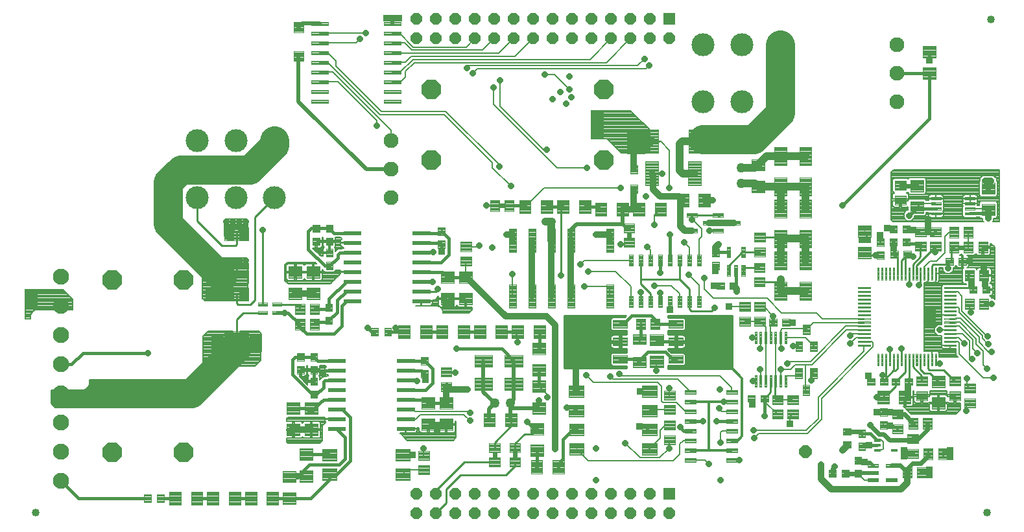
<source format=gtl>
G75*
%MOIN*%
%OFA0B0*%
%FSLAX25Y25*%
%IPPOS*%
%LPD*%
%AMOC8*
5,1,8,0,0,1.08239X$1,22.5*
%
%ADD10R,0.05906X0.05906*%
%ADD11OC8,0.05906*%
%ADD12C,0.08268*%
%ADD13C,0.04000*%
%ADD14C,0.00378*%
%ADD15C,0.00396*%
%ADD16C,0.00386*%
%ADD17OC8,0.06496*%
%ADD18C,0.00394*%
%ADD19C,0.00400*%
%ADD20C,0.00425*%
%ADD21OC8,0.10000*%
%ADD22C,0.00409*%
%ADD23C,0.11811*%
%ADD24C,0.07677*%
%ADD25C,0.05000*%
%ADD26C,0.00405*%
%ADD27C,0.00375*%
%ADD28C,0.00406*%
%ADD29C,0.00408*%
%ADD30C,0.00402*%
%ADD31C,0.00100*%
%ADD32R,0.03175X0.03175*%
%ADD33C,0.01000*%
%ADD34C,0.01600*%
%ADD35C,0.02400*%
%ADD36C,0.00800*%
%ADD37C,0.02000*%
%ADD38OC8,0.03175*%
%ADD39C,0.04000*%
%ADD40C,0.03200*%
%ADD41C,0.01200*%
%ADD42C,0.15000*%
%ADD43C,0.00850*%
D10*
X0345473Y0038461D03*
X0345473Y0282713D03*
D11*
X0335473Y0282713D03*
X0325473Y0282713D03*
X0315473Y0282713D03*
X0305473Y0282713D03*
X0295473Y0282713D03*
X0285473Y0282713D03*
X0275473Y0282713D03*
X0265473Y0282713D03*
X0255473Y0282713D03*
X0245473Y0282713D03*
X0235473Y0282713D03*
X0225473Y0282713D03*
X0215473Y0282713D03*
X0215473Y0272713D03*
X0225473Y0272713D03*
X0235473Y0272713D03*
X0245473Y0272713D03*
X0255473Y0272713D03*
X0265473Y0272713D03*
X0275473Y0272713D03*
X0285473Y0272713D03*
X0295473Y0272713D03*
X0305473Y0272713D03*
X0315473Y0272713D03*
X0325473Y0272713D03*
X0335473Y0272713D03*
X0345473Y0272713D03*
X0335473Y0038461D03*
X0325473Y0038461D03*
X0315473Y0038461D03*
X0305473Y0038461D03*
X0295473Y0038461D03*
X0285473Y0038461D03*
X0275473Y0038461D03*
X0265473Y0038461D03*
X0255473Y0038461D03*
X0245473Y0038461D03*
X0235473Y0038461D03*
X0225473Y0038461D03*
X0215473Y0038461D03*
X0215473Y0028461D03*
X0225473Y0028461D03*
X0235473Y0028461D03*
X0245473Y0028461D03*
X0255473Y0028461D03*
X0265473Y0028461D03*
X0275473Y0028461D03*
X0285473Y0028461D03*
X0295473Y0028461D03*
X0305473Y0028461D03*
X0315473Y0028461D03*
X0325473Y0028461D03*
X0335473Y0028461D03*
X0345473Y0028461D03*
D12*
X0032796Y0045016D03*
X0032796Y0060016D03*
X0032796Y0075016D03*
X0032796Y0090016D03*
X0032796Y0105016D03*
X0032796Y0120016D03*
X0032796Y0135016D03*
X0032796Y0150016D03*
D13*
X0019804Y0028618D03*
X0508780Y0028618D03*
X0510749Y0282555D03*
D14*
X0482353Y0268703D02*
X0482353Y0262783D01*
X0475645Y0262783D01*
X0475645Y0268703D01*
X0482353Y0268703D01*
X0482353Y0263160D02*
X0475645Y0263160D01*
X0475645Y0263537D02*
X0482353Y0263537D01*
X0482353Y0263914D02*
X0475645Y0263914D01*
X0475645Y0264291D02*
X0482353Y0264291D01*
X0482353Y0264668D02*
X0475645Y0264668D01*
X0475645Y0265045D02*
X0482353Y0265045D01*
X0482353Y0265422D02*
X0475645Y0265422D01*
X0475645Y0265799D02*
X0482353Y0265799D01*
X0482353Y0266176D02*
X0475645Y0266176D01*
X0475645Y0266553D02*
X0482353Y0266553D01*
X0482353Y0266930D02*
X0475645Y0266930D01*
X0475645Y0267307D02*
X0482353Y0267307D01*
X0482353Y0267684D02*
X0475645Y0267684D01*
X0475645Y0268061D02*
X0482353Y0268061D01*
X0482353Y0268438D02*
X0475645Y0268438D01*
X0482353Y0257679D02*
X0482353Y0251759D01*
X0475645Y0251759D01*
X0475645Y0257679D01*
X0482353Y0257679D01*
X0482353Y0252136D02*
X0475645Y0252136D01*
X0475645Y0252513D02*
X0482353Y0252513D01*
X0482353Y0252890D02*
X0475645Y0252890D01*
X0475645Y0253267D02*
X0482353Y0253267D01*
X0482353Y0253644D02*
X0475645Y0253644D01*
X0475645Y0254021D02*
X0482353Y0254021D01*
X0482353Y0254398D02*
X0475645Y0254398D01*
X0475645Y0254775D02*
X0482353Y0254775D01*
X0482353Y0255152D02*
X0475645Y0255152D01*
X0475645Y0255529D02*
X0482353Y0255529D01*
X0482353Y0255906D02*
X0475645Y0255906D01*
X0475645Y0256283D02*
X0482353Y0256283D01*
X0482353Y0256660D02*
X0475645Y0256660D01*
X0475645Y0257037D02*
X0482353Y0257037D01*
X0482353Y0257414D02*
X0475645Y0257414D01*
X0387789Y0210540D02*
X0387789Y0204620D01*
X0387789Y0210540D02*
X0394509Y0210540D01*
X0394509Y0204620D01*
X0387789Y0204620D01*
X0387789Y0204997D02*
X0394509Y0204997D01*
X0394509Y0205374D02*
X0387789Y0205374D01*
X0387789Y0205751D02*
X0394509Y0205751D01*
X0394509Y0206128D02*
X0387789Y0206128D01*
X0387789Y0206505D02*
X0394509Y0206505D01*
X0394509Y0206882D02*
X0387789Y0206882D01*
X0387789Y0207259D02*
X0394509Y0207259D01*
X0394509Y0207636D02*
X0387789Y0207636D01*
X0387789Y0208013D02*
X0394509Y0208013D01*
X0394509Y0208390D02*
X0387789Y0208390D01*
X0387789Y0208767D02*
X0394509Y0208767D01*
X0394509Y0209144D02*
X0387789Y0209144D01*
X0387789Y0209521D02*
X0394509Y0209521D01*
X0394509Y0209898D02*
X0387789Y0209898D01*
X0387789Y0210275D02*
X0394509Y0210275D01*
X0387789Y0199343D02*
X0387789Y0193423D01*
X0387789Y0199343D02*
X0394509Y0199343D01*
X0394509Y0193423D01*
X0387789Y0193423D01*
X0387789Y0193800D02*
X0394509Y0193800D01*
X0394509Y0194177D02*
X0387789Y0194177D01*
X0387789Y0194554D02*
X0394509Y0194554D01*
X0394509Y0194931D02*
X0387789Y0194931D01*
X0387789Y0195308D02*
X0394509Y0195308D01*
X0394509Y0195685D02*
X0387789Y0195685D01*
X0387789Y0196062D02*
X0394509Y0196062D01*
X0394509Y0196439D02*
X0387789Y0196439D01*
X0387789Y0196816D02*
X0394509Y0196816D01*
X0394509Y0197193D02*
X0387789Y0197193D01*
X0387789Y0197570D02*
X0394509Y0197570D01*
X0394509Y0197947D02*
X0387789Y0197947D01*
X0387789Y0198324D02*
X0394509Y0198324D01*
X0394509Y0198701D02*
X0387789Y0198701D01*
X0387789Y0199078D02*
X0394509Y0199078D01*
X0366457Y0186021D02*
X0360537Y0186021D01*
X0360537Y0192741D01*
X0366457Y0192741D01*
X0366457Y0186021D01*
X0366457Y0186398D02*
X0360537Y0186398D01*
X0360537Y0186775D02*
X0366457Y0186775D01*
X0366457Y0187152D02*
X0360537Y0187152D01*
X0360537Y0187529D02*
X0366457Y0187529D01*
X0366457Y0187906D02*
X0360537Y0187906D01*
X0360537Y0188283D02*
X0366457Y0188283D01*
X0366457Y0188660D02*
X0360537Y0188660D01*
X0360537Y0189037D02*
X0366457Y0189037D01*
X0366457Y0189414D02*
X0360537Y0189414D01*
X0360537Y0189791D02*
X0366457Y0189791D01*
X0366457Y0190168D02*
X0360537Y0190168D01*
X0360537Y0190545D02*
X0366457Y0190545D01*
X0366457Y0190922D02*
X0360537Y0190922D01*
X0360537Y0191299D02*
X0366457Y0191299D01*
X0366457Y0191676D02*
X0360537Y0191676D01*
X0360537Y0192053D02*
X0366457Y0192053D01*
X0366457Y0192430D02*
X0360537Y0192430D01*
X0355260Y0186021D02*
X0349340Y0186021D01*
X0349340Y0192741D01*
X0355260Y0192741D01*
X0355260Y0186021D01*
X0355260Y0186398D02*
X0349340Y0186398D01*
X0349340Y0186775D02*
X0355260Y0186775D01*
X0355260Y0187152D02*
X0349340Y0187152D01*
X0349340Y0187529D02*
X0355260Y0187529D01*
X0355260Y0187906D02*
X0349340Y0187906D01*
X0349340Y0188283D02*
X0355260Y0188283D01*
X0355260Y0188660D02*
X0349340Y0188660D01*
X0349340Y0189037D02*
X0355260Y0189037D01*
X0355260Y0189414D02*
X0349340Y0189414D01*
X0349340Y0189791D02*
X0355260Y0189791D01*
X0355260Y0190168D02*
X0349340Y0190168D01*
X0349340Y0190545D02*
X0355260Y0190545D01*
X0355260Y0190922D02*
X0349340Y0190922D01*
X0349340Y0191299D02*
X0355260Y0191299D01*
X0355260Y0191676D02*
X0349340Y0191676D01*
X0349340Y0192053D02*
X0355260Y0192053D01*
X0355260Y0192430D02*
X0349340Y0192430D01*
X0343857Y0188091D02*
X0337937Y0188091D01*
X0343857Y0188091D02*
X0343857Y0181371D01*
X0337937Y0181371D01*
X0337937Y0188091D01*
X0337937Y0181748D02*
X0343857Y0181748D01*
X0343857Y0182125D02*
X0337937Y0182125D01*
X0337937Y0182502D02*
X0343857Y0182502D01*
X0343857Y0182879D02*
X0337937Y0182879D01*
X0337937Y0183256D02*
X0343857Y0183256D01*
X0343857Y0183633D02*
X0337937Y0183633D01*
X0337937Y0184010D02*
X0343857Y0184010D01*
X0343857Y0184387D02*
X0337937Y0184387D01*
X0337937Y0184764D02*
X0343857Y0184764D01*
X0343857Y0185141D02*
X0337937Y0185141D01*
X0337937Y0185518D02*
X0343857Y0185518D01*
X0343857Y0185895D02*
X0337937Y0185895D01*
X0337937Y0186272D02*
X0343857Y0186272D01*
X0343857Y0186649D02*
X0337937Y0186649D01*
X0337937Y0187026D02*
X0343857Y0187026D01*
X0343857Y0187403D02*
X0337937Y0187403D01*
X0337937Y0187780D02*
X0343857Y0187780D01*
X0332660Y0188091D02*
X0326740Y0188091D01*
X0332660Y0188091D02*
X0332660Y0181371D01*
X0326740Y0181371D01*
X0326740Y0188091D01*
X0326740Y0181748D02*
X0332660Y0181748D01*
X0332660Y0182125D02*
X0326740Y0182125D01*
X0326740Y0182502D02*
X0332660Y0182502D01*
X0332660Y0182879D02*
X0326740Y0182879D01*
X0326740Y0183256D02*
X0332660Y0183256D01*
X0332660Y0183633D02*
X0326740Y0183633D01*
X0326740Y0184010D02*
X0332660Y0184010D01*
X0332660Y0184387D02*
X0326740Y0184387D01*
X0326740Y0184764D02*
X0332660Y0184764D01*
X0332660Y0185141D02*
X0326740Y0185141D01*
X0326740Y0185518D02*
X0332660Y0185518D01*
X0332660Y0185895D02*
X0326740Y0185895D01*
X0326740Y0186272D02*
X0332660Y0186272D01*
X0332660Y0186649D02*
X0326740Y0186649D01*
X0326740Y0187026D02*
X0332660Y0187026D01*
X0332660Y0187403D02*
X0326740Y0187403D01*
X0326740Y0187780D02*
X0332660Y0187780D01*
X0324407Y0181371D02*
X0318487Y0181371D01*
X0318487Y0188091D01*
X0324407Y0188091D01*
X0324407Y0181371D01*
X0324407Y0181748D02*
X0318487Y0181748D01*
X0318487Y0182125D02*
X0324407Y0182125D01*
X0324407Y0182502D02*
X0318487Y0182502D01*
X0318487Y0182879D02*
X0324407Y0182879D01*
X0324407Y0183256D02*
X0318487Y0183256D01*
X0318487Y0183633D02*
X0324407Y0183633D01*
X0324407Y0184010D02*
X0318487Y0184010D01*
X0318487Y0184387D02*
X0324407Y0184387D01*
X0324407Y0184764D02*
X0318487Y0184764D01*
X0318487Y0185141D02*
X0324407Y0185141D01*
X0324407Y0185518D02*
X0318487Y0185518D01*
X0318487Y0185895D02*
X0324407Y0185895D01*
X0324407Y0186272D02*
X0318487Y0186272D01*
X0318487Y0186649D02*
X0324407Y0186649D01*
X0324407Y0187026D02*
X0318487Y0187026D01*
X0318487Y0187403D02*
X0324407Y0187403D01*
X0324407Y0187780D02*
X0318487Y0187780D01*
X0313210Y0181371D02*
X0307290Y0181371D01*
X0307290Y0188091D01*
X0313210Y0188091D01*
X0313210Y0181371D01*
X0313210Y0181748D02*
X0307290Y0181748D01*
X0307290Y0182125D02*
X0313210Y0182125D01*
X0313210Y0182502D02*
X0307290Y0182502D01*
X0307290Y0182879D02*
X0313210Y0182879D01*
X0313210Y0183256D02*
X0307290Y0183256D01*
X0307290Y0183633D02*
X0313210Y0183633D01*
X0313210Y0184010D02*
X0307290Y0184010D01*
X0307290Y0184387D02*
X0313210Y0184387D01*
X0313210Y0184764D02*
X0307290Y0184764D01*
X0307290Y0185141D02*
X0313210Y0185141D01*
X0313210Y0185518D02*
X0307290Y0185518D01*
X0307290Y0185895D02*
X0313210Y0185895D01*
X0313210Y0186272D02*
X0307290Y0186272D01*
X0307290Y0186649D02*
X0313210Y0186649D01*
X0313210Y0187026D02*
X0307290Y0187026D01*
X0307290Y0187403D02*
X0313210Y0187403D01*
X0313210Y0187780D02*
X0307290Y0187780D01*
X0304907Y0182771D02*
X0298987Y0182771D01*
X0298987Y0189491D01*
X0304907Y0189491D01*
X0304907Y0182771D01*
X0304907Y0183148D02*
X0298987Y0183148D01*
X0298987Y0183525D02*
X0304907Y0183525D01*
X0304907Y0183902D02*
X0298987Y0183902D01*
X0298987Y0184279D02*
X0304907Y0184279D01*
X0304907Y0184656D02*
X0298987Y0184656D01*
X0298987Y0185033D02*
X0304907Y0185033D01*
X0304907Y0185410D02*
X0298987Y0185410D01*
X0298987Y0185787D02*
X0304907Y0185787D01*
X0304907Y0186164D02*
X0298987Y0186164D01*
X0298987Y0186541D02*
X0304907Y0186541D01*
X0304907Y0186918D02*
X0298987Y0186918D01*
X0298987Y0187295D02*
X0304907Y0187295D01*
X0304907Y0187672D02*
X0298987Y0187672D01*
X0298987Y0188049D02*
X0304907Y0188049D01*
X0304907Y0188426D02*
X0298987Y0188426D01*
X0298987Y0188803D02*
X0304907Y0188803D01*
X0304907Y0189180D02*
X0298987Y0189180D01*
X0293710Y0182771D02*
X0287790Y0182771D01*
X0287790Y0189491D01*
X0293710Y0189491D01*
X0293710Y0182771D01*
X0293710Y0183148D02*
X0287790Y0183148D01*
X0287790Y0183525D02*
X0293710Y0183525D01*
X0293710Y0183902D02*
X0287790Y0183902D01*
X0287790Y0184279D02*
X0293710Y0184279D01*
X0293710Y0184656D02*
X0287790Y0184656D01*
X0287790Y0185033D02*
X0293710Y0185033D01*
X0293710Y0185410D02*
X0287790Y0185410D01*
X0287790Y0185787D02*
X0293710Y0185787D01*
X0293710Y0186164D02*
X0287790Y0186164D01*
X0287790Y0186541D02*
X0293710Y0186541D01*
X0293710Y0186918D02*
X0287790Y0186918D01*
X0287790Y0187295D02*
X0293710Y0187295D01*
X0293710Y0187672D02*
X0287790Y0187672D01*
X0287790Y0188049D02*
X0293710Y0188049D01*
X0293710Y0188426D02*
X0287790Y0188426D01*
X0287790Y0188803D02*
X0293710Y0188803D01*
X0293710Y0189180D02*
X0287790Y0189180D01*
X0285407Y0182771D02*
X0279487Y0182771D01*
X0279487Y0189491D01*
X0285407Y0189491D01*
X0285407Y0182771D01*
X0285407Y0183148D02*
X0279487Y0183148D01*
X0279487Y0183525D02*
X0285407Y0183525D01*
X0285407Y0183902D02*
X0279487Y0183902D01*
X0279487Y0184279D02*
X0285407Y0184279D01*
X0285407Y0184656D02*
X0279487Y0184656D01*
X0279487Y0185033D02*
X0285407Y0185033D01*
X0285407Y0185410D02*
X0279487Y0185410D01*
X0279487Y0185787D02*
X0285407Y0185787D01*
X0285407Y0186164D02*
X0279487Y0186164D01*
X0279487Y0186541D02*
X0285407Y0186541D01*
X0285407Y0186918D02*
X0279487Y0186918D01*
X0279487Y0187295D02*
X0285407Y0187295D01*
X0285407Y0187672D02*
X0279487Y0187672D01*
X0279487Y0188049D02*
X0285407Y0188049D01*
X0285407Y0188426D02*
X0279487Y0188426D01*
X0279487Y0188803D02*
X0285407Y0188803D01*
X0285407Y0189180D02*
X0279487Y0189180D01*
X0274210Y0182771D02*
X0268290Y0182771D01*
X0268290Y0189491D01*
X0274210Y0189491D01*
X0274210Y0182771D01*
X0274210Y0183148D02*
X0268290Y0183148D01*
X0268290Y0183525D02*
X0274210Y0183525D01*
X0274210Y0183902D02*
X0268290Y0183902D01*
X0268290Y0184279D02*
X0274210Y0184279D01*
X0274210Y0184656D02*
X0268290Y0184656D01*
X0268290Y0185033D02*
X0274210Y0185033D01*
X0274210Y0185410D02*
X0268290Y0185410D01*
X0268290Y0185787D02*
X0274210Y0185787D01*
X0274210Y0186164D02*
X0268290Y0186164D01*
X0268290Y0186541D02*
X0274210Y0186541D01*
X0274210Y0186918D02*
X0268290Y0186918D01*
X0268290Y0187295D02*
X0274210Y0187295D01*
X0274210Y0187672D02*
X0268290Y0187672D01*
X0268290Y0188049D02*
X0274210Y0188049D01*
X0274210Y0188426D02*
X0268290Y0188426D01*
X0268290Y0188803D02*
X0274210Y0188803D01*
X0274210Y0189180D02*
X0268290Y0189180D01*
X0237445Y0152803D02*
X0237445Y0146883D01*
X0237445Y0152803D02*
X0244153Y0152803D01*
X0244153Y0146883D01*
X0237445Y0146883D01*
X0237445Y0147260D02*
X0244153Y0147260D01*
X0244153Y0147637D02*
X0237445Y0147637D01*
X0237445Y0148014D02*
X0244153Y0148014D01*
X0244153Y0148391D02*
X0237445Y0148391D01*
X0237445Y0148768D02*
X0244153Y0148768D01*
X0244153Y0149145D02*
X0237445Y0149145D01*
X0237445Y0149522D02*
X0244153Y0149522D01*
X0244153Y0149899D02*
X0237445Y0149899D01*
X0237445Y0150276D02*
X0244153Y0150276D01*
X0244153Y0150653D02*
X0237445Y0150653D01*
X0237445Y0151030D02*
X0244153Y0151030D01*
X0244153Y0151407D02*
X0237445Y0151407D01*
X0237445Y0151784D02*
X0244153Y0151784D01*
X0244153Y0152161D02*
X0237445Y0152161D01*
X0237445Y0152538D02*
X0244153Y0152538D01*
X0228195Y0152803D02*
X0228195Y0146883D01*
X0228195Y0152803D02*
X0234903Y0152803D01*
X0234903Y0146883D01*
X0228195Y0146883D01*
X0228195Y0147260D02*
X0234903Y0147260D01*
X0234903Y0147637D02*
X0228195Y0147637D01*
X0228195Y0148014D02*
X0234903Y0148014D01*
X0234903Y0148391D02*
X0228195Y0148391D01*
X0228195Y0148768D02*
X0234903Y0148768D01*
X0234903Y0149145D02*
X0228195Y0149145D01*
X0228195Y0149522D02*
X0234903Y0149522D01*
X0234903Y0149899D02*
X0228195Y0149899D01*
X0228195Y0150276D02*
X0234903Y0150276D01*
X0234903Y0150653D02*
X0228195Y0150653D01*
X0228195Y0151030D02*
X0234903Y0151030D01*
X0234903Y0151407D02*
X0228195Y0151407D01*
X0228195Y0151784D02*
X0234903Y0151784D01*
X0234903Y0152161D02*
X0228195Y0152161D01*
X0228195Y0152538D02*
X0234903Y0152538D01*
X0228195Y0141779D02*
X0228195Y0135859D01*
X0228195Y0141779D02*
X0234903Y0141779D01*
X0234903Y0135859D01*
X0228195Y0135859D01*
X0228195Y0136236D02*
X0234903Y0136236D01*
X0234903Y0136613D02*
X0228195Y0136613D01*
X0228195Y0136990D02*
X0234903Y0136990D01*
X0234903Y0137367D02*
X0228195Y0137367D01*
X0228195Y0137744D02*
X0234903Y0137744D01*
X0234903Y0138121D02*
X0228195Y0138121D01*
X0228195Y0138498D02*
X0234903Y0138498D01*
X0234903Y0138875D02*
X0228195Y0138875D01*
X0228195Y0139252D02*
X0234903Y0139252D01*
X0234903Y0139629D02*
X0228195Y0139629D01*
X0228195Y0140006D02*
X0234903Y0140006D01*
X0234903Y0140383D02*
X0228195Y0140383D01*
X0228195Y0140760D02*
X0234903Y0140760D01*
X0234903Y0141137D02*
X0228195Y0141137D01*
X0228195Y0141514D02*
X0234903Y0141514D01*
X0237445Y0141779D02*
X0237445Y0135859D01*
X0237445Y0141779D02*
X0244153Y0141779D01*
X0244153Y0135859D01*
X0237445Y0135859D01*
X0237445Y0136236D02*
X0244153Y0136236D01*
X0244153Y0136613D02*
X0237445Y0136613D01*
X0237445Y0136990D02*
X0244153Y0136990D01*
X0244153Y0137367D02*
X0237445Y0137367D01*
X0237445Y0137744D02*
X0244153Y0137744D01*
X0244153Y0138121D02*
X0237445Y0138121D01*
X0237445Y0138498D02*
X0244153Y0138498D01*
X0244153Y0138875D02*
X0237445Y0138875D01*
X0237445Y0139252D02*
X0244153Y0139252D01*
X0244153Y0139629D02*
X0237445Y0139629D01*
X0237445Y0140006D02*
X0244153Y0140006D01*
X0244153Y0140383D02*
X0237445Y0140383D01*
X0237445Y0140760D02*
X0244153Y0140760D01*
X0244153Y0141137D02*
X0237445Y0141137D01*
X0237445Y0141514D02*
X0244153Y0141514D01*
X0245040Y0125041D02*
X0250960Y0125041D01*
X0250960Y0118321D01*
X0245040Y0118321D01*
X0245040Y0125041D01*
X0245040Y0118698D02*
X0250960Y0118698D01*
X0250960Y0119075D02*
X0245040Y0119075D01*
X0245040Y0119452D02*
X0250960Y0119452D01*
X0250960Y0119829D02*
X0245040Y0119829D01*
X0245040Y0120206D02*
X0250960Y0120206D01*
X0250960Y0120583D02*
X0245040Y0120583D01*
X0245040Y0120960D02*
X0250960Y0120960D01*
X0250960Y0121337D02*
X0245040Y0121337D01*
X0245040Y0121714D02*
X0250960Y0121714D01*
X0250960Y0122091D02*
X0245040Y0122091D01*
X0245040Y0122468D02*
X0250960Y0122468D01*
X0250960Y0122845D02*
X0245040Y0122845D01*
X0245040Y0123222D02*
X0250960Y0123222D01*
X0250960Y0123599D02*
X0245040Y0123599D01*
X0245040Y0123976D02*
X0250960Y0123976D01*
X0250960Y0124353D02*
X0245040Y0124353D01*
X0245040Y0124730D02*
X0250960Y0124730D01*
X0256237Y0125041D02*
X0262157Y0125041D01*
X0262157Y0118321D01*
X0256237Y0118321D01*
X0256237Y0125041D01*
X0256237Y0118698D02*
X0262157Y0118698D01*
X0262157Y0119075D02*
X0256237Y0119075D01*
X0256237Y0119452D02*
X0262157Y0119452D01*
X0262157Y0119829D02*
X0256237Y0119829D01*
X0256237Y0120206D02*
X0262157Y0120206D01*
X0262157Y0120583D02*
X0256237Y0120583D01*
X0256237Y0120960D02*
X0262157Y0120960D01*
X0262157Y0121337D02*
X0256237Y0121337D01*
X0256237Y0121714D02*
X0262157Y0121714D01*
X0262157Y0122091D02*
X0256237Y0122091D01*
X0256237Y0122468D02*
X0262157Y0122468D01*
X0262157Y0122845D02*
X0256237Y0122845D01*
X0256237Y0123222D02*
X0262157Y0123222D01*
X0262157Y0123599D02*
X0256237Y0123599D01*
X0256237Y0123976D02*
X0262157Y0123976D01*
X0262157Y0124353D02*
X0256237Y0124353D01*
X0256237Y0124730D02*
X0262157Y0124730D01*
X0264540Y0125041D02*
X0270460Y0125041D01*
X0270460Y0118321D01*
X0264540Y0118321D01*
X0264540Y0125041D01*
X0264540Y0118698D02*
X0270460Y0118698D01*
X0270460Y0119075D02*
X0264540Y0119075D01*
X0264540Y0119452D02*
X0270460Y0119452D01*
X0270460Y0119829D02*
X0264540Y0119829D01*
X0264540Y0120206D02*
X0270460Y0120206D01*
X0270460Y0120583D02*
X0264540Y0120583D01*
X0264540Y0120960D02*
X0270460Y0120960D01*
X0270460Y0121337D02*
X0264540Y0121337D01*
X0264540Y0121714D02*
X0270460Y0121714D01*
X0270460Y0122091D02*
X0264540Y0122091D01*
X0264540Y0122468D02*
X0270460Y0122468D01*
X0270460Y0122845D02*
X0264540Y0122845D01*
X0264540Y0123222D02*
X0270460Y0123222D01*
X0270460Y0123599D02*
X0264540Y0123599D01*
X0264540Y0123976D02*
X0270460Y0123976D01*
X0270460Y0124353D02*
X0264540Y0124353D01*
X0264540Y0124730D02*
X0270460Y0124730D01*
X0275737Y0125041D02*
X0281657Y0125041D01*
X0281657Y0118321D01*
X0275737Y0118321D01*
X0275737Y0125041D01*
X0275737Y0118698D02*
X0281657Y0118698D01*
X0281657Y0119075D02*
X0275737Y0119075D01*
X0275737Y0119452D02*
X0281657Y0119452D01*
X0281657Y0119829D02*
X0275737Y0119829D01*
X0275737Y0120206D02*
X0281657Y0120206D01*
X0281657Y0120583D02*
X0275737Y0120583D01*
X0275737Y0120960D02*
X0281657Y0120960D01*
X0281657Y0121337D02*
X0275737Y0121337D01*
X0275737Y0121714D02*
X0281657Y0121714D01*
X0281657Y0122091D02*
X0275737Y0122091D01*
X0275737Y0122468D02*
X0281657Y0122468D01*
X0281657Y0122845D02*
X0275737Y0122845D01*
X0275737Y0123222D02*
X0281657Y0123222D01*
X0281657Y0123599D02*
X0275737Y0123599D01*
X0275737Y0123976D02*
X0281657Y0123976D01*
X0281657Y0124353D02*
X0275737Y0124353D01*
X0275737Y0124730D02*
X0281657Y0124730D01*
X0281809Y0116140D02*
X0281809Y0110220D01*
X0275089Y0110220D01*
X0275089Y0116140D01*
X0281809Y0116140D01*
X0281809Y0110597D02*
X0275089Y0110597D01*
X0275089Y0110974D02*
X0281809Y0110974D01*
X0281809Y0111351D02*
X0275089Y0111351D01*
X0275089Y0111728D02*
X0281809Y0111728D01*
X0281809Y0112105D02*
X0275089Y0112105D01*
X0275089Y0112482D02*
X0281809Y0112482D01*
X0281809Y0112859D02*
X0275089Y0112859D01*
X0275089Y0113236D02*
X0281809Y0113236D01*
X0281809Y0113613D02*
X0275089Y0113613D01*
X0275089Y0113990D02*
X0281809Y0113990D01*
X0281809Y0114367D02*
X0275089Y0114367D01*
X0275089Y0114744D02*
X0281809Y0114744D01*
X0281809Y0115121D02*
X0275089Y0115121D01*
X0275089Y0115498D02*
X0281809Y0115498D01*
X0281809Y0115875D02*
X0275089Y0115875D01*
X0281809Y0104943D02*
X0281809Y0099023D01*
X0275089Y0099023D01*
X0275089Y0104943D01*
X0281809Y0104943D01*
X0281809Y0099400D02*
X0275089Y0099400D01*
X0275089Y0099777D02*
X0281809Y0099777D01*
X0281809Y0100154D02*
X0275089Y0100154D01*
X0275089Y0100531D02*
X0281809Y0100531D01*
X0281809Y0100908D02*
X0275089Y0100908D01*
X0275089Y0101285D02*
X0281809Y0101285D01*
X0281809Y0101662D02*
X0275089Y0101662D01*
X0275089Y0102039D02*
X0281809Y0102039D01*
X0281809Y0102416D02*
X0275089Y0102416D01*
X0275089Y0102793D02*
X0281809Y0102793D01*
X0281809Y0103170D02*
X0275089Y0103170D01*
X0275089Y0103547D02*
X0281809Y0103547D01*
X0281809Y0103924D02*
X0275089Y0103924D01*
X0275089Y0104301D02*
X0281809Y0104301D01*
X0281809Y0104678D02*
X0275089Y0104678D01*
X0281809Y0096590D02*
X0281809Y0090670D01*
X0275089Y0090670D01*
X0275089Y0096590D01*
X0281809Y0096590D01*
X0281809Y0091047D02*
X0275089Y0091047D01*
X0275089Y0091424D02*
X0281809Y0091424D01*
X0281809Y0091801D02*
X0275089Y0091801D01*
X0275089Y0092178D02*
X0281809Y0092178D01*
X0281809Y0092555D02*
X0275089Y0092555D01*
X0275089Y0092932D02*
X0281809Y0092932D01*
X0281809Y0093309D02*
X0275089Y0093309D01*
X0275089Y0093686D02*
X0281809Y0093686D01*
X0281809Y0094063D02*
X0275089Y0094063D01*
X0275089Y0094440D02*
X0281809Y0094440D01*
X0281809Y0094817D02*
X0275089Y0094817D01*
X0275089Y0095194D02*
X0281809Y0095194D01*
X0281809Y0095571D02*
X0275089Y0095571D01*
X0275089Y0095948D02*
X0281809Y0095948D01*
X0281809Y0096325D02*
X0275089Y0096325D01*
X0293871Y0094091D02*
X0293871Y0088171D01*
X0293871Y0094091D02*
X0301367Y0094091D01*
X0301367Y0088171D01*
X0293871Y0088171D01*
X0293871Y0088548D02*
X0301367Y0088548D01*
X0301367Y0088925D02*
X0293871Y0088925D01*
X0293871Y0089302D02*
X0301367Y0089302D01*
X0301367Y0089679D02*
X0293871Y0089679D01*
X0293871Y0090056D02*
X0301367Y0090056D01*
X0301367Y0090433D02*
X0293871Y0090433D01*
X0293871Y0090810D02*
X0301367Y0090810D01*
X0301367Y0091187D02*
X0293871Y0091187D01*
X0293871Y0091564D02*
X0301367Y0091564D01*
X0301367Y0091941D02*
X0293871Y0091941D01*
X0293871Y0092318D02*
X0301367Y0092318D01*
X0301367Y0092695D02*
X0293871Y0092695D01*
X0293871Y0093072D02*
X0301367Y0093072D01*
X0301367Y0093449D02*
X0293871Y0093449D01*
X0293871Y0093826D02*
X0301367Y0093826D01*
X0281809Y0085393D02*
X0281809Y0079473D01*
X0275089Y0079473D01*
X0275089Y0085393D01*
X0281809Y0085393D01*
X0281809Y0079850D02*
X0275089Y0079850D01*
X0275089Y0080227D02*
X0281809Y0080227D01*
X0281809Y0080604D02*
X0275089Y0080604D01*
X0275089Y0080981D02*
X0281809Y0080981D01*
X0281809Y0081358D02*
X0275089Y0081358D01*
X0275089Y0081735D02*
X0281809Y0081735D01*
X0281809Y0082112D02*
X0275089Y0082112D01*
X0275089Y0082489D02*
X0281809Y0082489D01*
X0281809Y0082866D02*
X0275089Y0082866D01*
X0275089Y0083243D02*
X0281809Y0083243D01*
X0281809Y0083620D02*
X0275089Y0083620D01*
X0275089Y0083997D02*
X0281809Y0083997D01*
X0281809Y0084374D02*
X0275089Y0084374D01*
X0275089Y0084751D02*
X0281809Y0084751D01*
X0281809Y0085128D02*
X0275089Y0085128D01*
X0267057Y0073021D02*
X0261137Y0073021D01*
X0261137Y0079741D01*
X0267057Y0079741D01*
X0267057Y0073021D01*
X0267057Y0073398D02*
X0261137Y0073398D01*
X0261137Y0073775D02*
X0267057Y0073775D01*
X0267057Y0074152D02*
X0261137Y0074152D01*
X0261137Y0074529D02*
X0267057Y0074529D01*
X0267057Y0074906D02*
X0261137Y0074906D01*
X0261137Y0075283D02*
X0267057Y0075283D01*
X0267057Y0075660D02*
X0261137Y0075660D01*
X0261137Y0076037D02*
X0267057Y0076037D01*
X0267057Y0076414D02*
X0261137Y0076414D01*
X0261137Y0076791D02*
X0267057Y0076791D01*
X0267057Y0077168D02*
X0261137Y0077168D01*
X0261137Y0077545D02*
X0267057Y0077545D01*
X0267057Y0077922D02*
X0261137Y0077922D01*
X0261137Y0078299D02*
X0267057Y0078299D01*
X0267057Y0078676D02*
X0261137Y0078676D01*
X0261137Y0079053D02*
X0267057Y0079053D01*
X0267057Y0079430D02*
X0261137Y0079430D01*
X0255860Y0073021D02*
X0249940Y0073021D01*
X0249940Y0079741D01*
X0255860Y0079741D01*
X0255860Y0073021D01*
X0255860Y0073398D02*
X0249940Y0073398D01*
X0249940Y0073775D02*
X0255860Y0073775D01*
X0255860Y0074152D02*
X0249940Y0074152D01*
X0249940Y0074529D02*
X0255860Y0074529D01*
X0255860Y0074906D02*
X0249940Y0074906D01*
X0249940Y0075283D02*
X0255860Y0075283D01*
X0255860Y0075660D02*
X0249940Y0075660D01*
X0249940Y0076037D02*
X0255860Y0076037D01*
X0255860Y0076414D02*
X0249940Y0076414D01*
X0249940Y0076791D02*
X0255860Y0076791D01*
X0255860Y0077168D02*
X0249940Y0077168D01*
X0249940Y0077545D02*
X0255860Y0077545D01*
X0255860Y0077922D02*
X0249940Y0077922D01*
X0249940Y0078299D02*
X0255860Y0078299D01*
X0255860Y0078676D02*
X0249940Y0078676D01*
X0249940Y0079053D02*
X0255860Y0079053D01*
X0255860Y0079430D02*
X0249940Y0079430D01*
X0227445Y0077129D02*
X0227445Y0071209D01*
X0227445Y0077129D02*
X0234153Y0077129D01*
X0234153Y0071209D01*
X0227445Y0071209D01*
X0227445Y0071586D02*
X0234153Y0071586D01*
X0234153Y0071963D02*
X0227445Y0071963D01*
X0227445Y0072340D02*
X0234153Y0072340D01*
X0234153Y0072717D02*
X0227445Y0072717D01*
X0227445Y0073094D02*
X0234153Y0073094D01*
X0234153Y0073471D02*
X0227445Y0073471D01*
X0227445Y0073848D02*
X0234153Y0073848D01*
X0234153Y0074225D02*
X0227445Y0074225D01*
X0227445Y0074602D02*
X0234153Y0074602D01*
X0234153Y0074979D02*
X0227445Y0074979D01*
X0227445Y0075356D02*
X0234153Y0075356D01*
X0234153Y0075733D02*
X0227445Y0075733D01*
X0227445Y0076110D02*
X0234153Y0076110D01*
X0234153Y0076487D02*
X0227445Y0076487D01*
X0227445Y0076864D02*
X0234153Y0076864D01*
X0218195Y0077129D02*
X0218195Y0071209D01*
X0218195Y0077129D02*
X0224903Y0077129D01*
X0224903Y0071209D01*
X0218195Y0071209D01*
X0218195Y0071586D02*
X0224903Y0071586D01*
X0224903Y0071963D02*
X0218195Y0071963D01*
X0218195Y0072340D02*
X0224903Y0072340D01*
X0224903Y0072717D02*
X0218195Y0072717D01*
X0218195Y0073094D02*
X0224903Y0073094D01*
X0224903Y0073471D02*
X0218195Y0073471D01*
X0218195Y0073848D02*
X0224903Y0073848D01*
X0224903Y0074225D02*
X0218195Y0074225D01*
X0218195Y0074602D02*
X0224903Y0074602D01*
X0224903Y0074979D02*
X0218195Y0074979D01*
X0218195Y0075356D02*
X0224903Y0075356D01*
X0224903Y0075733D02*
X0218195Y0075733D01*
X0218195Y0076110D02*
X0224903Y0076110D01*
X0224903Y0076487D02*
X0218195Y0076487D01*
X0218195Y0076864D02*
X0224903Y0076864D01*
X0218195Y0082233D02*
X0218195Y0088153D01*
X0224903Y0088153D01*
X0224903Y0082233D01*
X0218195Y0082233D01*
X0218195Y0082610D02*
X0224903Y0082610D01*
X0224903Y0082987D02*
X0218195Y0082987D01*
X0218195Y0083364D02*
X0224903Y0083364D01*
X0224903Y0083741D02*
X0218195Y0083741D01*
X0218195Y0084118D02*
X0224903Y0084118D01*
X0224903Y0084495D02*
X0218195Y0084495D01*
X0218195Y0084872D02*
X0224903Y0084872D01*
X0224903Y0085249D02*
X0218195Y0085249D01*
X0218195Y0085626D02*
X0224903Y0085626D01*
X0224903Y0086003D02*
X0218195Y0086003D01*
X0218195Y0086380D02*
X0224903Y0086380D01*
X0224903Y0086757D02*
X0218195Y0086757D01*
X0218195Y0087134D02*
X0224903Y0087134D01*
X0224903Y0087511D02*
X0218195Y0087511D01*
X0218195Y0087888D02*
X0224903Y0087888D01*
X0227445Y0088153D02*
X0227445Y0082233D01*
X0227445Y0088153D02*
X0234153Y0088153D01*
X0234153Y0082233D01*
X0227445Y0082233D01*
X0227445Y0082610D02*
X0234153Y0082610D01*
X0234153Y0082987D02*
X0227445Y0082987D01*
X0227445Y0083364D02*
X0234153Y0083364D01*
X0234153Y0083741D02*
X0227445Y0083741D01*
X0227445Y0084118D02*
X0234153Y0084118D01*
X0234153Y0084495D02*
X0227445Y0084495D01*
X0227445Y0084872D02*
X0234153Y0084872D01*
X0234153Y0085249D02*
X0227445Y0085249D01*
X0227445Y0085626D02*
X0234153Y0085626D01*
X0234153Y0086003D02*
X0227445Y0086003D01*
X0227445Y0086380D02*
X0234153Y0086380D01*
X0234153Y0086757D02*
X0227445Y0086757D01*
X0227445Y0087134D02*
X0234153Y0087134D01*
X0234153Y0087511D02*
X0227445Y0087511D01*
X0227445Y0087888D02*
X0234153Y0087888D01*
X0280759Y0074790D02*
X0280759Y0068870D01*
X0274039Y0068870D01*
X0274039Y0074790D01*
X0280759Y0074790D01*
X0280759Y0069247D02*
X0274039Y0069247D01*
X0274039Y0069624D02*
X0280759Y0069624D01*
X0280759Y0070001D02*
X0274039Y0070001D01*
X0274039Y0070378D02*
X0280759Y0070378D01*
X0280759Y0070755D02*
X0274039Y0070755D01*
X0274039Y0071132D02*
X0280759Y0071132D01*
X0280759Y0071509D02*
X0274039Y0071509D01*
X0274039Y0071886D02*
X0280759Y0071886D01*
X0280759Y0072263D02*
X0274039Y0072263D01*
X0274039Y0072640D02*
X0280759Y0072640D01*
X0280759Y0073017D02*
X0274039Y0073017D01*
X0274039Y0073394D02*
X0280759Y0073394D01*
X0280759Y0073771D02*
X0274039Y0073771D01*
X0274039Y0074148D02*
X0280759Y0074148D01*
X0280759Y0074525D02*
X0274039Y0074525D01*
X0293921Y0074441D02*
X0293921Y0068521D01*
X0293921Y0074441D02*
X0301417Y0074441D01*
X0301417Y0068521D01*
X0293921Y0068521D01*
X0293921Y0068898D02*
X0301417Y0068898D01*
X0301417Y0069275D02*
X0293921Y0069275D01*
X0293921Y0069652D02*
X0301417Y0069652D01*
X0301417Y0070029D02*
X0293921Y0070029D01*
X0293921Y0070406D02*
X0301417Y0070406D01*
X0301417Y0070783D02*
X0293921Y0070783D01*
X0293921Y0071160D02*
X0301417Y0071160D01*
X0301417Y0071537D02*
X0293921Y0071537D01*
X0293921Y0071914D02*
X0301417Y0071914D01*
X0301417Y0072291D02*
X0293921Y0072291D01*
X0293921Y0072668D02*
X0301417Y0072668D01*
X0301417Y0073045D02*
X0293921Y0073045D01*
X0293921Y0073422D02*
X0301417Y0073422D01*
X0301417Y0073799D02*
X0293921Y0073799D01*
X0293921Y0074176D02*
X0301417Y0074176D01*
X0293871Y0078171D02*
X0293871Y0084091D01*
X0301367Y0084091D01*
X0301367Y0078171D01*
X0293871Y0078171D01*
X0293871Y0078548D02*
X0301367Y0078548D01*
X0301367Y0078925D02*
X0293871Y0078925D01*
X0293871Y0079302D02*
X0301367Y0079302D01*
X0301367Y0079679D02*
X0293871Y0079679D01*
X0293871Y0080056D02*
X0301367Y0080056D01*
X0301367Y0080433D02*
X0293871Y0080433D01*
X0293871Y0080810D02*
X0301367Y0080810D01*
X0301367Y0081187D02*
X0293871Y0081187D01*
X0293871Y0081564D02*
X0301367Y0081564D01*
X0301367Y0081941D02*
X0293871Y0081941D01*
X0293871Y0082318D02*
X0301367Y0082318D01*
X0301367Y0082695D02*
X0293871Y0082695D01*
X0293871Y0083072D02*
X0301367Y0083072D01*
X0301367Y0083449D02*
X0293871Y0083449D01*
X0293871Y0083826D02*
X0301367Y0083826D01*
X0338926Y0084091D02*
X0338926Y0078171D01*
X0331430Y0078171D01*
X0331430Y0084091D01*
X0338926Y0084091D01*
X0338926Y0078548D02*
X0331430Y0078548D01*
X0331430Y0078925D02*
X0338926Y0078925D01*
X0338926Y0079302D02*
X0331430Y0079302D01*
X0331430Y0079679D02*
X0338926Y0079679D01*
X0338926Y0080056D02*
X0331430Y0080056D01*
X0331430Y0080433D02*
X0338926Y0080433D01*
X0338926Y0080810D02*
X0331430Y0080810D01*
X0331430Y0081187D02*
X0338926Y0081187D01*
X0338926Y0081564D02*
X0331430Y0081564D01*
X0331430Y0081941D02*
X0338926Y0081941D01*
X0338926Y0082318D02*
X0331430Y0082318D01*
X0331430Y0082695D02*
X0338926Y0082695D01*
X0338926Y0083072D02*
X0331430Y0083072D01*
X0331430Y0083449D02*
X0338926Y0083449D01*
X0338926Y0083826D02*
X0331430Y0083826D01*
X0338926Y0088171D02*
X0338926Y0094091D01*
X0338926Y0088171D02*
X0331430Y0088171D01*
X0331430Y0094091D01*
X0338926Y0094091D01*
X0338926Y0088548D02*
X0331430Y0088548D01*
X0331430Y0088925D02*
X0338926Y0088925D01*
X0338926Y0089302D02*
X0331430Y0089302D01*
X0331430Y0089679D02*
X0338926Y0089679D01*
X0338926Y0090056D02*
X0331430Y0090056D01*
X0331430Y0090433D02*
X0338926Y0090433D01*
X0338926Y0090810D02*
X0331430Y0090810D01*
X0331430Y0091187D02*
X0338926Y0091187D01*
X0338926Y0091564D02*
X0331430Y0091564D01*
X0331430Y0091941D02*
X0338926Y0091941D01*
X0338926Y0092318D02*
X0331430Y0092318D01*
X0331430Y0092695D02*
X0338926Y0092695D01*
X0338926Y0093072D02*
X0331430Y0093072D01*
X0331430Y0093449D02*
X0338926Y0093449D01*
X0338926Y0093826D02*
X0331430Y0093826D01*
X0342259Y0103423D02*
X0342259Y0109343D01*
X0342259Y0103423D02*
X0335539Y0103423D01*
X0335539Y0109343D01*
X0342259Y0109343D01*
X0342259Y0103800D02*
X0335539Y0103800D01*
X0335539Y0104177D02*
X0342259Y0104177D01*
X0342259Y0104554D02*
X0335539Y0104554D01*
X0335539Y0104931D02*
X0342259Y0104931D01*
X0342259Y0105308D02*
X0335539Y0105308D01*
X0335539Y0105685D02*
X0342259Y0105685D01*
X0342259Y0106062D02*
X0335539Y0106062D01*
X0335539Y0106439D02*
X0342259Y0106439D01*
X0342259Y0106816D02*
X0335539Y0106816D01*
X0335539Y0107193D02*
X0342259Y0107193D01*
X0342259Y0107570D02*
X0335539Y0107570D01*
X0335539Y0107947D02*
X0342259Y0107947D01*
X0342259Y0108324D02*
X0335539Y0108324D01*
X0335539Y0108701D02*
X0342259Y0108701D01*
X0342259Y0109078D02*
X0335539Y0109078D01*
X0342259Y0114620D02*
X0342259Y0120540D01*
X0342259Y0114620D02*
X0335539Y0114620D01*
X0335539Y0120540D01*
X0342259Y0120540D01*
X0342259Y0114997D02*
X0335539Y0114997D01*
X0335539Y0115374D02*
X0342259Y0115374D01*
X0342259Y0115751D02*
X0335539Y0115751D01*
X0335539Y0116128D02*
X0342259Y0116128D01*
X0342259Y0116505D02*
X0335539Y0116505D01*
X0335539Y0116882D02*
X0342259Y0116882D01*
X0342259Y0117259D02*
X0335539Y0117259D01*
X0335539Y0117636D02*
X0342259Y0117636D01*
X0342259Y0118013D02*
X0335539Y0118013D01*
X0335539Y0118390D02*
X0342259Y0118390D01*
X0342259Y0118767D02*
X0335539Y0118767D01*
X0335539Y0119144D02*
X0342259Y0119144D01*
X0342259Y0119521D02*
X0335539Y0119521D01*
X0335539Y0119898D02*
X0342259Y0119898D01*
X0342259Y0120275D02*
X0335539Y0120275D01*
X0338976Y0074441D02*
X0338976Y0068521D01*
X0331480Y0068521D01*
X0331480Y0074441D01*
X0338976Y0074441D01*
X0338976Y0068898D02*
X0331480Y0068898D01*
X0331480Y0069275D02*
X0338976Y0069275D01*
X0338976Y0069652D02*
X0331480Y0069652D01*
X0331480Y0070029D02*
X0338976Y0070029D01*
X0338976Y0070406D02*
X0331480Y0070406D01*
X0331480Y0070783D02*
X0338976Y0070783D01*
X0338976Y0071160D02*
X0331480Y0071160D01*
X0331480Y0071537D02*
X0338976Y0071537D01*
X0338976Y0071914D02*
X0331480Y0071914D01*
X0331480Y0072291D02*
X0338976Y0072291D01*
X0338976Y0072668D02*
X0331480Y0072668D01*
X0331480Y0073045D02*
X0338976Y0073045D01*
X0338976Y0073422D02*
X0331480Y0073422D01*
X0331480Y0073799D02*
X0338976Y0073799D01*
X0338976Y0074176D02*
X0331480Y0074176D01*
X0338976Y0064441D02*
X0338976Y0058521D01*
X0331480Y0058521D01*
X0331480Y0064441D01*
X0338976Y0064441D01*
X0338976Y0058898D02*
X0331480Y0058898D01*
X0331480Y0059275D02*
X0338976Y0059275D01*
X0338976Y0059652D02*
X0331480Y0059652D01*
X0331480Y0060029D02*
X0338976Y0060029D01*
X0338976Y0060406D02*
X0331480Y0060406D01*
X0331480Y0060783D02*
X0338976Y0060783D01*
X0338976Y0061160D02*
X0331480Y0061160D01*
X0331480Y0061537D02*
X0338976Y0061537D01*
X0338976Y0061914D02*
X0331480Y0061914D01*
X0331480Y0062291D02*
X0338976Y0062291D01*
X0338976Y0062668D02*
X0331480Y0062668D01*
X0331480Y0063045D02*
X0338976Y0063045D01*
X0338976Y0063422D02*
X0331480Y0063422D01*
X0331480Y0063799D02*
X0338976Y0063799D01*
X0338976Y0064176D02*
X0331480Y0064176D01*
X0293921Y0064441D02*
X0293921Y0058521D01*
X0293921Y0064441D02*
X0301417Y0064441D01*
X0301417Y0058521D01*
X0293921Y0058521D01*
X0293921Y0058898D02*
X0301417Y0058898D01*
X0301417Y0059275D02*
X0293921Y0059275D01*
X0293921Y0059652D02*
X0301417Y0059652D01*
X0301417Y0060029D02*
X0293921Y0060029D01*
X0293921Y0060406D02*
X0301417Y0060406D01*
X0301417Y0060783D02*
X0293921Y0060783D01*
X0293921Y0061160D02*
X0301417Y0061160D01*
X0301417Y0061537D02*
X0293921Y0061537D01*
X0293921Y0061914D02*
X0301417Y0061914D01*
X0301417Y0062291D02*
X0293921Y0062291D01*
X0293921Y0062668D02*
X0301417Y0062668D01*
X0301417Y0063045D02*
X0293921Y0063045D01*
X0293921Y0063422D02*
X0301417Y0063422D01*
X0301417Y0063799D02*
X0293921Y0063799D01*
X0293921Y0064176D02*
X0301417Y0064176D01*
X0280759Y0063593D02*
X0280759Y0057673D01*
X0274039Y0057673D01*
X0274039Y0063593D01*
X0280759Y0063593D01*
X0280759Y0058050D02*
X0274039Y0058050D01*
X0274039Y0058427D02*
X0280759Y0058427D01*
X0280759Y0058804D02*
X0274039Y0058804D01*
X0274039Y0059181D02*
X0280759Y0059181D01*
X0280759Y0059558D02*
X0274039Y0059558D01*
X0274039Y0059935D02*
X0280759Y0059935D01*
X0280759Y0060312D02*
X0274039Y0060312D01*
X0274039Y0060689D02*
X0280759Y0060689D01*
X0280759Y0061066D02*
X0274039Y0061066D01*
X0274039Y0061443D02*
X0280759Y0061443D01*
X0280759Y0061820D02*
X0274039Y0061820D01*
X0274039Y0062197D02*
X0280759Y0062197D01*
X0280759Y0062574D02*
X0274039Y0062574D01*
X0274039Y0062951D02*
X0280759Y0062951D01*
X0280759Y0063328D02*
X0274039Y0063328D01*
X0274240Y0055591D02*
X0280160Y0055591D01*
X0280160Y0048871D01*
X0274240Y0048871D01*
X0274240Y0055591D01*
X0274240Y0049248D02*
X0280160Y0049248D01*
X0280160Y0049625D02*
X0274240Y0049625D01*
X0274240Y0050002D02*
X0280160Y0050002D01*
X0280160Y0050379D02*
X0274240Y0050379D01*
X0274240Y0050756D02*
X0280160Y0050756D01*
X0280160Y0051133D02*
X0274240Y0051133D01*
X0274240Y0051510D02*
X0280160Y0051510D01*
X0280160Y0051887D02*
X0274240Y0051887D01*
X0274240Y0052264D02*
X0280160Y0052264D01*
X0280160Y0052641D02*
X0274240Y0052641D01*
X0274240Y0053018D02*
X0280160Y0053018D01*
X0280160Y0053395D02*
X0274240Y0053395D01*
X0274240Y0053772D02*
X0280160Y0053772D01*
X0280160Y0054149D02*
X0274240Y0054149D01*
X0274240Y0054526D02*
X0280160Y0054526D01*
X0280160Y0054903D02*
X0274240Y0054903D01*
X0274240Y0055280D02*
X0280160Y0055280D01*
X0285437Y0055591D02*
X0291357Y0055591D01*
X0291357Y0048871D01*
X0285437Y0048871D01*
X0285437Y0055591D01*
X0285437Y0049248D02*
X0291357Y0049248D01*
X0291357Y0049625D02*
X0285437Y0049625D01*
X0285437Y0050002D02*
X0291357Y0050002D01*
X0291357Y0050379D02*
X0285437Y0050379D01*
X0285437Y0050756D02*
X0291357Y0050756D01*
X0291357Y0051133D02*
X0285437Y0051133D01*
X0285437Y0051510D02*
X0291357Y0051510D01*
X0291357Y0051887D02*
X0285437Y0051887D01*
X0285437Y0052264D02*
X0291357Y0052264D01*
X0291357Y0052641D02*
X0285437Y0052641D01*
X0285437Y0053018D02*
X0291357Y0053018D01*
X0291357Y0053395D02*
X0285437Y0053395D01*
X0285437Y0053772D02*
X0291357Y0053772D01*
X0291357Y0054149D02*
X0285437Y0054149D01*
X0285437Y0054526D02*
X0291357Y0054526D01*
X0291357Y0054903D02*
X0285437Y0054903D01*
X0285437Y0055280D02*
X0291357Y0055280D01*
X0212076Y0055471D02*
X0212076Y0061391D01*
X0212076Y0055471D02*
X0204580Y0055471D01*
X0204580Y0061391D01*
X0212076Y0061391D01*
X0212076Y0055848D02*
X0204580Y0055848D01*
X0204580Y0056225D02*
X0212076Y0056225D01*
X0212076Y0056602D02*
X0204580Y0056602D01*
X0204580Y0056979D02*
X0212076Y0056979D01*
X0212076Y0057356D02*
X0204580Y0057356D01*
X0204580Y0057733D02*
X0212076Y0057733D01*
X0212076Y0058110D02*
X0204580Y0058110D01*
X0204580Y0058487D02*
X0212076Y0058487D01*
X0212076Y0058864D02*
X0204580Y0058864D01*
X0204580Y0059241D02*
X0212076Y0059241D01*
X0212076Y0059618D02*
X0204580Y0059618D01*
X0204580Y0059995D02*
X0212076Y0059995D01*
X0212076Y0060372D02*
X0204580Y0060372D01*
X0204580Y0060749D02*
X0212076Y0060749D01*
X0212076Y0061126D02*
X0204580Y0061126D01*
X0212076Y0051391D02*
X0212076Y0045471D01*
X0204580Y0045471D01*
X0204580Y0051391D01*
X0212076Y0051391D01*
X0212076Y0045848D02*
X0204580Y0045848D01*
X0204580Y0046225D02*
X0212076Y0046225D01*
X0212076Y0046602D02*
X0204580Y0046602D01*
X0204580Y0046979D02*
X0212076Y0046979D01*
X0212076Y0047356D02*
X0204580Y0047356D01*
X0204580Y0047733D02*
X0212076Y0047733D01*
X0212076Y0048110D02*
X0204580Y0048110D01*
X0204580Y0048487D02*
X0212076Y0048487D01*
X0212076Y0048864D02*
X0204580Y0048864D01*
X0204580Y0049241D02*
X0212076Y0049241D01*
X0212076Y0049618D02*
X0204580Y0049618D01*
X0204580Y0049995D02*
X0212076Y0049995D01*
X0212076Y0050372D02*
X0204580Y0050372D01*
X0204580Y0050749D02*
X0212076Y0050749D01*
X0212076Y0051126D02*
X0204580Y0051126D01*
X0167021Y0051391D02*
X0167021Y0045471D01*
X0167021Y0051391D02*
X0174517Y0051391D01*
X0174517Y0045471D01*
X0167021Y0045471D01*
X0167021Y0045848D02*
X0174517Y0045848D01*
X0174517Y0046225D02*
X0167021Y0046225D01*
X0167021Y0046602D02*
X0174517Y0046602D01*
X0174517Y0046979D02*
X0167021Y0046979D01*
X0167021Y0047356D02*
X0174517Y0047356D01*
X0174517Y0047733D02*
X0167021Y0047733D01*
X0167021Y0048110D02*
X0174517Y0048110D01*
X0174517Y0048487D02*
X0167021Y0048487D01*
X0167021Y0048864D02*
X0174517Y0048864D01*
X0174517Y0049241D02*
X0167021Y0049241D01*
X0167021Y0049618D02*
X0174517Y0049618D01*
X0174517Y0049995D02*
X0167021Y0049995D01*
X0167021Y0050372D02*
X0174517Y0050372D01*
X0174517Y0050749D02*
X0167021Y0050749D01*
X0167021Y0051126D02*
X0174517Y0051126D01*
X0167021Y0055471D02*
X0167021Y0061391D01*
X0174517Y0061391D01*
X0174517Y0055471D01*
X0167021Y0055471D01*
X0167021Y0055848D02*
X0174517Y0055848D01*
X0174517Y0056225D02*
X0167021Y0056225D01*
X0167021Y0056602D02*
X0174517Y0056602D01*
X0174517Y0056979D02*
X0167021Y0056979D01*
X0167021Y0057356D02*
X0174517Y0057356D01*
X0174517Y0057733D02*
X0167021Y0057733D01*
X0167021Y0058110D02*
X0174517Y0058110D01*
X0174517Y0058487D02*
X0167021Y0058487D01*
X0167021Y0058864D02*
X0174517Y0058864D01*
X0174517Y0059241D02*
X0167021Y0059241D01*
X0167021Y0059618D02*
X0174517Y0059618D01*
X0174517Y0059995D02*
X0167021Y0059995D01*
X0167021Y0060372D02*
X0174517Y0060372D01*
X0174517Y0060749D02*
X0167021Y0060749D01*
X0167021Y0061126D02*
X0174517Y0061126D01*
X0162159Y0061590D02*
X0162159Y0055670D01*
X0155439Y0055670D01*
X0155439Y0061590D01*
X0162159Y0061590D01*
X0162159Y0056047D02*
X0155439Y0056047D01*
X0155439Y0056424D02*
X0162159Y0056424D01*
X0162159Y0056801D02*
X0155439Y0056801D01*
X0155439Y0057178D02*
X0162159Y0057178D01*
X0162159Y0057555D02*
X0155439Y0057555D01*
X0155439Y0057932D02*
X0162159Y0057932D01*
X0162159Y0058309D02*
X0155439Y0058309D01*
X0155439Y0058686D02*
X0162159Y0058686D01*
X0162159Y0059063D02*
X0155439Y0059063D01*
X0155439Y0059440D02*
X0162159Y0059440D01*
X0162159Y0059817D02*
X0155439Y0059817D01*
X0155439Y0060194D02*
X0162159Y0060194D01*
X0162159Y0060571D02*
X0155439Y0060571D01*
X0155439Y0060948D02*
X0162159Y0060948D01*
X0162159Y0061325D02*
X0155439Y0061325D01*
X0148845Y0068409D02*
X0148845Y0074329D01*
X0155553Y0074329D01*
X0155553Y0068409D01*
X0148845Y0068409D01*
X0148845Y0068786D02*
X0155553Y0068786D01*
X0155553Y0069163D02*
X0148845Y0069163D01*
X0148845Y0069540D02*
X0155553Y0069540D01*
X0155553Y0069917D02*
X0148845Y0069917D01*
X0148845Y0070294D02*
X0155553Y0070294D01*
X0155553Y0070671D02*
X0148845Y0070671D01*
X0148845Y0071048D02*
X0155553Y0071048D01*
X0155553Y0071425D02*
X0148845Y0071425D01*
X0148845Y0071802D02*
X0155553Y0071802D01*
X0155553Y0072179D02*
X0148845Y0072179D01*
X0148845Y0072556D02*
X0155553Y0072556D01*
X0155553Y0072933D02*
X0148845Y0072933D01*
X0148845Y0073310D02*
X0155553Y0073310D01*
X0155553Y0073687D02*
X0148845Y0073687D01*
X0148845Y0074064D02*
X0155553Y0074064D01*
X0158095Y0074329D02*
X0158095Y0068409D01*
X0158095Y0074329D02*
X0164803Y0074329D01*
X0164803Y0068409D01*
X0158095Y0068409D01*
X0158095Y0068786D02*
X0164803Y0068786D01*
X0164803Y0069163D02*
X0158095Y0069163D01*
X0158095Y0069540D02*
X0164803Y0069540D01*
X0164803Y0069917D02*
X0158095Y0069917D01*
X0158095Y0070294D02*
X0164803Y0070294D01*
X0164803Y0070671D02*
X0158095Y0070671D01*
X0158095Y0071048D02*
X0164803Y0071048D01*
X0164803Y0071425D02*
X0158095Y0071425D01*
X0158095Y0071802D02*
X0164803Y0071802D01*
X0164803Y0072179D02*
X0158095Y0072179D01*
X0158095Y0072556D02*
X0164803Y0072556D01*
X0164803Y0072933D02*
X0158095Y0072933D01*
X0158095Y0073310D02*
X0164803Y0073310D01*
X0164803Y0073687D02*
X0158095Y0073687D01*
X0158095Y0074064D02*
X0164803Y0074064D01*
X0158095Y0079433D02*
X0158095Y0085353D01*
X0164803Y0085353D01*
X0164803Y0079433D01*
X0158095Y0079433D01*
X0158095Y0079810D02*
X0164803Y0079810D01*
X0164803Y0080187D02*
X0158095Y0080187D01*
X0158095Y0080564D02*
X0164803Y0080564D01*
X0164803Y0080941D02*
X0158095Y0080941D01*
X0158095Y0081318D02*
X0164803Y0081318D01*
X0164803Y0081695D02*
X0158095Y0081695D01*
X0158095Y0082072D02*
X0164803Y0082072D01*
X0164803Y0082449D02*
X0158095Y0082449D01*
X0158095Y0082826D02*
X0164803Y0082826D01*
X0164803Y0083203D02*
X0158095Y0083203D01*
X0158095Y0083580D02*
X0164803Y0083580D01*
X0164803Y0083957D02*
X0158095Y0083957D01*
X0158095Y0084334D02*
X0164803Y0084334D01*
X0164803Y0084711D02*
X0158095Y0084711D01*
X0158095Y0085088D02*
X0164803Y0085088D01*
X0148845Y0085353D02*
X0148845Y0079433D01*
X0148845Y0085353D02*
X0155553Y0085353D01*
X0155553Y0079433D01*
X0148845Y0079433D01*
X0148845Y0079810D02*
X0155553Y0079810D01*
X0155553Y0080187D02*
X0148845Y0080187D01*
X0148845Y0080564D02*
X0155553Y0080564D01*
X0155553Y0080941D02*
X0148845Y0080941D01*
X0148845Y0081318D02*
X0155553Y0081318D01*
X0155553Y0081695D02*
X0148845Y0081695D01*
X0148845Y0082072D02*
X0155553Y0082072D01*
X0155553Y0082449D02*
X0148845Y0082449D01*
X0148845Y0082826D02*
X0155553Y0082826D01*
X0155553Y0083203D02*
X0148845Y0083203D01*
X0148845Y0083580D02*
X0155553Y0083580D01*
X0155553Y0083957D02*
X0148845Y0083957D01*
X0148845Y0084334D02*
X0155553Y0084334D01*
X0155553Y0084711D02*
X0148845Y0084711D01*
X0148845Y0085088D02*
X0155553Y0085088D01*
X0206140Y0125041D02*
X0212060Y0125041D01*
X0212060Y0118321D01*
X0206140Y0118321D01*
X0206140Y0125041D01*
X0206140Y0118698D02*
X0212060Y0118698D01*
X0212060Y0119075D02*
X0206140Y0119075D01*
X0206140Y0119452D02*
X0212060Y0119452D01*
X0212060Y0119829D02*
X0206140Y0119829D01*
X0206140Y0120206D02*
X0212060Y0120206D01*
X0212060Y0120583D02*
X0206140Y0120583D01*
X0206140Y0120960D02*
X0212060Y0120960D01*
X0212060Y0121337D02*
X0206140Y0121337D01*
X0206140Y0121714D02*
X0212060Y0121714D01*
X0212060Y0122091D02*
X0206140Y0122091D01*
X0206140Y0122468D02*
X0212060Y0122468D01*
X0212060Y0122845D02*
X0206140Y0122845D01*
X0206140Y0123222D02*
X0212060Y0123222D01*
X0212060Y0123599D02*
X0206140Y0123599D01*
X0206140Y0123976D02*
X0212060Y0123976D01*
X0212060Y0124353D02*
X0206140Y0124353D01*
X0206140Y0124730D02*
X0212060Y0124730D01*
X0217337Y0125041D02*
X0223257Y0125041D01*
X0223257Y0118321D01*
X0217337Y0118321D01*
X0217337Y0125041D01*
X0217337Y0118698D02*
X0223257Y0118698D01*
X0223257Y0119075D02*
X0217337Y0119075D01*
X0217337Y0119452D02*
X0223257Y0119452D01*
X0223257Y0119829D02*
X0217337Y0119829D01*
X0217337Y0120206D02*
X0223257Y0120206D01*
X0223257Y0120583D02*
X0217337Y0120583D01*
X0217337Y0120960D02*
X0223257Y0120960D01*
X0223257Y0121337D02*
X0217337Y0121337D01*
X0217337Y0121714D02*
X0223257Y0121714D01*
X0223257Y0122091D02*
X0217337Y0122091D01*
X0217337Y0122468D02*
X0223257Y0122468D01*
X0223257Y0122845D02*
X0217337Y0122845D01*
X0217337Y0123222D02*
X0223257Y0123222D01*
X0223257Y0123599D02*
X0217337Y0123599D01*
X0217337Y0123976D02*
X0223257Y0123976D01*
X0223257Y0124353D02*
X0217337Y0124353D01*
X0217337Y0124730D02*
X0223257Y0124730D01*
X0225590Y0125041D02*
X0231510Y0125041D01*
X0231510Y0118321D01*
X0225590Y0118321D01*
X0225590Y0125041D01*
X0225590Y0118698D02*
X0231510Y0118698D01*
X0231510Y0119075D02*
X0225590Y0119075D01*
X0225590Y0119452D02*
X0231510Y0119452D01*
X0231510Y0119829D02*
X0225590Y0119829D01*
X0225590Y0120206D02*
X0231510Y0120206D01*
X0231510Y0120583D02*
X0225590Y0120583D01*
X0225590Y0120960D02*
X0231510Y0120960D01*
X0231510Y0121337D02*
X0225590Y0121337D01*
X0225590Y0121714D02*
X0231510Y0121714D01*
X0231510Y0122091D02*
X0225590Y0122091D01*
X0225590Y0122468D02*
X0231510Y0122468D01*
X0231510Y0122845D02*
X0225590Y0122845D01*
X0225590Y0123222D02*
X0231510Y0123222D01*
X0231510Y0123599D02*
X0225590Y0123599D01*
X0225590Y0123976D02*
X0231510Y0123976D01*
X0231510Y0124353D02*
X0225590Y0124353D01*
X0225590Y0124730D02*
X0231510Y0124730D01*
X0236787Y0125041D02*
X0242707Y0125041D01*
X0242707Y0118321D01*
X0236787Y0118321D01*
X0236787Y0125041D01*
X0236787Y0118698D02*
X0242707Y0118698D01*
X0242707Y0119075D02*
X0236787Y0119075D01*
X0236787Y0119452D02*
X0242707Y0119452D01*
X0242707Y0119829D02*
X0236787Y0119829D01*
X0236787Y0120206D02*
X0242707Y0120206D01*
X0242707Y0120583D02*
X0236787Y0120583D01*
X0236787Y0120960D02*
X0242707Y0120960D01*
X0242707Y0121337D02*
X0236787Y0121337D01*
X0236787Y0121714D02*
X0242707Y0121714D01*
X0242707Y0122091D02*
X0236787Y0122091D01*
X0236787Y0122468D02*
X0242707Y0122468D01*
X0242707Y0122845D02*
X0236787Y0122845D01*
X0236787Y0123222D02*
X0242707Y0123222D01*
X0242707Y0123599D02*
X0236787Y0123599D01*
X0236787Y0123976D02*
X0242707Y0123976D01*
X0242707Y0124353D02*
X0236787Y0124353D01*
X0236787Y0124730D02*
X0242707Y0124730D01*
X0159095Y0138509D02*
X0159095Y0144429D01*
X0165803Y0144429D01*
X0165803Y0138509D01*
X0159095Y0138509D01*
X0159095Y0138886D02*
X0165803Y0138886D01*
X0165803Y0139263D02*
X0159095Y0139263D01*
X0159095Y0139640D02*
X0165803Y0139640D01*
X0165803Y0140017D02*
X0159095Y0140017D01*
X0159095Y0140394D02*
X0165803Y0140394D01*
X0165803Y0140771D02*
X0159095Y0140771D01*
X0159095Y0141148D02*
X0165803Y0141148D01*
X0165803Y0141525D02*
X0159095Y0141525D01*
X0159095Y0141902D02*
X0165803Y0141902D01*
X0165803Y0142279D02*
X0159095Y0142279D01*
X0159095Y0142656D02*
X0165803Y0142656D01*
X0165803Y0143033D02*
X0159095Y0143033D01*
X0159095Y0143410D02*
X0165803Y0143410D01*
X0165803Y0143787D02*
X0159095Y0143787D01*
X0159095Y0144164D02*
X0165803Y0144164D01*
X0149845Y0144429D02*
X0149845Y0138509D01*
X0149845Y0144429D02*
X0156553Y0144429D01*
X0156553Y0138509D01*
X0149845Y0138509D01*
X0149845Y0138886D02*
X0156553Y0138886D01*
X0156553Y0139263D02*
X0149845Y0139263D01*
X0149845Y0139640D02*
X0156553Y0139640D01*
X0156553Y0140017D02*
X0149845Y0140017D01*
X0149845Y0140394D02*
X0156553Y0140394D01*
X0156553Y0140771D02*
X0149845Y0140771D01*
X0149845Y0141148D02*
X0156553Y0141148D01*
X0156553Y0141525D02*
X0149845Y0141525D01*
X0149845Y0141902D02*
X0156553Y0141902D01*
X0156553Y0142279D02*
X0149845Y0142279D01*
X0149845Y0142656D02*
X0156553Y0142656D01*
X0156553Y0143033D02*
X0149845Y0143033D01*
X0149845Y0143410D02*
X0156553Y0143410D01*
X0156553Y0143787D02*
X0149845Y0143787D01*
X0149845Y0144164D02*
X0156553Y0144164D01*
X0149845Y0149533D02*
X0149845Y0155453D01*
X0156553Y0155453D01*
X0156553Y0149533D01*
X0149845Y0149533D01*
X0149845Y0149910D02*
X0156553Y0149910D01*
X0156553Y0150287D02*
X0149845Y0150287D01*
X0149845Y0150664D02*
X0156553Y0150664D01*
X0156553Y0151041D02*
X0149845Y0151041D01*
X0149845Y0151418D02*
X0156553Y0151418D01*
X0156553Y0151795D02*
X0149845Y0151795D01*
X0149845Y0152172D02*
X0156553Y0152172D01*
X0156553Y0152549D02*
X0149845Y0152549D01*
X0149845Y0152926D02*
X0156553Y0152926D01*
X0156553Y0153303D02*
X0149845Y0153303D01*
X0149845Y0153680D02*
X0156553Y0153680D01*
X0156553Y0154057D02*
X0149845Y0154057D01*
X0149845Y0154434D02*
X0156553Y0154434D01*
X0156553Y0154811D02*
X0149845Y0154811D01*
X0149845Y0155188D02*
X0156553Y0155188D01*
X0159095Y0155453D02*
X0159095Y0149533D01*
X0159095Y0155453D02*
X0165803Y0155453D01*
X0165803Y0149533D01*
X0159095Y0149533D01*
X0159095Y0149910D02*
X0165803Y0149910D01*
X0165803Y0150287D02*
X0159095Y0150287D01*
X0159095Y0150664D02*
X0165803Y0150664D01*
X0165803Y0151041D02*
X0159095Y0151041D01*
X0159095Y0151418D02*
X0165803Y0151418D01*
X0165803Y0151795D02*
X0159095Y0151795D01*
X0159095Y0152172D02*
X0165803Y0152172D01*
X0165803Y0152549D02*
X0159095Y0152549D01*
X0159095Y0152926D02*
X0165803Y0152926D01*
X0165803Y0153303D02*
X0159095Y0153303D01*
X0159095Y0153680D02*
X0165803Y0153680D01*
X0165803Y0154057D02*
X0159095Y0154057D01*
X0159095Y0154434D02*
X0165803Y0154434D01*
X0165803Y0154811D02*
X0159095Y0154811D01*
X0159095Y0155188D02*
X0165803Y0155188D01*
X0162159Y0050393D02*
X0162159Y0044473D01*
X0155439Y0044473D01*
X0155439Y0050393D01*
X0162159Y0050393D01*
X0162159Y0044850D02*
X0155439Y0044850D01*
X0155439Y0045227D02*
X0162159Y0045227D01*
X0162159Y0045604D02*
X0155439Y0045604D01*
X0155439Y0045981D02*
X0162159Y0045981D01*
X0162159Y0046358D02*
X0155439Y0046358D01*
X0155439Y0046735D02*
X0162159Y0046735D01*
X0162159Y0047112D02*
X0155439Y0047112D01*
X0155439Y0047489D02*
X0162159Y0047489D01*
X0162159Y0047866D02*
X0155439Y0047866D01*
X0155439Y0048243D02*
X0162159Y0048243D01*
X0162159Y0048620D02*
X0155439Y0048620D01*
X0155439Y0048997D02*
X0162159Y0048997D01*
X0162159Y0049374D02*
X0155439Y0049374D01*
X0155439Y0049751D02*
X0162159Y0049751D01*
X0162159Y0050128D02*
X0155439Y0050128D01*
X0146639Y0050240D02*
X0146639Y0044320D01*
X0146639Y0050240D02*
X0153359Y0050240D01*
X0153359Y0044320D01*
X0146639Y0044320D01*
X0146639Y0044697D02*
X0153359Y0044697D01*
X0153359Y0045074D02*
X0146639Y0045074D01*
X0146639Y0045451D02*
X0153359Y0045451D01*
X0153359Y0045828D02*
X0146639Y0045828D01*
X0146639Y0046205D02*
X0153359Y0046205D01*
X0153359Y0046582D02*
X0146639Y0046582D01*
X0146639Y0046959D02*
X0153359Y0046959D01*
X0153359Y0047336D02*
X0146639Y0047336D01*
X0146639Y0047713D02*
X0153359Y0047713D01*
X0153359Y0048090D02*
X0146639Y0048090D01*
X0146639Y0048467D02*
X0153359Y0048467D01*
X0153359Y0048844D02*
X0146639Y0048844D01*
X0146639Y0049221D02*
X0153359Y0049221D01*
X0153359Y0049598D02*
X0146639Y0049598D01*
X0146639Y0049975D02*
X0153359Y0049975D01*
X0146639Y0039043D02*
X0146639Y0033123D01*
X0146639Y0039043D02*
X0153359Y0039043D01*
X0153359Y0033123D01*
X0146639Y0033123D01*
X0146639Y0033500D02*
X0153359Y0033500D01*
X0153359Y0033877D02*
X0146639Y0033877D01*
X0146639Y0034254D02*
X0153359Y0034254D01*
X0153359Y0034631D02*
X0146639Y0034631D01*
X0146639Y0035008D02*
X0153359Y0035008D01*
X0153359Y0035385D02*
X0146639Y0035385D01*
X0146639Y0035762D02*
X0153359Y0035762D01*
X0153359Y0036139D02*
X0146639Y0036139D01*
X0146639Y0036516D02*
X0153359Y0036516D01*
X0153359Y0036893D02*
X0146639Y0036893D01*
X0146639Y0037270D02*
X0153359Y0037270D01*
X0153359Y0037647D02*
X0146639Y0037647D01*
X0146639Y0038024D02*
X0153359Y0038024D01*
X0153359Y0038401D02*
X0146639Y0038401D01*
X0146639Y0038778D02*
X0153359Y0038778D01*
X0144457Y0039441D02*
X0138537Y0039441D01*
X0144457Y0039441D02*
X0144457Y0032721D01*
X0138537Y0032721D01*
X0138537Y0039441D01*
X0138537Y0033098D02*
X0144457Y0033098D01*
X0144457Y0033475D02*
X0138537Y0033475D01*
X0138537Y0033852D02*
X0144457Y0033852D01*
X0144457Y0034229D02*
X0138537Y0034229D01*
X0138537Y0034606D02*
X0144457Y0034606D01*
X0144457Y0034983D02*
X0138537Y0034983D01*
X0138537Y0035360D02*
X0144457Y0035360D01*
X0144457Y0035737D02*
X0138537Y0035737D01*
X0138537Y0036114D02*
X0144457Y0036114D01*
X0144457Y0036491D02*
X0138537Y0036491D01*
X0138537Y0036868D02*
X0144457Y0036868D01*
X0144457Y0037245D02*
X0138537Y0037245D01*
X0138537Y0037622D02*
X0144457Y0037622D01*
X0144457Y0037999D02*
X0138537Y0037999D01*
X0138537Y0038376D02*
X0144457Y0038376D01*
X0144457Y0038753D02*
X0138537Y0038753D01*
X0138537Y0039130D02*
X0144457Y0039130D01*
X0133260Y0039441D02*
X0127340Y0039441D01*
X0133260Y0039441D02*
X0133260Y0032721D01*
X0127340Y0032721D01*
X0127340Y0039441D01*
X0127340Y0033098D02*
X0133260Y0033098D01*
X0133260Y0033475D02*
X0127340Y0033475D01*
X0127340Y0033852D02*
X0133260Y0033852D01*
X0133260Y0034229D02*
X0127340Y0034229D01*
X0127340Y0034606D02*
X0133260Y0034606D01*
X0133260Y0034983D02*
X0127340Y0034983D01*
X0127340Y0035360D02*
X0133260Y0035360D01*
X0133260Y0035737D02*
X0127340Y0035737D01*
X0127340Y0036114D02*
X0133260Y0036114D01*
X0133260Y0036491D02*
X0127340Y0036491D01*
X0127340Y0036868D02*
X0133260Y0036868D01*
X0133260Y0037245D02*
X0127340Y0037245D01*
X0127340Y0037622D02*
X0133260Y0037622D01*
X0133260Y0037999D02*
X0127340Y0037999D01*
X0127340Y0038376D02*
X0133260Y0038376D01*
X0133260Y0038753D02*
X0127340Y0038753D01*
X0127340Y0039130D02*
X0133260Y0039130D01*
X0124957Y0039441D02*
X0119037Y0039441D01*
X0124957Y0039441D02*
X0124957Y0032721D01*
X0119037Y0032721D01*
X0119037Y0039441D01*
X0119037Y0033098D02*
X0124957Y0033098D01*
X0124957Y0033475D02*
X0119037Y0033475D01*
X0119037Y0033852D02*
X0124957Y0033852D01*
X0124957Y0034229D02*
X0119037Y0034229D01*
X0119037Y0034606D02*
X0124957Y0034606D01*
X0124957Y0034983D02*
X0119037Y0034983D01*
X0119037Y0035360D02*
X0124957Y0035360D01*
X0124957Y0035737D02*
X0119037Y0035737D01*
X0119037Y0036114D02*
X0124957Y0036114D01*
X0124957Y0036491D02*
X0119037Y0036491D01*
X0119037Y0036868D02*
X0124957Y0036868D01*
X0124957Y0037245D02*
X0119037Y0037245D01*
X0119037Y0037622D02*
X0124957Y0037622D01*
X0124957Y0037999D02*
X0119037Y0037999D01*
X0119037Y0038376D02*
X0124957Y0038376D01*
X0124957Y0038753D02*
X0119037Y0038753D01*
X0119037Y0039130D02*
X0124957Y0039130D01*
X0113760Y0039441D02*
X0107840Y0039441D01*
X0113760Y0039441D02*
X0113760Y0032721D01*
X0107840Y0032721D01*
X0107840Y0039441D01*
X0107840Y0033098D02*
X0113760Y0033098D01*
X0113760Y0033475D02*
X0107840Y0033475D01*
X0107840Y0033852D02*
X0113760Y0033852D01*
X0113760Y0034229D02*
X0107840Y0034229D01*
X0107840Y0034606D02*
X0113760Y0034606D01*
X0113760Y0034983D02*
X0107840Y0034983D01*
X0107840Y0035360D02*
X0113760Y0035360D01*
X0113760Y0035737D02*
X0107840Y0035737D01*
X0107840Y0036114D02*
X0113760Y0036114D01*
X0113760Y0036491D02*
X0107840Y0036491D01*
X0107840Y0036868D02*
X0113760Y0036868D01*
X0113760Y0037245D02*
X0107840Y0037245D01*
X0107840Y0037622D02*
X0113760Y0037622D01*
X0113760Y0037999D02*
X0107840Y0037999D01*
X0107840Y0038376D02*
X0113760Y0038376D01*
X0113760Y0038753D02*
X0107840Y0038753D01*
X0107840Y0039130D02*
X0113760Y0039130D01*
X0105507Y0039441D02*
X0099587Y0039441D01*
X0105507Y0039441D02*
X0105507Y0032721D01*
X0099587Y0032721D01*
X0099587Y0039441D01*
X0099587Y0033098D02*
X0105507Y0033098D01*
X0105507Y0033475D02*
X0099587Y0033475D01*
X0099587Y0033852D02*
X0105507Y0033852D01*
X0105507Y0034229D02*
X0099587Y0034229D01*
X0099587Y0034606D02*
X0105507Y0034606D01*
X0105507Y0034983D02*
X0099587Y0034983D01*
X0099587Y0035360D02*
X0105507Y0035360D01*
X0105507Y0035737D02*
X0099587Y0035737D01*
X0099587Y0036114D02*
X0105507Y0036114D01*
X0105507Y0036491D02*
X0099587Y0036491D01*
X0099587Y0036868D02*
X0105507Y0036868D01*
X0105507Y0037245D02*
X0099587Y0037245D01*
X0099587Y0037622D02*
X0105507Y0037622D01*
X0105507Y0037999D02*
X0099587Y0037999D01*
X0099587Y0038376D02*
X0105507Y0038376D01*
X0105507Y0038753D02*
X0099587Y0038753D01*
X0099587Y0039130D02*
X0105507Y0039130D01*
X0094310Y0039441D02*
X0088390Y0039441D01*
X0094310Y0039441D02*
X0094310Y0032721D01*
X0088390Y0032721D01*
X0088390Y0039441D01*
X0088390Y0033098D02*
X0094310Y0033098D01*
X0094310Y0033475D02*
X0088390Y0033475D01*
X0088390Y0033852D02*
X0094310Y0033852D01*
X0094310Y0034229D02*
X0088390Y0034229D01*
X0088390Y0034606D02*
X0094310Y0034606D01*
X0094310Y0034983D02*
X0088390Y0034983D01*
X0088390Y0035360D02*
X0094310Y0035360D01*
X0094310Y0035737D02*
X0088390Y0035737D01*
X0088390Y0036114D02*
X0094310Y0036114D01*
X0094310Y0036491D02*
X0088390Y0036491D01*
X0088390Y0036868D02*
X0094310Y0036868D01*
X0094310Y0037245D02*
X0088390Y0037245D01*
X0088390Y0037622D02*
X0094310Y0037622D01*
X0094310Y0037999D02*
X0088390Y0037999D01*
X0088390Y0038376D02*
X0094310Y0038376D01*
X0094310Y0038753D02*
X0088390Y0038753D01*
X0088390Y0039130D02*
X0094310Y0039130D01*
X0449203Y0159509D02*
X0449203Y0165429D01*
X0449203Y0159509D02*
X0442495Y0159509D01*
X0442495Y0165429D01*
X0449203Y0165429D01*
X0449203Y0159886D02*
X0442495Y0159886D01*
X0442495Y0160263D02*
X0449203Y0160263D01*
X0449203Y0160640D02*
X0442495Y0160640D01*
X0442495Y0161017D02*
X0449203Y0161017D01*
X0449203Y0161394D02*
X0442495Y0161394D01*
X0442495Y0161771D02*
X0449203Y0161771D01*
X0449203Y0162148D02*
X0442495Y0162148D01*
X0442495Y0162525D02*
X0449203Y0162525D01*
X0449203Y0162902D02*
X0442495Y0162902D01*
X0442495Y0163279D02*
X0449203Y0163279D01*
X0449203Y0163656D02*
X0442495Y0163656D01*
X0442495Y0164033D02*
X0449203Y0164033D01*
X0449203Y0164410D02*
X0442495Y0164410D01*
X0442495Y0164787D02*
X0449203Y0164787D01*
X0449203Y0165164D02*
X0442495Y0165164D01*
X0449203Y0170533D02*
X0449203Y0176453D01*
X0449203Y0170533D02*
X0442495Y0170533D01*
X0442495Y0176453D01*
X0449203Y0176453D01*
X0449203Y0170910D02*
X0442495Y0170910D01*
X0442495Y0171287D02*
X0449203Y0171287D01*
X0449203Y0171664D02*
X0442495Y0171664D01*
X0442495Y0172041D02*
X0449203Y0172041D01*
X0449203Y0172418D02*
X0442495Y0172418D01*
X0442495Y0172795D02*
X0449203Y0172795D01*
X0449203Y0173172D02*
X0442495Y0173172D01*
X0442495Y0173549D02*
X0449203Y0173549D01*
X0449203Y0173926D02*
X0442495Y0173926D01*
X0442495Y0174303D02*
X0449203Y0174303D01*
X0449203Y0174680D02*
X0442495Y0174680D01*
X0442495Y0175057D02*
X0449203Y0175057D01*
X0449203Y0175434D02*
X0442495Y0175434D01*
X0442495Y0175811D02*
X0449203Y0175811D01*
X0449203Y0176188D02*
X0442495Y0176188D01*
X0476103Y0182809D02*
X0476103Y0188729D01*
X0476103Y0182809D02*
X0469395Y0182809D01*
X0469395Y0188729D01*
X0476103Y0188729D01*
X0476103Y0183186D02*
X0469395Y0183186D01*
X0469395Y0183563D02*
X0476103Y0183563D01*
X0476103Y0183940D02*
X0469395Y0183940D01*
X0469395Y0184317D02*
X0476103Y0184317D01*
X0476103Y0184694D02*
X0469395Y0184694D01*
X0469395Y0185071D02*
X0476103Y0185071D01*
X0476103Y0185448D02*
X0469395Y0185448D01*
X0469395Y0185825D02*
X0476103Y0185825D01*
X0476103Y0186202D02*
X0469395Y0186202D01*
X0469395Y0186579D02*
X0476103Y0186579D01*
X0476103Y0186956D02*
X0469395Y0186956D01*
X0469395Y0187333D02*
X0476103Y0187333D01*
X0476103Y0187710D02*
X0469395Y0187710D01*
X0469395Y0188087D02*
X0476103Y0188087D01*
X0476103Y0188464D02*
X0469395Y0188464D01*
X0476103Y0193833D02*
X0476103Y0199753D01*
X0476103Y0193833D02*
X0469395Y0193833D01*
X0469395Y0199753D01*
X0476103Y0199753D01*
X0476103Y0194210D02*
X0469395Y0194210D01*
X0469395Y0194587D02*
X0476103Y0194587D01*
X0476103Y0194964D02*
X0469395Y0194964D01*
X0469395Y0195341D02*
X0476103Y0195341D01*
X0476103Y0195718D02*
X0469395Y0195718D01*
X0469395Y0196095D02*
X0476103Y0196095D01*
X0476103Y0196472D02*
X0469395Y0196472D01*
X0469395Y0196849D02*
X0476103Y0196849D01*
X0476103Y0197226D02*
X0469395Y0197226D01*
X0469395Y0197603D02*
X0476103Y0197603D01*
X0476103Y0197980D02*
X0469395Y0197980D01*
X0469395Y0198357D02*
X0476103Y0198357D01*
X0476103Y0198734D02*
X0469395Y0198734D01*
X0469395Y0199111D02*
X0476103Y0199111D01*
X0476103Y0199488D02*
X0469395Y0199488D01*
X0512703Y0198553D02*
X0512703Y0192633D01*
X0505995Y0192633D01*
X0505995Y0198553D01*
X0512703Y0198553D01*
X0512703Y0193010D02*
X0505995Y0193010D01*
X0505995Y0193387D02*
X0512703Y0193387D01*
X0512703Y0193764D02*
X0505995Y0193764D01*
X0505995Y0194141D02*
X0512703Y0194141D01*
X0512703Y0194518D02*
X0505995Y0194518D01*
X0505995Y0194895D02*
X0512703Y0194895D01*
X0512703Y0195272D02*
X0505995Y0195272D01*
X0505995Y0195649D02*
X0512703Y0195649D01*
X0512703Y0196026D02*
X0505995Y0196026D01*
X0505995Y0196403D02*
X0512703Y0196403D01*
X0512703Y0196780D02*
X0505995Y0196780D01*
X0505995Y0197157D02*
X0512703Y0197157D01*
X0512703Y0197534D02*
X0505995Y0197534D01*
X0505995Y0197911D02*
X0512703Y0197911D01*
X0512703Y0198288D02*
X0505995Y0198288D01*
X0512703Y0187529D02*
X0512703Y0181609D01*
X0505995Y0181609D01*
X0505995Y0187529D01*
X0512703Y0187529D01*
X0512703Y0181986D02*
X0505995Y0181986D01*
X0505995Y0182363D02*
X0512703Y0182363D01*
X0512703Y0182740D02*
X0505995Y0182740D01*
X0505995Y0183117D02*
X0512703Y0183117D01*
X0512703Y0183494D02*
X0505995Y0183494D01*
X0505995Y0183871D02*
X0512703Y0183871D01*
X0512703Y0184248D02*
X0505995Y0184248D01*
X0505995Y0184625D02*
X0512703Y0184625D01*
X0512703Y0185002D02*
X0505995Y0185002D01*
X0505995Y0185379D02*
X0512703Y0185379D01*
X0512703Y0185756D02*
X0505995Y0185756D01*
X0505995Y0186133D02*
X0512703Y0186133D01*
X0512703Y0186510D02*
X0505995Y0186510D01*
X0505995Y0186887D02*
X0512703Y0186887D01*
X0512703Y0187264D02*
X0505995Y0187264D01*
X0487053Y0099103D02*
X0487053Y0093183D01*
X0480345Y0093183D01*
X0480345Y0099103D01*
X0487053Y0099103D01*
X0487053Y0093560D02*
X0480345Y0093560D01*
X0480345Y0093937D02*
X0487053Y0093937D01*
X0487053Y0094314D02*
X0480345Y0094314D01*
X0480345Y0094691D02*
X0487053Y0094691D01*
X0487053Y0095068D02*
X0480345Y0095068D01*
X0480345Y0095445D02*
X0487053Y0095445D01*
X0487053Y0095822D02*
X0480345Y0095822D01*
X0480345Y0096199D02*
X0487053Y0096199D01*
X0487053Y0096576D02*
X0480345Y0096576D01*
X0480345Y0096953D02*
X0487053Y0096953D01*
X0487053Y0097330D02*
X0480345Y0097330D01*
X0480345Y0097707D02*
X0487053Y0097707D01*
X0487053Y0098084D02*
X0480345Y0098084D01*
X0480345Y0098461D02*
X0487053Y0098461D01*
X0487053Y0098838D02*
X0480345Y0098838D01*
X0469471Y0084777D02*
X0463551Y0084777D01*
X0463551Y0091485D01*
X0469471Y0091485D01*
X0469471Y0084777D01*
X0469471Y0085154D02*
X0463551Y0085154D01*
X0463551Y0085531D02*
X0469471Y0085531D01*
X0469471Y0085908D02*
X0463551Y0085908D01*
X0463551Y0086285D02*
X0469471Y0086285D01*
X0469471Y0086662D02*
X0463551Y0086662D01*
X0463551Y0087039D02*
X0469471Y0087039D01*
X0469471Y0087416D02*
X0463551Y0087416D01*
X0463551Y0087793D02*
X0469471Y0087793D01*
X0469471Y0088170D02*
X0463551Y0088170D01*
X0463551Y0088547D02*
X0469471Y0088547D01*
X0469471Y0088924D02*
X0463551Y0088924D01*
X0463551Y0089301D02*
X0469471Y0089301D01*
X0469471Y0089678D02*
X0463551Y0089678D01*
X0463551Y0090055D02*
X0469471Y0090055D01*
X0469471Y0090432D02*
X0463551Y0090432D01*
X0463551Y0090809D02*
X0469471Y0090809D01*
X0469471Y0091186D02*
X0463551Y0091186D01*
X0458447Y0084777D02*
X0452527Y0084777D01*
X0452527Y0091485D01*
X0458447Y0091485D01*
X0458447Y0084777D01*
X0458447Y0085154D02*
X0452527Y0085154D01*
X0452527Y0085531D02*
X0458447Y0085531D01*
X0458447Y0085908D02*
X0452527Y0085908D01*
X0452527Y0086285D02*
X0458447Y0086285D01*
X0458447Y0086662D02*
X0452527Y0086662D01*
X0452527Y0087039D02*
X0458447Y0087039D01*
X0458447Y0087416D02*
X0452527Y0087416D01*
X0452527Y0087793D02*
X0458447Y0087793D01*
X0458447Y0088170D02*
X0452527Y0088170D01*
X0452527Y0088547D02*
X0458447Y0088547D01*
X0458447Y0088924D02*
X0452527Y0088924D01*
X0452527Y0089301D02*
X0458447Y0089301D01*
X0458447Y0089678D02*
X0452527Y0089678D01*
X0452527Y0090055D02*
X0458447Y0090055D01*
X0458447Y0090432D02*
X0452527Y0090432D01*
X0452527Y0090809D02*
X0458447Y0090809D01*
X0458447Y0091186D02*
X0452527Y0091186D01*
X0487053Y0088079D02*
X0487053Y0082159D01*
X0480345Y0082159D01*
X0480345Y0088079D01*
X0487053Y0088079D01*
X0487053Y0082536D02*
X0480345Y0082536D01*
X0480345Y0082913D02*
X0487053Y0082913D01*
X0487053Y0083290D02*
X0480345Y0083290D01*
X0480345Y0083667D02*
X0487053Y0083667D01*
X0487053Y0084044D02*
X0480345Y0084044D01*
X0480345Y0084421D02*
X0487053Y0084421D01*
X0487053Y0084798D02*
X0480345Y0084798D01*
X0480345Y0085175D02*
X0487053Y0085175D01*
X0487053Y0085552D02*
X0480345Y0085552D01*
X0480345Y0085929D02*
X0487053Y0085929D01*
X0487053Y0086306D02*
X0480345Y0086306D01*
X0480345Y0086683D02*
X0487053Y0086683D01*
X0487053Y0087060D02*
X0480345Y0087060D01*
X0480345Y0087437D02*
X0487053Y0087437D01*
X0487053Y0087814D02*
X0480345Y0087814D01*
D15*
X0480092Y0110483D02*
X0480796Y0110483D01*
X0480796Y0104329D01*
X0480092Y0104329D01*
X0480092Y0110483D01*
X0480092Y0104724D02*
X0480796Y0104724D01*
X0480796Y0105119D02*
X0480092Y0105119D01*
X0480092Y0105514D02*
X0480796Y0105514D01*
X0480796Y0105909D02*
X0480092Y0105909D01*
X0480092Y0106304D02*
X0480796Y0106304D01*
X0480796Y0106699D02*
X0480092Y0106699D01*
X0480092Y0107094D02*
X0480796Y0107094D01*
X0480796Y0107489D02*
X0480092Y0107489D01*
X0480092Y0107884D02*
X0480796Y0107884D01*
X0480796Y0108279D02*
X0480092Y0108279D01*
X0480092Y0108674D02*
X0480796Y0108674D01*
X0480796Y0109069D02*
X0480092Y0109069D01*
X0480092Y0109464D02*
X0480796Y0109464D01*
X0480796Y0109859D02*
X0480092Y0109859D01*
X0480092Y0110254D02*
X0480796Y0110254D01*
X0482061Y0110483D02*
X0482765Y0110483D01*
X0482765Y0104329D01*
X0482061Y0104329D01*
X0482061Y0110483D01*
X0482061Y0104724D02*
X0482765Y0104724D01*
X0482765Y0105119D02*
X0482061Y0105119D01*
X0482061Y0105514D02*
X0482765Y0105514D01*
X0482765Y0105909D02*
X0482061Y0105909D01*
X0482061Y0106304D02*
X0482765Y0106304D01*
X0482765Y0106699D02*
X0482061Y0106699D01*
X0482061Y0107094D02*
X0482765Y0107094D01*
X0482765Y0107489D02*
X0482061Y0107489D01*
X0482061Y0107884D02*
X0482765Y0107884D01*
X0482765Y0108279D02*
X0482061Y0108279D01*
X0482061Y0108674D02*
X0482765Y0108674D01*
X0482765Y0109069D02*
X0482061Y0109069D01*
X0482061Y0109464D02*
X0482765Y0109464D01*
X0482765Y0109859D02*
X0482061Y0109859D01*
X0482061Y0110254D02*
X0482765Y0110254D01*
X0478828Y0110483D02*
X0478124Y0110483D01*
X0478828Y0110483D02*
X0478828Y0104329D01*
X0478124Y0104329D01*
X0478124Y0110483D01*
X0478124Y0104724D02*
X0478828Y0104724D01*
X0478828Y0105119D02*
X0478124Y0105119D01*
X0478124Y0105514D02*
X0478828Y0105514D01*
X0478828Y0105909D02*
X0478124Y0105909D01*
X0478124Y0106304D02*
X0478828Y0106304D01*
X0478828Y0106699D02*
X0478124Y0106699D01*
X0478124Y0107094D02*
X0478828Y0107094D01*
X0478828Y0107489D02*
X0478124Y0107489D01*
X0478124Y0107884D02*
X0478828Y0107884D01*
X0478828Y0108279D02*
X0478124Y0108279D01*
X0478124Y0108674D02*
X0478828Y0108674D01*
X0478828Y0109069D02*
X0478124Y0109069D01*
X0478124Y0109464D02*
X0478828Y0109464D01*
X0478828Y0109859D02*
X0478124Y0109859D01*
X0478124Y0110254D02*
X0478828Y0110254D01*
X0476859Y0110483D02*
X0476155Y0110483D01*
X0476859Y0110483D02*
X0476859Y0104329D01*
X0476155Y0104329D01*
X0476155Y0110483D01*
X0476155Y0104724D02*
X0476859Y0104724D01*
X0476859Y0105119D02*
X0476155Y0105119D01*
X0476155Y0105514D02*
X0476859Y0105514D01*
X0476859Y0105909D02*
X0476155Y0105909D01*
X0476155Y0106304D02*
X0476859Y0106304D01*
X0476859Y0106699D02*
X0476155Y0106699D01*
X0476155Y0107094D02*
X0476859Y0107094D01*
X0476859Y0107489D02*
X0476155Y0107489D01*
X0476155Y0107884D02*
X0476859Y0107884D01*
X0476859Y0108279D02*
X0476155Y0108279D01*
X0476155Y0108674D02*
X0476859Y0108674D01*
X0476859Y0109069D02*
X0476155Y0109069D01*
X0476155Y0109464D02*
X0476859Y0109464D01*
X0476859Y0109859D02*
X0476155Y0109859D01*
X0476155Y0110254D02*
X0476859Y0110254D01*
X0474891Y0110483D02*
X0474187Y0110483D01*
X0474891Y0110483D02*
X0474891Y0104329D01*
X0474187Y0104329D01*
X0474187Y0110483D01*
X0474187Y0104724D02*
X0474891Y0104724D01*
X0474891Y0105119D02*
X0474187Y0105119D01*
X0474187Y0105514D02*
X0474891Y0105514D01*
X0474891Y0105909D02*
X0474187Y0105909D01*
X0474187Y0106304D02*
X0474891Y0106304D01*
X0474891Y0106699D02*
X0474187Y0106699D01*
X0474187Y0107094D02*
X0474891Y0107094D01*
X0474891Y0107489D02*
X0474187Y0107489D01*
X0474187Y0107884D02*
X0474891Y0107884D01*
X0474891Y0108279D02*
X0474187Y0108279D01*
X0474187Y0108674D02*
X0474891Y0108674D01*
X0474891Y0109069D02*
X0474187Y0109069D01*
X0474187Y0109464D02*
X0474891Y0109464D01*
X0474891Y0109859D02*
X0474187Y0109859D01*
X0474187Y0110254D02*
X0474891Y0110254D01*
X0472922Y0110483D02*
X0472218Y0110483D01*
X0472922Y0110483D02*
X0472922Y0104329D01*
X0472218Y0104329D01*
X0472218Y0110483D01*
X0472218Y0104724D02*
X0472922Y0104724D01*
X0472922Y0105119D02*
X0472218Y0105119D01*
X0472218Y0105514D02*
X0472922Y0105514D01*
X0472922Y0105909D02*
X0472218Y0105909D01*
X0472218Y0106304D02*
X0472922Y0106304D01*
X0472922Y0106699D02*
X0472218Y0106699D01*
X0472218Y0107094D02*
X0472922Y0107094D01*
X0472922Y0107489D02*
X0472218Y0107489D01*
X0472218Y0107884D02*
X0472922Y0107884D01*
X0472922Y0108279D02*
X0472218Y0108279D01*
X0472218Y0108674D02*
X0472922Y0108674D01*
X0472922Y0109069D02*
X0472218Y0109069D01*
X0472218Y0109464D02*
X0472922Y0109464D01*
X0472922Y0109859D02*
X0472218Y0109859D01*
X0472218Y0110254D02*
X0472922Y0110254D01*
X0470954Y0110483D02*
X0470250Y0110483D01*
X0470954Y0110483D02*
X0470954Y0104329D01*
X0470250Y0104329D01*
X0470250Y0110483D01*
X0470250Y0104724D02*
X0470954Y0104724D01*
X0470954Y0105119D02*
X0470250Y0105119D01*
X0470250Y0105514D02*
X0470954Y0105514D01*
X0470954Y0105909D02*
X0470250Y0105909D01*
X0470250Y0106304D02*
X0470954Y0106304D01*
X0470954Y0106699D02*
X0470250Y0106699D01*
X0470250Y0107094D02*
X0470954Y0107094D01*
X0470954Y0107489D02*
X0470250Y0107489D01*
X0470250Y0107884D02*
X0470954Y0107884D01*
X0470954Y0108279D02*
X0470250Y0108279D01*
X0470250Y0108674D02*
X0470954Y0108674D01*
X0470954Y0109069D02*
X0470250Y0109069D01*
X0470250Y0109464D02*
X0470954Y0109464D01*
X0470954Y0109859D02*
X0470250Y0109859D01*
X0470250Y0110254D02*
X0470954Y0110254D01*
X0468985Y0110483D02*
X0468281Y0110483D01*
X0468985Y0110483D02*
X0468985Y0104329D01*
X0468281Y0104329D01*
X0468281Y0110483D01*
X0468281Y0104724D02*
X0468985Y0104724D01*
X0468985Y0105119D02*
X0468281Y0105119D01*
X0468281Y0105514D02*
X0468985Y0105514D01*
X0468985Y0105909D02*
X0468281Y0105909D01*
X0468281Y0106304D02*
X0468985Y0106304D01*
X0468985Y0106699D02*
X0468281Y0106699D01*
X0468281Y0107094D02*
X0468985Y0107094D01*
X0468985Y0107489D02*
X0468281Y0107489D01*
X0468281Y0107884D02*
X0468985Y0107884D01*
X0468985Y0108279D02*
X0468281Y0108279D01*
X0468281Y0108674D02*
X0468985Y0108674D01*
X0468985Y0109069D02*
X0468281Y0109069D01*
X0468281Y0109464D02*
X0468985Y0109464D01*
X0468985Y0109859D02*
X0468281Y0109859D01*
X0468281Y0110254D02*
X0468985Y0110254D01*
X0467017Y0110483D02*
X0466313Y0110483D01*
X0467017Y0110483D02*
X0467017Y0104329D01*
X0466313Y0104329D01*
X0466313Y0110483D01*
X0466313Y0104724D02*
X0467017Y0104724D01*
X0467017Y0105119D02*
X0466313Y0105119D01*
X0466313Y0105514D02*
X0467017Y0105514D01*
X0467017Y0105909D02*
X0466313Y0105909D01*
X0466313Y0106304D02*
X0467017Y0106304D01*
X0467017Y0106699D02*
X0466313Y0106699D01*
X0466313Y0107094D02*
X0467017Y0107094D01*
X0467017Y0107489D02*
X0466313Y0107489D01*
X0466313Y0107884D02*
X0467017Y0107884D01*
X0467017Y0108279D02*
X0466313Y0108279D01*
X0466313Y0108674D02*
X0467017Y0108674D01*
X0467017Y0109069D02*
X0466313Y0109069D01*
X0466313Y0109464D02*
X0467017Y0109464D01*
X0467017Y0109859D02*
X0466313Y0109859D01*
X0466313Y0110254D02*
X0467017Y0110254D01*
X0465048Y0110483D02*
X0464344Y0110483D01*
X0465048Y0110483D02*
X0465048Y0104329D01*
X0464344Y0104329D01*
X0464344Y0110483D01*
X0464344Y0104724D02*
X0465048Y0104724D01*
X0465048Y0105119D02*
X0464344Y0105119D01*
X0464344Y0105514D02*
X0465048Y0105514D01*
X0465048Y0105909D02*
X0464344Y0105909D01*
X0464344Y0106304D02*
X0465048Y0106304D01*
X0465048Y0106699D02*
X0464344Y0106699D01*
X0464344Y0107094D02*
X0465048Y0107094D01*
X0465048Y0107489D02*
X0464344Y0107489D01*
X0464344Y0107884D02*
X0465048Y0107884D01*
X0465048Y0108279D02*
X0464344Y0108279D01*
X0464344Y0108674D02*
X0465048Y0108674D01*
X0465048Y0109069D02*
X0464344Y0109069D01*
X0464344Y0109464D02*
X0465048Y0109464D01*
X0465048Y0109859D02*
X0464344Y0109859D01*
X0464344Y0110254D02*
X0465048Y0110254D01*
X0463080Y0110483D02*
X0462376Y0110483D01*
X0463080Y0110483D02*
X0463080Y0104329D01*
X0462376Y0104329D01*
X0462376Y0110483D01*
X0462376Y0104724D02*
X0463080Y0104724D01*
X0463080Y0105119D02*
X0462376Y0105119D01*
X0462376Y0105514D02*
X0463080Y0105514D01*
X0463080Y0105909D02*
X0462376Y0105909D01*
X0462376Y0106304D02*
X0463080Y0106304D01*
X0463080Y0106699D02*
X0462376Y0106699D01*
X0462376Y0107094D02*
X0463080Y0107094D01*
X0463080Y0107489D02*
X0462376Y0107489D01*
X0462376Y0107884D02*
X0463080Y0107884D01*
X0463080Y0108279D02*
X0462376Y0108279D01*
X0462376Y0108674D02*
X0463080Y0108674D01*
X0463080Y0109069D02*
X0462376Y0109069D01*
X0462376Y0109464D02*
X0463080Y0109464D01*
X0463080Y0109859D02*
X0462376Y0109859D01*
X0462376Y0110254D02*
X0463080Y0110254D01*
X0461111Y0110483D02*
X0460407Y0110483D01*
X0461111Y0110483D02*
X0461111Y0104329D01*
X0460407Y0104329D01*
X0460407Y0110483D01*
X0460407Y0104724D02*
X0461111Y0104724D01*
X0461111Y0105119D02*
X0460407Y0105119D01*
X0460407Y0105514D02*
X0461111Y0105514D01*
X0461111Y0105909D02*
X0460407Y0105909D01*
X0460407Y0106304D02*
X0461111Y0106304D01*
X0461111Y0106699D02*
X0460407Y0106699D01*
X0460407Y0107094D02*
X0461111Y0107094D01*
X0461111Y0107489D02*
X0460407Y0107489D01*
X0460407Y0107884D02*
X0461111Y0107884D01*
X0461111Y0108279D02*
X0460407Y0108279D01*
X0460407Y0108674D02*
X0461111Y0108674D01*
X0461111Y0109069D02*
X0460407Y0109069D01*
X0460407Y0109464D02*
X0461111Y0109464D01*
X0461111Y0109859D02*
X0460407Y0109859D01*
X0460407Y0110254D02*
X0461111Y0110254D01*
X0459143Y0110483D02*
X0458439Y0110483D01*
X0459143Y0110483D02*
X0459143Y0104329D01*
X0458439Y0104329D01*
X0458439Y0110483D01*
X0458439Y0104724D02*
X0459143Y0104724D01*
X0459143Y0105119D02*
X0458439Y0105119D01*
X0458439Y0105514D02*
X0459143Y0105514D01*
X0459143Y0105909D02*
X0458439Y0105909D01*
X0458439Y0106304D02*
X0459143Y0106304D01*
X0459143Y0106699D02*
X0458439Y0106699D01*
X0458439Y0107094D02*
X0459143Y0107094D01*
X0459143Y0107489D02*
X0458439Y0107489D01*
X0458439Y0107884D02*
X0459143Y0107884D01*
X0459143Y0108279D02*
X0458439Y0108279D01*
X0458439Y0108674D02*
X0459143Y0108674D01*
X0459143Y0109069D02*
X0458439Y0109069D01*
X0458439Y0109464D02*
X0459143Y0109464D01*
X0459143Y0109859D02*
X0458439Y0109859D01*
X0458439Y0110254D02*
X0459143Y0110254D01*
X0457174Y0110483D02*
X0456470Y0110483D01*
X0457174Y0110483D02*
X0457174Y0104329D01*
X0456470Y0104329D01*
X0456470Y0110483D01*
X0456470Y0104724D02*
X0457174Y0104724D01*
X0457174Y0105119D02*
X0456470Y0105119D01*
X0456470Y0105514D02*
X0457174Y0105514D01*
X0457174Y0105909D02*
X0456470Y0105909D01*
X0456470Y0106304D02*
X0457174Y0106304D01*
X0457174Y0106699D02*
X0456470Y0106699D01*
X0456470Y0107094D02*
X0457174Y0107094D01*
X0457174Y0107489D02*
X0456470Y0107489D01*
X0456470Y0107884D02*
X0457174Y0107884D01*
X0457174Y0108279D02*
X0456470Y0108279D01*
X0456470Y0108674D02*
X0457174Y0108674D01*
X0457174Y0109069D02*
X0456470Y0109069D01*
X0456470Y0109464D02*
X0457174Y0109464D01*
X0457174Y0109859D02*
X0456470Y0109859D01*
X0456470Y0110254D02*
X0457174Y0110254D01*
X0455206Y0110483D02*
X0454502Y0110483D01*
X0455206Y0110483D02*
X0455206Y0104329D01*
X0454502Y0104329D01*
X0454502Y0110483D01*
X0454502Y0104724D02*
X0455206Y0104724D01*
X0455206Y0105119D02*
X0454502Y0105119D01*
X0454502Y0105514D02*
X0455206Y0105514D01*
X0455206Y0105909D02*
X0454502Y0105909D01*
X0454502Y0106304D02*
X0455206Y0106304D01*
X0455206Y0106699D02*
X0454502Y0106699D01*
X0454502Y0107094D02*
X0455206Y0107094D01*
X0455206Y0107489D02*
X0454502Y0107489D01*
X0454502Y0107884D02*
X0455206Y0107884D01*
X0455206Y0108279D02*
X0454502Y0108279D01*
X0454502Y0108674D02*
X0455206Y0108674D01*
X0455206Y0109069D02*
X0454502Y0109069D01*
X0454502Y0109464D02*
X0455206Y0109464D01*
X0455206Y0109859D02*
X0454502Y0109859D01*
X0454502Y0110254D02*
X0455206Y0110254D01*
X0453237Y0110483D02*
X0452533Y0110483D01*
X0453237Y0110483D02*
X0453237Y0104329D01*
X0452533Y0104329D01*
X0452533Y0110483D01*
X0452533Y0104724D02*
X0453237Y0104724D01*
X0453237Y0105119D02*
X0452533Y0105119D01*
X0452533Y0105514D02*
X0453237Y0105514D01*
X0453237Y0105909D02*
X0452533Y0105909D01*
X0452533Y0106304D02*
X0453237Y0106304D01*
X0453237Y0106699D02*
X0452533Y0106699D01*
X0452533Y0107094D02*
X0453237Y0107094D01*
X0453237Y0107489D02*
X0452533Y0107489D01*
X0452533Y0107884D02*
X0453237Y0107884D01*
X0453237Y0108279D02*
X0452533Y0108279D01*
X0452533Y0108674D02*
X0453237Y0108674D01*
X0453237Y0109069D02*
X0452533Y0109069D01*
X0452533Y0109464D02*
X0453237Y0109464D01*
X0453237Y0109859D02*
X0452533Y0109859D01*
X0452533Y0110254D02*
X0453237Y0110254D01*
X0442447Y0114415D02*
X0442447Y0115119D01*
X0448601Y0115119D01*
X0448601Y0114415D01*
X0442447Y0114415D01*
X0442447Y0114810D02*
X0448601Y0114810D01*
X0442447Y0116384D02*
X0442447Y0117088D01*
X0448601Y0117088D01*
X0448601Y0116384D01*
X0442447Y0116384D01*
X0442447Y0116779D02*
X0448601Y0116779D01*
X0442447Y0118352D02*
X0442447Y0119056D01*
X0448601Y0119056D01*
X0448601Y0118352D01*
X0442447Y0118352D01*
X0442447Y0118747D02*
X0448601Y0118747D01*
X0442447Y0120321D02*
X0442447Y0121025D01*
X0448601Y0121025D01*
X0448601Y0120321D01*
X0442447Y0120321D01*
X0442447Y0120716D02*
X0448601Y0120716D01*
X0442447Y0122289D02*
X0442447Y0122993D01*
X0448601Y0122993D01*
X0448601Y0122289D01*
X0442447Y0122289D01*
X0442447Y0122684D02*
X0448601Y0122684D01*
X0442447Y0124258D02*
X0442447Y0124962D01*
X0448601Y0124962D01*
X0448601Y0124258D01*
X0442447Y0124258D01*
X0442447Y0124653D02*
X0448601Y0124653D01*
X0442447Y0126226D02*
X0442447Y0126930D01*
X0448601Y0126930D01*
X0448601Y0126226D01*
X0442447Y0126226D01*
X0442447Y0126621D02*
X0448601Y0126621D01*
X0442447Y0128195D02*
X0442447Y0128899D01*
X0448601Y0128899D01*
X0448601Y0128195D01*
X0442447Y0128195D01*
X0442447Y0128590D02*
X0448601Y0128590D01*
X0442447Y0130163D02*
X0442447Y0130867D01*
X0448601Y0130867D01*
X0448601Y0130163D01*
X0442447Y0130163D01*
X0442447Y0130558D02*
X0448601Y0130558D01*
X0442447Y0132132D02*
X0442447Y0132836D01*
X0448601Y0132836D01*
X0448601Y0132132D01*
X0442447Y0132132D01*
X0442447Y0132527D02*
X0448601Y0132527D01*
X0442447Y0134100D02*
X0442447Y0134804D01*
X0448601Y0134804D01*
X0448601Y0134100D01*
X0442447Y0134100D01*
X0442447Y0134495D02*
X0448601Y0134495D01*
X0442447Y0136069D02*
X0442447Y0136773D01*
X0448601Y0136773D01*
X0448601Y0136069D01*
X0442447Y0136069D01*
X0442447Y0136464D02*
X0448601Y0136464D01*
X0442447Y0138037D02*
X0442447Y0138741D01*
X0448601Y0138741D01*
X0448601Y0138037D01*
X0442447Y0138037D01*
X0442447Y0138432D02*
X0448601Y0138432D01*
X0442447Y0140006D02*
X0442447Y0140710D01*
X0448601Y0140710D01*
X0448601Y0140006D01*
X0442447Y0140006D01*
X0442447Y0140401D02*
X0448601Y0140401D01*
X0442447Y0141974D02*
X0442447Y0142678D01*
X0448601Y0142678D01*
X0448601Y0141974D01*
X0442447Y0141974D01*
X0442447Y0142369D02*
X0448601Y0142369D01*
X0442447Y0143943D02*
X0442447Y0144647D01*
X0448601Y0144647D01*
X0448601Y0143943D01*
X0442447Y0143943D01*
X0442447Y0144338D02*
X0448601Y0144338D01*
X0452533Y0154733D02*
X0453237Y0154733D01*
X0453237Y0148579D01*
X0452533Y0148579D01*
X0452533Y0154733D01*
X0452533Y0148974D02*
X0453237Y0148974D01*
X0453237Y0149369D02*
X0452533Y0149369D01*
X0452533Y0149764D02*
X0453237Y0149764D01*
X0453237Y0150159D02*
X0452533Y0150159D01*
X0452533Y0150554D02*
X0453237Y0150554D01*
X0453237Y0150949D02*
X0452533Y0150949D01*
X0452533Y0151344D02*
X0453237Y0151344D01*
X0453237Y0151739D02*
X0452533Y0151739D01*
X0452533Y0152134D02*
X0453237Y0152134D01*
X0453237Y0152529D02*
X0452533Y0152529D01*
X0452533Y0152924D02*
X0453237Y0152924D01*
X0453237Y0153319D02*
X0452533Y0153319D01*
X0452533Y0153714D02*
X0453237Y0153714D01*
X0453237Y0154109D02*
X0452533Y0154109D01*
X0452533Y0154504D02*
X0453237Y0154504D01*
X0454502Y0154733D02*
X0455206Y0154733D01*
X0455206Y0148579D01*
X0454502Y0148579D01*
X0454502Y0154733D01*
X0454502Y0148974D02*
X0455206Y0148974D01*
X0455206Y0149369D02*
X0454502Y0149369D01*
X0454502Y0149764D02*
X0455206Y0149764D01*
X0455206Y0150159D02*
X0454502Y0150159D01*
X0454502Y0150554D02*
X0455206Y0150554D01*
X0455206Y0150949D02*
X0454502Y0150949D01*
X0454502Y0151344D02*
X0455206Y0151344D01*
X0455206Y0151739D02*
X0454502Y0151739D01*
X0454502Y0152134D02*
X0455206Y0152134D01*
X0455206Y0152529D02*
X0454502Y0152529D01*
X0454502Y0152924D02*
X0455206Y0152924D01*
X0455206Y0153319D02*
X0454502Y0153319D01*
X0454502Y0153714D02*
X0455206Y0153714D01*
X0455206Y0154109D02*
X0454502Y0154109D01*
X0454502Y0154504D02*
X0455206Y0154504D01*
X0456470Y0154733D02*
X0457174Y0154733D01*
X0457174Y0148579D01*
X0456470Y0148579D01*
X0456470Y0154733D01*
X0456470Y0148974D02*
X0457174Y0148974D01*
X0457174Y0149369D02*
X0456470Y0149369D01*
X0456470Y0149764D02*
X0457174Y0149764D01*
X0457174Y0150159D02*
X0456470Y0150159D01*
X0456470Y0150554D02*
X0457174Y0150554D01*
X0457174Y0150949D02*
X0456470Y0150949D01*
X0456470Y0151344D02*
X0457174Y0151344D01*
X0457174Y0151739D02*
X0456470Y0151739D01*
X0456470Y0152134D02*
X0457174Y0152134D01*
X0457174Y0152529D02*
X0456470Y0152529D01*
X0456470Y0152924D02*
X0457174Y0152924D01*
X0457174Y0153319D02*
X0456470Y0153319D01*
X0456470Y0153714D02*
X0457174Y0153714D01*
X0457174Y0154109D02*
X0456470Y0154109D01*
X0456470Y0154504D02*
X0457174Y0154504D01*
X0458439Y0154733D02*
X0459143Y0154733D01*
X0459143Y0148579D01*
X0458439Y0148579D01*
X0458439Y0154733D01*
X0458439Y0148974D02*
X0459143Y0148974D01*
X0459143Y0149369D02*
X0458439Y0149369D01*
X0458439Y0149764D02*
X0459143Y0149764D01*
X0459143Y0150159D02*
X0458439Y0150159D01*
X0458439Y0150554D02*
X0459143Y0150554D01*
X0459143Y0150949D02*
X0458439Y0150949D01*
X0458439Y0151344D02*
X0459143Y0151344D01*
X0459143Y0151739D02*
X0458439Y0151739D01*
X0458439Y0152134D02*
X0459143Y0152134D01*
X0459143Y0152529D02*
X0458439Y0152529D01*
X0458439Y0152924D02*
X0459143Y0152924D01*
X0459143Y0153319D02*
X0458439Y0153319D01*
X0458439Y0153714D02*
X0459143Y0153714D01*
X0459143Y0154109D02*
X0458439Y0154109D01*
X0458439Y0154504D02*
X0459143Y0154504D01*
X0460407Y0154733D02*
X0461111Y0154733D01*
X0461111Y0148579D01*
X0460407Y0148579D01*
X0460407Y0154733D01*
X0460407Y0148974D02*
X0461111Y0148974D01*
X0461111Y0149369D02*
X0460407Y0149369D01*
X0460407Y0149764D02*
X0461111Y0149764D01*
X0461111Y0150159D02*
X0460407Y0150159D01*
X0460407Y0150554D02*
X0461111Y0150554D01*
X0461111Y0150949D02*
X0460407Y0150949D01*
X0460407Y0151344D02*
X0461111Y0151344D01*
X0461111Y0151739D02*
X0460407Y0151739D01*
X0460407Y0152134D02*
X0461111Y0152134D01*
X0461111Y0152529D02*
X0460407Y0152529D01*
X0460407Y0152924D02*
X0461111Y0152924D01*
X0461111Y0153319D02*
X0460407Y0153319D01*
X0460407Y0153714D02*
X0461111Y0153714D01*
X0461111Y0154109D02*
X0460407Y0154109D01*
X0460407Y0154504D02*
X0461111Y0154504D01*
X0462376Y0154733D02*
X0463080Y0154733D01*
X0463080Y0148579D01*
X0462376Y0148579D01*
X0462376Y0154733D01*
X0462376Y0148974D02*
X0463080Y0148974D01*
X0463080Y0149369D02*
X0462376Y0149369D01*
X0462376Y0149764D02*
X0463080Y0149764D01*
X0463080Y0150159D02*
X0462376Y0150159D01*
X0462376Y0150554D02*
X0463080Y0150554D01*
X0463080Y0150949D02*
X0462376Y0150949D01*
X0462376Y0151344D02*
X0463080Y0151344D01*
X0463080Y0151739D02*
X0462376Y0151739D01*
X0462376Y0152134D02*
X0463080Y0152134D01*
X0463080Y0152529D02*
X0462376Y0152529D01*
X0462376Y0152924D02*
X0463080Y0152924D01*
X0463080Y0153319D02*
X0462376Y0153319D01*
X0462376Y0153714D02*
X0463080Y0153714D01*
X0463080Y0154109D02*
X0462376Y0154109D01*
X0462376Y0154504D02*
X0463080Y0154504D01*
X0464344Y0154733D02*
X0465048Y0154733D01*
X0465048Y0148579D01*
X0464344Y0148579D01*
X0464344Y0154733D01*
X0464344Y0148974D02*
X0465048Y0148974D01*
X0465048Y0149369D02*
X0464344Y0149369D01*
X0464344Y0149764D02*
X0465048Y0149764D01*
X0465048Y0150159D02*
X0464344Y0150159D01*
X0464344Y0150554D02*
X0465048Y0150554D01*
X0465048Y0150949D02*
X0464344Y0150949D01*
X0464344Y0151344D02*
X0465048Y0151344D01*
X0465048Y0151739D02*
X0464344Y0151739D01*
X0464344Y0152134D02*
X0465048Y0152134D01*
X0465048Y0152529D02*
X0464344Y0152529D01*
X0464344Y0152924D02*
X0465048Y0152924D01*
X0465048Y0153319D02*
X0464344Y0153319D01*
X0464344Y0153714D02*
X0465048Y0153714D01*
X0465048Y0154109D02*
X0464344Y0154109D01*
X0464344Y0154504D02*
X0465048Y0154504D01*
X0466313Y0154733D02*
X0467017Y0154733D01*
X0467017Y0148579D01*
X0466313Y0148579D01*
X0466313Y0154733D01*
X0466313Y0148974D02*
X0467017Y0148974D01*
X0467017Y0149369D02*
X0466313Y0149369D01*
X0466313Y0149764D02*
X0467017Y0149764D01*
X0467017Y0150159D02*
X0466313Y0150159D01*
X0466313Y0150554D02*
X0467017Y0150554D01*
X0467017Y0150949D02*
X0466313Y0150949D01*
X0466313Y0151344D02*
X0467017Y0151344D01*
X0467017Y0151739D02*
X0466313Y0151739D01*
X0466313Y0152134D02*
X0467017Y0152134D01*
X0467017Y0152529D02*
X0466313Y0152529D01*
X0466313Y0152924D02*
X0467017Y0152924D01*
X0467017Y0153319D02*
X0466313Y0153319D01*
X0466313Y0153714D02*
X0467017Y0153714D01*
X0467017Y0154109D02*
X0466313Y0154109D01*
X0466313Y0154504D02*
X0467017Y0154504D01*
X0468281Y0154733D02*
X0468985Y0154733D01*
X0468985Y0148579D01*
X0468281Y0148579D01*
X0468281Y0154733D01*
X0468281Y0148974D02*
X0468985Y0148974D01*
X0468985Y0149369D02*
X0468281Y0149369D01*
X0468281Y0149764D02*
X0468985Y0149764D01*
X0468985Y0150159D02*
X0468281Y0150159D01*
X0468281Y0150554D02*
X0468985Y0150554D01*
X0468985Y0150949D02*
X0468281Y0150949D01*
X0468281Y0151344D02*
X0468985Y0151344D01*
X0468985Y0151739D02*
X0468281Y0151739D01*
X0468281Y0152134D02*
X0468985Y0152134D01*
X0468985Y0152529D02*
X0468281Y0152529D01*
X0468281Y0152924D02*
X0468985Y0152924D01*
X0468985Y0153319D02*
X0468281Y0153319D01*
X0468281Y0153714D02*
X0468985Y0153714D01*
X0468985Y0154109D02*
X0468281Y0154109D01*
X0468281Y0154504D02*
X0468985Y0154504D01*
X0470250Y0154733D02*
X0470954Y0154733D01*
X0470954Y0148579D01*
X0470250Y0148579D01*
X0470250Y0154733D01*
X0470250Y0148974D02*
X0470954Y0148974D01*
X0470954Y0149369D02*
X0470250Y0149369D01*
X0470250Y0149764D02*
X0470954Y0149764D01*
X0470954Y0150159D02*
X0470250Y0150159D01*
X0470250Y0150554D02*
X0470954Y0150554D01*
X0470954Y0150949D02*
X0470250Y0150949D01*
X0470250Y0151344D02*
X0470954Y0151344D01*
X0470954Y0151739D02*
X0470250Y0151739D01*
X0470250Y0152134D02*
X0470954Y0152134D01*
X0470954Y0152529D02*
X0470250Y0152529D01*
X0470250Y0152924D02*
X0470954Y0152924D01*
X0470954Y0153319D02*
X0470250Y0153319D01*
X0470250Y0153714D02*
X0470954Y0153714D01*
X0470954Y0154109D02*
X0470250Y0154109D01*
X0470250Y0154504D02*
X0470954Y0154504D01*
X0472218Y0154733D02*
X0472922Y0154733D01*
X0472922Y0148579D01*
X0472218Y0148579D01*
X0472218Y0154733D01*
X0472218Y0148974D02*
X0472922Y0148974D01*
X0472922Y0149369D02*
X0472218Y0149369D01*
X0472218Y0149764D02*
X0472922Y0149764D01*
X0472922Y0150159D02*
X0472218Y0150159D01*
X0472218Y0150554D02*
X0472922Y0150554D01*
X0472922Y0150949D02*
X0472218Y0150949D01*
X0472218Y0151344D02*
X0472922Y0151344D01*
X0472922Y0151739D02*
X0472218Y0151739D01*
X0472218Y0152134D02*
X0472922Y0152134D01*
X0472922Y0152529D02*
X0472218Y0152529D01*
X0472218Y0152924D02*
X0472922Y0152924D01*
X0472922Y0153319D02*
X0472218Y0153319D01*
X0472218Y0153714D02*
X0472922Y0153714D01*
X0472922Y0154109D02*
X0472218Y0154109D01*
X0472218Y0154504D02*
X0472922Y0154504D01*
X0474187Y0154733D02*
X0474891Y0154733D01*
X0474891Y0148579D01*
X0474187Y0148579D01*
X0474187Y0154733D01*
X0474187Y0148974D02*
X0474891Y0148974D01*
X0474891Y0149369D02*
X0474187Y0149369D01*
X0474187Y0149764D02*
X0474891Y0149764D01*
X0474891Y0150159D02*
X0474187Y0150159D01*
X0474187Y0150554D02*
X0474891Y0150554D01*
X0474891Y0150949D02*
X0474187Y0150949D01*
X0474187Y0151344D02*
X0474891Y0151344D01*
X0474891Y0151739D02*
X0474187Y0151739D01*
X0474187Y0152134D02*
X0474891Y0152134D01*
X0474891Y0152529D02*
X0474187Y0152529D01*
X0474187Y0152924D02*
X0474891Y0152924D01*
X0474891Y0153319D02*
X0474187Y0153319D01*
X0474187Y0153714D02*
X0474891Y0153714D01*
X0474891Y0154109D02*
X0474187Y0154109D01*
X0474187Y0154504D02*
X0474891Y0154504D01*
X0476155Y0154733D02*
X0476859Y0154733D01*
X0476859Y0148579D01*
X0476155Y0148579D01*
X0476155Y0154733D01*
X0476155Y0148974D02*
X0476859Y0148974D01*
X0476859Y0149369D02*
X0476155Y0149369D01*
X0476155Y0149764D02*
X0476859Y0149764D01*
X0476859Y0150159D02*
X0476155Y0150159D01*
X0476155Y0150554D02*
X0476859Y0150554D01*
X0476859Y0150949D02*
X0476155Y0150949D01*
X0476155Y0151344D02*
X0476859Y0151344D01*
X0476859Y0151739D02*
X0476155Y0151739D01*
X0476155Y0152134D02*
X0476859Y0152134D01*
X0476859Y0152529D02*
X0476155Y0152529D01*
X0476155Y0152924D02*
X0476859Y0152924D01*
X0476859Y0153319D02*
X0476155Y0153319D01*
X0476155Y0153714D02*
X0476859Y0153714D01*
X0476859Y0154109D02*
X0476155Y0154109D01*
X0476155Y0154504D02*
X0476859Y0154504D01*
X0478124Y0154733D02*
X0478828Y0154733D01*
X0478828Y0148579D01*
X0478124Y0148579D01*
X0478124Y0154733D01*
X0478124Y0148974D02*
X0478828Y0148974D01*
X0478828Y0149369D02*
X0478124Y0149369D01*
X0478124Y0149764D02*
X0478828Y0149764D01*
X0478828Y0150159D02*
X0478124Y0150159D01*
X0478124Y0150554D02*
X0478828Y0150554D01*
X0478828Y0150949D02*
X0478124Y0150949D01*
X0478124Y0151344D02*
X0478828Y0151344D01*
X0478828Y0151739D02*
X0478124Y0151739D01*
X0478124Y0152134D02*
X0478828Y0152134D01*
X0478828Y0152529D02*
X0478124Y0152529D01*
X0478124Y0152924D02*
X0478828Y0152924D01*
X0478828Y0153319D02*
X0478124Y0153319D01*
X0478124Y0153714D02*
X0478828Y0153714D01*
X0478828Y0154109D02*
X0478124Y0154109D01*
X0478124Y0154504D02*
X0478828Y0154504D01*
X0480092Y0154733D02*
X0480796Y0154733D01*
X0480796Y0148579D01*
X0480092Y0148579D01*
X0480092Y0154733D01*
X0480092Y0148974D02*
X0480796Y0148974D01*
X0480796Y0149369D02*
X0480092Y0149369D01*
X0480092Y0149764D02*
X0480796Y0149764D01*
X0480796Y0150159D02*
X0480092Y0150159D01*
X0480092Y0150554D02*
X0480796Y0150554D01*
X0480796Y0150949D02*
X0480092Y0150949D01*
X0480092Y0151344D02*
X0480796Y0151344D01*
X0480796Y0151739D02*
X0480092Y0151739D01*
X0480092Y0152134D02*
X0480796Y0152134D01*
X0480796Y0152529D02*
X0480092Y0152529D01*
X0480092Y0152924D02*
X0480796Y0152924D01*
X0480796Y0153319D02*
X0480092Y0153319D01*
X0480092Y0153714D02*
X0480796Y0153714D01*
X0480796Y0154109D02*
X0480092Y0154109D01*
X0480092Y0154504D02*
X0480796Y0154504D01*
X0482061Y0154733D02*
X0482765Y0154733D01*
X0482765Y0148579D01*
X0482061Y0148579D01*
X0482061Y0154733D01*
X0482061Y0148974D02*
X0482765Y0148974D01*
X0482765Y0149369D02*
X0482061Y0149369D01*
X0482061Y0149764D02*
X0482765Y0149764D01*
X0482765Y0150159D02*
X0482061Y0150159D01*
X0482061Y0150554D02*
X0482765Y0150554D01*
X0482765Y0150949D02*
X0482061Y0150949D01*
X0482061Y0151344D02*
X0482765Y0151344D01*
X0482765Y0151739D02*
X0482061Y0151739D01*
X0482061Y0152134D02*
X0482765Y0152134D01*
X0482765Y0152529D02*
X0482061Y0152529D01*
X0482061Y0152924D02*
X0482765Y0152924D01*
X0482765Y0153319D02*
X0482061Y0153319D01*
X0482061Y0153714D02*
X0482765Y0153714D01*
X0482765Y0154109D02*
X0482061Y0154109D01*
X0482061Y0154504D02*
X0482765Y0154504D01*
X0486697Y0144647D02*
X0486697Y0143943D01*
X0486697Y0144647D02*
X0492851Y0144647D01*
X0492851Y0143943D01*
X0486697Y0143943D01*
X0486697Y0144338D02*
X0492851Y0144338D01*
X0486697Y0142678D02*
X0486697Y0141974D01*
X0486697Y0142678D02*
X0492851Y0142678D01*
X0492851Y0141974D01*
X0486697Y0141974D01*
X0486697Y0142369D02*
X0492851Y0142369D01*
X0486697Y0140710D02*
X0486697Y0140006D01*
X0486697Y0140710D02*
X0492851Y0140710D01*
X0492851Y0140006D01*
X0486697Y0140006D01*
X0486697Y0140401D02*
X0492851Y0140401D01*
X0486697Y0138741D02*
X0486697Y0138037D01*
X0486697Y0138741D02*
X0492851Y0138741D01*
X0492851Y0138037D01*
X0486697Y0138037D01*
X0486697Y0138432D02*
X0492851Y0138432D01*
X0486697Y0136773D02*
X0486697Y0136069D01*
X0486697Y0136773D02*
X0492851Y0136773D01*
X0492851Y0136069D01*
X0486697Y0136069D01*
X0486697Y0136464D02*
X0492851Y0136464D01*
X0486697Y0134804D02*
X0486697Y0134100D01*
X0486697Y0134804D02*
X0492851Y0134804D01*
X0492851Y0134100D01*
X0486697Y0134100D01*
X0486697Y0134495D02*
X0492851Y0134495D01*
X0486697Y0132836D02*
X0486697Y0132132D01*
X0486697Y0132836D02*
X0492851Y0132836D01*
X0492851Y0132132D01*
X0486697Y0132132D01*
X0486697Y0132527D02*
X0492851Y0132527D01*
X0486697Y0130867D02*
X0486697Y0130163D01*
X0486697Y0130867D02*
X0492851Y0130867D01*
X0492851Y0130163D01*
X0486697Y0130163D01*
X0486697Y0130558D02*
X0492851Y0130558D01*
X0486697Y0128899D02*
X0486697Y0128195D01*
X0486697Y0128899D02*
X0492851Y0128899D01*
X0492851Y0128195D01*
X0486697Y0128195D01*
X0486697Y0128590D02*
X0492851Y0128590D01*
X0486697Y0126930D02*
X0486697Y0126226D01*
X0486697Y0126930D02*
X0492851Y0126930D01*
X0492851Y0126226D01*
X0486697Y0126226D01*
X0486697Y0126621D02*
X0492851Y0126621D01*
X0486697Y0124962D02*
X0486697Y0124258D01*
X0486697Y0124962D02*
X0492851Y0124962D01*
X0492851Y0124258D01*
X0486697Y0124258D01*
X0486697Y0124653D02*
X0492851Y0124653D01*
X0486697Y0122993D02*
X0486697Y0122289D01*
X0486697Y0122993D02*
X0492851Y0122993D01*
X0492851Y0122289D01*
X0486697Y0122289D01*
X0486697Y0122684D02*
X0492851Y0122684D01*
X0486697Y0121025D02*
X0486697Y0120321D01*
X0486697Y0121025D02*
X0492851Y0121025D01*
X0492851Y0120321D01*
X0486697Y0120321D01*
X0486697Y0120716D02*
X0492851Y0120716D01*
X0486697Y0119056D02*
X0486697Y0118352D01*
X0486697Y0119056D02*
X0492851Y0119056D01*
X0492851Y0118352D01*
X0486697Y0118352D01*
X0486697Y0118747D02*
X0492851Y0118747D01*
X0486697Y0117088D02*
X0486697Y0116384D01*
X0486697Y0117088D02*
X0492851Y0117088D01*
X0492851Y0116384D01*
X0486697Y0116384D01*
X0486697Y0116779D02*
X0492851Y0116779D01*
X0486697Y0115119D02*
X0486697Y0114415D01*
X0486697Y0115119D02*
X0492851Y0115119D01*
X0492851Y0114415D01*
X0486697Y0114415D01*
X0486697Y0114810D02*
X0492851Y0114810D01*
X0384291Y0150529D02*
X0384291Y0155933D01*
X0384291Y0150529D02*
X0382487Y0150529D01*
X0382487Y0155933D01*
X0384291Y0155933D01*
X0384291Y0150924D02*
X0382487Y0150924D01*
X0382487Y0151319D02*
X0384291Y0151319D01*
X0384291Y0151714D02*
X0382487Y0151714D01*
X0382487Y0152109D02*
X0384291Y0152109D01*
X0384291Y0152504D02*
X0382487Y0152504D01*
X0382487Y0152899D02*
X0384291Y0152899D01*
X0384291Y0153294D02*
X0382487Y0153294D01*
X0382487Y0153689D02*
X0384291Y0153689D01*
X0384291Y0154084D02*
X0382487Y0154084D01*
X0382487Y0154479D02*
X0384291Y0154479D01*
X0384291Y0154874D02*
X0382487Y0154874D01*
X0382487Y0155269D02*
X0384291Y0155269D01*
X0384291Y0155664D02*
X0382487Y0155664D01*
X0380551Y0155933D02*
X0380551Y0150529D01*
X0378747Y0150529D01*
X0378747Y0155933D01*
X0380551Y0155933D01*
X0380551Y0150924D02*
X0378747Y0150924D01*
X0378747Y0151319D02*
X0380551Y0151319D01*
X0380551Y0151714D02*
X0378747Y0151714D01*
X0378747Y0152109D02*
X0380551Y0152109D01*
X0380551Y0152504D02*
X0378747Y0152504D01*
X0378747Y0152899D02*
X0380551Y0152899D01*
X0380551Y0153294D02*
X0378747Y0153294D01*
X0378747Y0153689D02*
X0380551Y0153689D01*
X0380551Y0154084D02*
X0378747Y0154084D01*
X0378747Y0154479D02*
X0380551Y0154479D01*
X0380551Y0154874D02*
X0378747Y0154874D01*
X0378747Y0155269D02*
X0380551Y0155269D01*
X0380551Y0155664D02*
X0378747Y0155664D01*
X0376811Y0155933D02*
X0376811Y0150529D01*
X0375007Y0150529D01*
X0375007Y0155933D01*
X0376811Y0155933D01*
X0376811Y0150924D02*
X0375007Y0150924D01*
X0375007Y0151319D02*
X0376811Y0151319D01*
X0376811Y0151714D02*
X0375007Y0151714D01*
X0375007Y0152109D02*
X0376811Y0152109D01*
X0376811Y0152504D02*
X0375007Y0152504D01*
X0375007Y0152899D02*
X0376811Y0152899D01*
X0376811Y0153294D02*
X0375007Y0153294D01*
X0375007Y0153689D02*
X0376811Y0153689D01*
X0376811Y0154084D02*
X0375007Y0154084D01*
X0375007Y0154479D02*
X0376811Y0154479D01*
X0376811Y0154874D02*
X0375007Y0154874D01*
X0375007Y0155269D02*
X0376811Y0155269D01*
X0376811Y0155664D02*
X0375007Y0155664D01*
X0376811Y0159929D02*
X0376811Y0165333D01*
X0376811Y0159929D02*
X0375007Y0159929D01*
X0375007Y0165333D01*
X0376811Y0165333D01*
X0376811Y0160324D02*
X0375007Y0160324D01*
X0375007Y0160719D02*
X0376811Y0160719D01*
X0376811Y0161114D02*
X0375007Y0161114D01*
X0375007Y0161509D02*
X0376811Y0161509D01*
X0376811Y0161904D02*
X0375007Y0161904D01*
X0375007Y0162299D02*
X0376811Y0162299D01*
X0376811Y0162694D02*
X0375007Y0162694D01*
X0375007Y0163089D02*
X0376811Y0163089D01*
X0376811Y0163484D02*
X0375007Y0163484D01*
X0375007Y0163879D02*
X0376811Y0163879D01*
X0376811Y0164274D02*
X0375007Y0164274D01*
X0375007Y0164669D02*
X0376811Y0164669D01*
X0376811Y0165064D02*
X0375007Y0165064D01*
X0384291Y0165333D02*
X0384291Y0159929D01*
X0382487Y0159929D01*
X0382487Y0165333D01*
X0384291Y0165333D01*
X0384291Y0160324D02*
X0382487Y0160324D01*
X0382487Y0160719D02*
X0384291Y0160719D01*
X0384291Y0161114D02*
X0382487Y0161114D01*
X0382487Y0161509D02*
X0384291Y0161509D01*
X0384291Y0161904D02*
X0382487Y0161904D01*
X0382487Y0162299D02*
X0384291Y0162299D01*
X0384291Y0162694D02*
X0382487Y0162694D01*
X0382487Y0163089D02*
X0384291Y0163089D01*
X0384291Y0163484D02*
X0382487Y0163484D01*
X0382487Y0163879D02*
X0384291Y0163879D01*
X0384291Y0164274D02*
X0382487Y0164274D01*
X0382487Y0164669D02*
X0384291Y0164669D01*
X0384291Y0165064D02*
X0382487Y0165064D01*
X0373201Y0172879D02*
X0367597Y0172879D01*
X0367597Y0174683D01*
X0373201Y0174683D01*
X0373201Y0172879D01*
X0373201Y0173274D02*
X0367597Y0173274D01*
X0367597Y0173669D02*
X0373201Y0173669D01*
X0373201Y0174064D02*
X0367597Y0174064D01*
X0367597Y0174459D02*
X0373201Y0174459D01*
X0376097Y0176879D02*
X0381701Y0176879D01*
X0376097Y0176879D02*
X0376097Y0178683D01*
X0381701Y0178683D01*
X0381701Y0176879D01*
X0381701Y0177274D02*
X0376097Y0177274D01*
X0376097Y0177669D02*
X0381701Y0177669D01*
X0381701Y0178064D02*
X0376097Y0178064D01*
X0376097Y0178459D02*
X0381701Y0178459D01*
X0373201Y0180879D02*
X0367597Y0180879D01*
X0367597Y0182683D01*
X0373201Y0182683D01*
X0373201Y0180879D01*
X0373201Y0181274D02*
X0367597Y0181274D01*
X0367597Y0181669D02*
X0373201Y0181669D01*
X0373201Y0182064D02*
X0367597Y0182064D01*
X0367597Y0182459D02*
X0373201Y0182459D01*
X0368401Y0176879D02*
X0362797Y0176879D01*
X0362797Y0178683D01*
X0368401Y0178683D01*
X0368401Y0176879D01*
X0368401Y0177274D02*
X0362797Y0177274D01*
X0362797Y0177669D02*
X0368401Y0177669D01*
X0368401Y0178064D02*
X0362797Y0178064D01*
X0362797Y0178459D02*
X0368401Y0178459D01*
X0359901Y0180879D02*
X0354297Y0180879D01*
X0354297Y0182683D01*
X0359901Y0182683D01*
X0359901Y0180879D01*
X0359901Y0181274D02*
X0354297Y0181274D01*
X0354297Y0181669D02*
X0359901Y0181669D01*
X0359901Y0182064D02*
X0354297Y0182064D01*
X0354297Y0182459D02*
X0359901Y0182459D01*
X0359901Y0172879D02*
X0354297Y0172879D01*
X0354297Y0174683D01*
X0359901Y0174683D01*
X0359901Y0172879D01*
X0359901Y0173274D02*
X0354297Y0173274D01*
X0354297Y0173669D02*
X0359901Y0173669D01*
X0359901Y0174064D02*
X0354297Y0174064D01*
X0354297Y0174459D02*
X0359901Y0174459D01*
X0222251Y0171629D02*
X0213547Y0171629D01*
X0213547Y0173433D01*
X0222251Y0173433D01*
X0222251Y0171629D01*
X0222251Y0172024D02*
X0213547Y0172024D01*
X0213547Y0172419D02*
X0222251Y0172419D01*
X0222251Y0172814D02*
X0213547Y0172814D01*
X0213547Y0173209D02*
X0222251Y0173209D01*
X0222251Y0166629D02*
X0213547Y0166629D01*
X0213547Y0168433D01*
X0222251Y0168433D01*
X0222251Y0166629D01*
X0222251Y0167024D02*
X0213547Y0167024D01*
X0213547Y0167419D02*
X0222251Y0167419D01*
X0222251Y0167814D02*
X0213547Y0167814D01*
X0213547Y0168209D02*
X0222251Y0168209D01*
X0222251Y0161629D02*
X0213547Y0161629D01*
X0213547Y0163433D01*
X0222251Y0163433D01*
X0222251Y0161629D01*
X0222251Y0162024D02*
X0213547Y0162024D01*
X0213547Y0162419D02*
X0222251Y0162419D01*
X0222251Y0162814D02*
X0213547Y0162814D01*
X0213547Y0163209D02*
X0222251Y0163209D01*
X0222251Y0156629D02*
X0213547Y0156629D01*
X0213547Y0158433D01*
X0222251Y0158433D01*
X0222251Y0156629D01*
X0222251Y0157024D02*
X0213547Y0157024D01*
X0213547Y0157419D02*
X0222251Y0157419D01*
X0222251Y0157814D02*
X0213547Y0157814D01*
X0213547Y0158209D02*
X0222251Y0158209D01*
X0222251Y0151629D02*
X0213547Y0151629D01*
X0213547Y0153433D01*
X0222251Y0153433D01*
X0222251Y0151629D01*
X0222251Y0152024D02*
X0213547Y0152024D01*
X0213547Y0152419D02*
X0222251Y0152419D01*
X0222251Y0152814D02*
X0213547Y0152814D01*
X0213547Y0153209D02*
X0222251Y0153209D01*
X0222251Y0146629D02*
X0213547Y0146629D01*
X0213547Y0148433D01*
X0222251Y0148433D01*
X0222251Y0146629D01*
X0222251Y0147024D02*
X0213547Y0147024D01*
X0213547Y0147419D02*
X0222251Y0147419D01*
X0222251Y0147814D02*
X0213547Y0147814D01*
X0213547Y0148209D02*
X0222251Y0148209D01*
X0222251Y0141629D02*
X0213547Y0141629D01*
X0213547Y0143433D01*
X0222251Y0143433D01*
X0222251Y0141629D01*
X0222251Y0142024D02*
X0213547Y0142024D01*
X0213547Y0142419D02*
X0222251Y0142419D01*
X0222251Y0142814D02*
X0213547Y0142814D01*
X0213547Y0143209D02*
X0222251Y0143209D01*
X0222251Y0136629D02*
X0213547Y0136629D01*
X0213547Y0138433D01*
X0222251Y0138433D01*
X0222251Y0136629D01*
X0222251Y0137024D02*
X0213547Y0137024D01*
X0213547Y0137419D02*
X0222251Y0137419D01*
X0222251Y0137814D02*
X0213547Y0137814D01*
X0213547Y0138209D02*
X0222251Y0138209D01*
X0186651Y0136629D02*
X0177947Y0136629D01*
X0177947Y0138433D01*
X0186651Y0138433D01*
X0186651Y0136629D01*
X0186651Y0137024D02*
X0177947Y0137024D01*
X0177947Y0137419D02*
X0186651Y0137419D01*
X0186651Y0137814D02*
X0177947Y0137814D01*
X0177947Y0138209D02*
X0186651Y0138209D01*
X0186651Y0141629D02*
X0177947Y0141629D01*
X0177947Y0143433D01*
X0186651Y0143433D01*
X0186651Y0141629D01*
X0186651Y0142024D02*
X0177947Y0142024D01*
X0177947Y0142419D02*
X0186651Y0142419D01*
X0186651Y0142814D02*
X0177947Y0142814D01*
X0177947Y0143209D02*
X0186651Y0143209D01*
X0186651Y0146629D02*
X0177947Y0146629D01*
X0177947Y0148433D01*
X0186651Y0148433D01*
X0186651Y0146629D01*
X0186651Y0147024D02*
X0177947Y0147024D01*
X0177947Y0147419D02*
X0186651Y0147419D01*
X0186651Y0147814D02*
X0177947Y0147814D01*
X0177947Y0148209D02*
X0186651Y0148209D01*
X0186651Y0151629D02*
X0177947Y0151629D01*
X0177947Y0153433D01*
X0186651Y0153433D01*
X0186651Y0151629D01*
X0186651Y0152024D02*
X0177947Y0152024D01*
X0177947Y0152419D02*
X0186651Y0152419D01*
X0186651Y0152814D02*
X0177947Y0152814D01*
X0177947Y0153209D02*
X0186651Y0153209D01*
X0186651Y0156629D02*
X0177947Y0156629D01*
X0177947Y0158433D01*
X0186651Y0158433D01*
X0186651Y0156629D01*
X0186651Y0157024D02*
X0177947Y0157024D01*
X0177947Y0157419D02*
X0186651Y0157419D01*
X0186651Y0157814D02*
X0177947Y0157814D01*
X0177947Y0158209D02*
X0186651Y0158209D01*
X0186651Y0161629D02*
X0177947Y0161629D01*
X0177947Y0163433D01*
X0186651Y0163433D01*
X0186651Y0161629D01*
X0186651Y0162024D02*
X0177947Y0162024D01*
X0177947Y0162419D02*
X0186651Y0162419D01*
X0186651Y0162814D02*
X0177947Y0162814D01*
X0177947Y0163209D02*
X0186651Y0163209D01*
X0186651Y0166629D02*
X0177947Y0166629D01*
X0177947Y0168433D01*
X0186651Y0168433D01*
X0186651Y0166629D01*
X0186651Y0167024D02*
X0177947Y0167024D01*
X0177947Y0167419D02*
X0186651Y0167419D01*
X0186651Y0167814D02*
X0177947Y0167814D01*
X0177947Y0168209D02*
X0186651Y0168209D01*
X0186651Y0171629D02*
X0177947Y0171629D01*
X0177947Y0173433D01*
X0186651Y0173433D01*
X0186651Y0171629D01*
X0186651Y0172024D02*
X0177947Y0172024D01*
X0177947Y0172419D02*
X0186651Y0172419D01*
X0186651Y0172814D02*
X0177947Y0172814D01*
X0177947Y0173209D02*
X0186651Y0173209D01*
X0178651Y0105979D02*
X0169947Y0105979D01*
X0169947Y0107783D01*
X0178651Y0107783D01*
X0178651Y0105979D01*
X0178651Y0106374D02*
X0169947Y0106374D01*
X0169947Y0106769D02*
X0178651Y0106769D01*
X0178651Y0107164D02*
X0169947Y0107164D01*
X0169947Y0107559D02*
X0178651Y0107559D01*
X0178651Y0100979D02*
X0169947Y0100979D01*
X0169947Y0102783D01*
X0178651Y0102783D01*
X0178651Y0100979D01*
X0178651Y0101374D02*
X0169947Y0101374D01*
X0169947Y0101769D02*
X0178651Y0101769D01*
X0178651Y0102164D02*
X0169947Y0102164D01*
X0169947Y0102559D02*
X0178651Y0102559D01*
X0178651Y0095979D02*
X0169947Y0095979D01*
X0169947Y0097783D01*
X0178651Y0097783D01*
X0178651Y0095979D01*
X0178651Y0096374D02*
X0169947Y0096374D01*
X0169947Y0096769D02*
X0178651Y0096769D01*
X0178651Y0097164D02*
X0169947Y0097164D01*
X0169947Y0097559D02*
X0178651Y0097559D01*
X0178651Y0090979D02*
X0169947Y0090979D01*
X0169947Y0092783D01*
X0178651Y0092783D01*
X0178651Y0090979D01*
X0178651Y0091374D02*
X0169947Y0091374D01*
X0169947Y0091769D02*
X0178651Y0091769D01*
X0178651Y0092164D02*
X0169947Y0092164D01*
X0169947Y0092559D02*
X0178651Y0092559D01*
X0178651Y0085979D02*
X0169947Y0085979D01*
X0169947Y0087783D01*
X0178651Y0087783D01*
X0178651Y0085979D01*
X0178651Y0086374D02*
X0169947Y0086374D01*
X0169947Y0086769D02*
X0178651Y0086769D01*
X0178651Y0087164D02*
X0169947Y0087164D01*
X0169947Y0087559D02*
X0178651Y0087559D01*
X0178651Y0080979D02*
X0169947Y0080979D01*
X0169947Y0082783D01*
X0178651Y0082783D01*
X0178651Y0080979D01*
X0178651Y0081374D02*
X0169947Y0081374D01*
X0169947Y0081769D02*
X0178651Y0081769D01*
X0178651Y0082164D02*
X0169947Y0082164D01*
X0169947Y0082559D02*
X0178651Y0082559D01*
X0178651Y0075979D02*
X0169947Y0075979D01*
X0169947Y0077783D01*
X0178651Y0077783D01*
X0178651Y0075979D01*
X0178651Y0076374D02*
X0169947Y0076374D01*
X0169947Y0076769D02*
X0178651Y0076769D01*
X0178651Y0077164D02*
X0169947Y0077164D01*
X0169947Y0077559D02*
X0178651Y0077559D01*
X0178651Y0070979D02*
X0169947Y0070979D01*
X0169947Y0072783D01*
X0178651Y0072783D01*
X0178651Y0070979D01*
X0178651Y0071374D02*
X0169947Y0071374D01*
X0169947Y0071769D02*
X0178651Y0071769D01*
X0178651Y0072164D02*
X0169947Y0072164D01*
X0169947Y0072559D02*
X0178651Y0072559D01*
X0205547Y0070979D02*
X0214251Y0070979D01*
X0205547Y0070979D02*
X0205547Y0072783D01*
X0214251Y0072783D01*
X0214251Y0070979D01*
X0214251Y0071374D02*
X0205547Y0071374D01*
X0205547Y0071769D02*
X0214251Y0071769D01*
X0214251Y0072164D02*
X0205547Y0072164D01*
X0205547Y0072559D02*
X0214251Y0072559D01*
X0214251Y0075979D02*
X0205547Y0075979D01*
X0205547Y0077783D01*
X0214251Y0077783D01*
X0214251Y0075979D01*
X0214251Y0076374D02*
X0205547Y0076374D01*
X0205547Y0076769D02*
X0214251Y0076769D01*
X0214251Y0077164D02*
X0205547Y0077164D01*
X0205547Y0077559D02*
X0214251Y0077559D01*
X0214251Y0080979D02*
X0205547Y0080979D01*
X0205547Y0082783D01*
X0214251Y0082783D01*
X0214251Y0080979D01*
X0214251Y0081374D02*
X0205547Y0081374D01*
X0205547Y0081769D02*
X0214251Y0081769D01*
X0214251Y0082164D02*
X0205547Y0082164D01*
X0205547Y0082559D02*
X0214251Y0082559D01*
X0214251Y0085979D02*
X0205547Y0085979D01*
X0205547Y0087783D01*
X0214251Y0087783D01*
X0214251Y0085979D01*
X0214251Y0086374D02*
X0205547Y0086374D01*
X0205547Y0086769D02*
X0214251Y0086769D01*
X0214251Y0087164D02*
X0205547Y0087164D01*
X0205547Y0087559D02*
X0214251Y0087559D01*
X0214251Y0090979D02*
X0205547Y0090979D01*
X0205547Y0092783D01*
X0214251Y0092783D01*
X0214251Y0090979D01*
X0214251Y0091374D02*
X0205547Y0091374D01*
X0205547Y0091769D02*
X0214251Y0091769D01*
X0214251Y0092164D02*
X0205547Y0092164D01*
X0205547Y0092559D02*
X0214251Y0092559D01*
X0214251Y0095979D02*
X0205547Y0095979D01*
X0205547Y0097783D01*
X0214251Y0097783D01*
X0214251Y0095979D01*
X0214251Y0096374D02*
X0205547Y0096374D01*
X0205547Y0096769D02*
X0214251Y0096769D01*
X0214251Y0097164D02*
X0205547Y0097164D01*
X0205547Y0097559D02*
X0214251Y0097559D01*
X0214251Y0100979D02*
X0205547Y0100979D01*
X0205547Y0102783D01*
X0214251Y0102783D01*
X0214251Y0100979D01*
X0214251Y0101374D02*
X0205547Y0101374D01*
X0205547Y0101769D02*
X0214251Y0101769D01*
X0214251Y0102164D02*
X0205547Y0102164D01*
X0205547Y0102559D02*
X0214251Y0102559D01*
X0214251Y0105979D02*
X0205547Y0105979D01*
X0205547Y0107783D01*
X0214251Y0107783D01*
X0214251Y0105979D01*
X0214251Y0106374D02*
X0205547Y0106374D01*
X0205547Y0106769D02*
X0214251Y0106769D01*
X0214251Y0107164D02*
X0205547Y0107164D01*
X0205547Y0107559D02*
X0214251Y0107559D01*
X0447497Y0052069D02*
X0452901Y0052069D01*
X0447497Y0052069D02*
X0447497Y0053873D01*
X0452901Y0053873D01*
X0452901Y0052069D01*
X0452901Y0052464D02*
X0447497Y0052464D01*
X0447497Y0052859D02*
X0452901Y0052859D01*
X0452901Y0053254D02*
X0447497Y0053254D01*
X0447497Y0053649D02*
X0452901Y0053649D01*
X0452901Y0048329D02*
X0447497Y0048329D01*
X0447497Y0050133D01*
X0452901Y0050133D01*
X0452901Y0048329D01*
X0452901Y0048724D02*
X0447497Y0048724D01*
X0447497Y0049119D02*
X0452901Y0049119D01*
X0452901Y0049514D02*
X0447497Y0049514D01*
X0447497Y0049909D02*
X0452901Y0049909D01*
X0452901Y0044589D02*
X0447497Y0044589D01*
X0447497Y0046393D01*
X0452901Y0046393D01*
X0452901Y0044589D01*
X0452901Y0044984D02*
X0447497Y0044984D01*
X0447497Y0045379D02*
X0452901Y0045379D01*
X0452901Y0045774D02*
X0447497Y0045774D01*
X0447497Y0046169D02*
X0452901Y0046169D01*
X0456897Y0044589D02*
X0462301Y0044589D01*
X0456897Y0044589D02*
X0456897Y0046393D01*
X0462301Y0046393D01*
X0462301Y0044589D01*
X0462301Y0044984D02*
X0456897Y0044984D01*
X0456897Y0045379D02*
X0462301Y0045379D01*
X0462301Y0045774D02*
X0456897Y0045774D01*
X0456897Y0046169D02*
X0462301Y0046169D01*
X0462301Y0052069D02*
X0456897Y0052069D01*
X0456897Y0053873D01*
X0462301Y0053873D01*
X0462301Y0052069D01*
X0462301Y0052464D02*
X0456897Y0052464D01*
X0456897Y0052859D02*
X0462301Y0052859D01*
X0462301Y0053254D02*
X0456897Y0053254D01*
X0456897Y0053649D02*
X0462301Y0053649D01*
X0207451Y0241233D02*
X0198847Y0241233D01*
X0207451Y0241233D02*
X0207451Y0239429D01*
X0198847Y0239429D01*
X0198847Y0241233D01*
X0198847Y0239824D02*
X0207451Y0239824D01*
X0207451Y0240219D02*
X0198847Y0240219D01*
X0198847Y0240614D02*
X0207451Y0240614D01*
X0207451Y0241009D02*
X0198847Y0241009D01*
X0198847Y0246233D02*
X0207451Y0246233D01*
X0207451Y0244429D01*
X0198847Y0244429D01*
X0198847Y0246233D01*
X0198847Y0244824D02*
X0207451Y0244824D01*
X0207451Y0245219D02*
X0198847Y0245219D01*
X0198847Y0245614D02*
X0207451Y0245614D01*
X0207451Y0246009D02*
X0198847Y0246009D01*
X0198847Y0251233D02*
X0207451Y0251233D01*
X0207451Y0249429D01*
X0198847Y0249429D01*
X0198847Y0251233D01*
X0198847Y0249824D02*
X0207451Y0249824D01*
X0207451Y0250219D02*
X0198847Y0250219D01*
X0198847Y0250614D02*
X0207451Y0250614D01*
X0207451Y0251009D02*
X0198847Y0251009D01*
X0198847Y0256233D02*
X0207451Y0256233D01*
X0207451Y0254429D01*
X0198847Y0254429D01*
X0198847Y0256233D01*
X0198847Y0254824D02*
X0207451Y0254824D01*
X0207451Y0255219D02*
X0198847Y0255219D01*
X0198847Y0255614D02*
X0207451Y0255614D01*
X0207451Y0256009D02*
X0198847Y0256009D01*
X0198847Y0261233D02*
X0207451Y0261233D01*
X0207451Y0259429D01*
X0198847Y0259429D01*
X0198847Y0261233D01*
X0198847Y0259824D02*
X0207451Y0259824D01*
X0207451Y0260219D02*
X0198847Y0260219D01*
X0198847Y0260614D02*
X0207451Y0260614D01*
X0207451Y0261009D02*
X0198847Y0261009D01*
X0198847Y0266233D02*
X0207451Y0266233D01*
X0207451Y0264429D01*
X0198847Y0264429D01*
X0198847Y0266233D01*
X0198847Y0264824D02*
X0207451Y0264824D01*
X0207451Y0265219D02*
X0198847Y0265219D01*
X0198847Y0265614D02*
X0207451Y0265614D01*
X0207451Y0266009D02*
X0198847Y0266009D01*
X0198847Y0271233D02*
X0207451Y0271233D01*
X0207451Y0269429D01*
X0198847Y0269429D01*
X0198847Y0271233D01*
X0198847Y0269824D02*
X0207451Y0269824D01*
X0207451Y0270219D02*
X0198847Y0270219D01*
X0198847Y0270614D02*
X0207451Y0270614D01*
X0207451Y0271009D02*
X0198847Y0271009D01*
X0198847Y0276233D02*
X0207451Y0276233D01*
X0207451Y0274429D01*
X0198847Y0274429D01*
X0198847Y0276233D01*
X0198847Y0274824D02*
X0207451Y0274824D01*
X0207451Y0275219D02*
X0198847Y0275219D01*
X0198847Y0275614D02*
X0207451Y0275614D01*
X0207451Y0276009D02*
X0198847Y0276009D01*
X0198847Y0281233D02*
X0207451Y0281233D01*
X0207451Y0279429D01*
X0198847Y0279429D01*
X0198847Y0281233D01*
X0198847Y0279824D02*
X0207451Y0279824D01*
X0207451Y0280219D02*
X0198847Y0280219D01*
X0198847Y0280614D02*
X0207451Y0280614D01*
X0207451Y0281009D02*
X0198847Y0281009D01*
X0170151Y0281233D02*
X0161547Y0281233D01*
X0170151Y0281233D02*
X0170151Y0279429D01*
X0161547Y0279429D01*
X0161547Y0281233D01*
X0161547Y0279824D02*
X0170151Y0279824D01*
X0170151Y0280219D02*
X0161547Y0280219D01*
X0161547Y0280614D02*
X0170151Y0280614D01*
X0170151Y0281009D02*
X0161547Y0281009D01*
X0161547Y0276233D02*
X0170151Y0276233D01*
X0170151Y0274429D01*
X0161547Y0274429D01*
X0161547Y0276233D01*
X0161547Y0274824D02*
X0170151Y0274824D01*
X0170151Y0275219D02*
X0161547Y0275219D01*
X0161547Y0275614D02*
X0170151Y0275614D01*
X0170151Y0276009D02*
X0161547Y0276009D01*
X0161547Y0271233D02*
X0170151Y0271233D01*
X0170151Y0269429D01*
X0161547Y0269429D01*
X0161547Y0271233D01*
X0161547Y0269824D02*
X0170151Y0269824D01*
X0170151Y0270219D02*
X0161547Y0270219D01*
X0161547Y0270614D02*
X0170151Y0270614D01*
X0170151Y0271009D02*
X0161547Y0271009D01*
X0161547Y0266233D02*
X0170151Y0266233D01*
X0170151Y0264429D01*
X0161547Y0264429D01*
X0161547Y0266233D01*
X0161547Y0264824D02*
X0170151Y0264824D01*
X0170151Y0265219D02*
X0161547Y0265219D01*
X0161547Y0265614D02*
X0170151Y0265614D01*
X0170151Y0266009D02*
X0161547Y0266009D01*
X0161547Y0261233D02*
X0170151Y0261233D01*
X0170151Y0259429D01*
X0161547Y0259429D01*
X0161547Y0261233D01*
X0161547Y0259824D02*
X0170151Y0259824D01*
X0170151Y0260219D02*
X0161547Y0260219D01*
X0161547Y0260614D02*
X0170151Y0260614D01*
X0170151Y0261009D02*
X0161547Y0261009D01*
X0161547Y0256233D02*
X0170151Y0256233D01*
X0170151Y0254429D01*
X0161547Y0254429D01*
X0161547Y0256233D01*
X0161547Y0254824D02*
X0170151Y0254824D01*
X0170151Y0255219D02*
X0161547Y0255219D01*
X0161547Y0255614D02*
X0170151Y0255614D01*
X0170151Y0256009D02*
X0161547Y0256009D01*
X0161547Y0251233D02*
X0170151Y0251233D01*
X0170151Y0249429D01*
X0161547Y0249429D01*
X0161547Y0251233D01*
X0161547Y0249824D02*
X0170151Y0249824D01*
X0170151Y0250219D02*
X0161547Y0250219D01*
X0161547Y0250614D02*
X0170151Y0250614D01*
X0170151Y0251009D02*
X0161547Y0251009D01*
X0161547Y0246233D02*
X0170151Y0246233D01*
X0170151Y0244429D01*
X0161547Y0244429D01*
X0161547Y0246233D01*
X0161547Y0244824D02*
X0170151Y0244824D01*
X0170151Y0245219D02*
X0161547Y0245219D01*
X0161547Y0245614D02*
X0170151Y0245614D01*
X0170151Y0246009D02*
X0161547Y0246009D01*
X0161547Y0241233D02*
X0170151Y0241233D01*
X0170151Y0239429D01*
X0161547Y0239429D01*
X0161547Y0241233D01*
X0161547Y0239824D02*
X0170151Y0239824D01*
X0170151Y0240219D02*
X0161547Y0240219D01*
X0161547Y0240614D02*
X0170151Y0240614D01*
X0170151Y0241009D02*
X0161547Y0241009D01*
D16*
X0152286Y0260938D02*
X0152286Y0266064D01*
X0157412Y0266064D01*
X0157412Y0260938D01*
X0152286Y0260938D01*
X0152286Y0261323D02*
X0157412Y0261323D01*
X0157412Y0261708D02*
X0152286Y0261708D01*
X0152286Y0262093D02*
X0157412Y0262093D01*
X0157412Y0262478D02*
X0152286Y0262478D01*
X0152286Y0262863D02*
X0157412Y0262863D01*
X0157412Y0263248D02*
X0152286Y0263248D01*
X0152286Y0263633D02*
X0157412Y0263633D01*
X0157412Y0264018D02*
X0152286Y0264018D01*
X0152286Y0264403D02*
X0157412Y0264403D01*
X0157412Y0264788D02*
X0152286Y0264788D01*
X0152286Y0265173D02*
X0157412Y0265173D01*
X0157412Y0265558D02*
X0152286Y0265558D01*
X0152286Y0265943D02*
X0157412Y0265943D01*
X0152286Y0275898D02*
X0152286Y0281024D01*
X0157412Y0281024D01*
X0157412Y0275898D01*
X0152286Y0275898D01*
X0152286Y0276283D02*
X0157412Y0276283D01*
X0157412Y0276668D02*
X0152286Y0276668D01*
X0152286Y0277053D02*
X0157412Y0277053D01*
X0157412Y0277438D02*
X0152286Y0277438D01*
X0152286Y0277823D02*
X0157412Y0277823D01*
X0157412Y0278208D02*
X0152286Y0278208D01*
X0152286Y0278593D02*
X0157412Y0278593D01*
X0157412Y0278978D02*
X0152286Y0278978D01*
X0152286Y0279363D02*
X0157412Y0279363D01*
X0157412Y0279748D02*
X0152286Y0279748D01*
X0152286Y0280133D02*
X0157412Y0280133D01*
X0157412Y0280518D02*
X0152286Y0280518D01*
X0152286Y0280903D02*
X0157412Y0280903D01*
X0326599Y0120450D02*
X0326599Y0115324D01*
X0326599Y0120450D02*
X0333299Y0120450D01*
X0333299Y0115324D01*
X0326599Y0115324D01*
X0326599Y0115709D02*
X0333299Y0115709D01*
X0333299Y0116094D02*
X0326599Y0116094D01*
X0326599Y0116479D02*
X0333299Y0116479D01*
X0333299Y0116864D02*
X0326599Y0116864D01*
X0326599Y0117249D02*
X0333299Y0117249D01*
X0333299Y0117634D02*
X0326599Y0117634D01*
X0326599Y0118019D02*
X0333299Y0118019D01*
X0333299Y0118404D02*
X0326599Y0118404D01*
X0326599Y0118789D02*
X0333299Y0118789D01*
X0333299Y0119174D02*
X0326599Y0119174D01*
X0326599Y0119559D02*
X0333299Y0119559D01*
X0333299Y0119944D02*
X0326599Y0119944D01*
X0326599Y0120329D02*
X0333299Y0120329D01*
X0326599Y0108639D02*
X0326599Y0103513D01*
X0326599Y0108639D02*
X0333299Y0108639D01*
X0333299Y0103513D01*
X0326599Y0103513D01*
X0326599Y0103898D02*
X0333299Y0103898D01*
X0333299Y0104283D02*
X0326599Y0104283D01*
X0326599Y0104668D02*
X0333299Y0104668D01*
X0333299Y0105053D02*
X0326599Y0105053D01*
X0326599Y0105438D02*
X0333299Y0105438D01*
X0333299Y0105823D02*
X0326599Y0105823D01*
X0326599Y0106208D02*
X0333299Y0106208D01*
X0333299Y0106593D02*
X0326599Y0106593D01*
X0326599Y0106978D02*
X0333299Y0106978D01*
X0333299Y0107363D02*
X0326599Y0107363D01*
X0326599Y0107748D02*
X0333299Y0107748D01*
X0333299Y0108133D02*
X0326599Y0108133D01*
X0326599Y0108518D02*
X0333299Y0108518D01*
D17*
X0415499Y0060031D03*
D18*
X0434881Y0061914D02*
X0434881Y0065456D01*
X0438817Y0065456D01*
X0438817Y0061914D01*
X0434881Y0061914D01*
X0434881Y0062307D02*
X0438817Y0062307D01*
X0438817Y0062700D02*
X0434881Y0062700D01*
X0434881Y0063093D02*
X0438817Y0063093D01*
X0438817Y0063486D02*
X0434881Y0063486D01*
X0434881Y0063879D02*
X0438817Y0063879D01*
X0438817Y0064272D02*
X0434881Y0064272D01*
X0434881Y0064665D02*
X0438817Y0064665D01*
X0438817Y0065058D02*
X0434881Y0065058D01*
X0434881Y0065451D02*
X0438817Y0065451D01*
X0442678Y0064703D02*
X0442678Y0060767D01*
X0442678Y0064703D02*
X0446220Y0064703D01*
X0446220Y0060767D01*
X0442678Y0060767D01*
X0442678Y0061160D02*
X0446220Y0061160D01*
X0446220Y0061553D02*
X0442678Y0061553D01*
X0442678Y0061946D02*
X0446220Y0061946D01*
X0446220Y0062339D02*
X0442678Y0062339D01*
X0442678Y0062732D02*
X0446220Y0062732D01*
X0446220Y0063125D02*
X0442678Y0063125D01*
X0442678Y0063518D02*
X0446220Y0063518D01*
X0446220Y0063911D02*
X0442678Y0063911D01*
X0442678Y0064304D02*
X0446220Y0064304D01*
X0446220Y0064697D02*
X0442678Y0064697D01*
X0442678Y0067460D02*
X0442678Y0071396D01*
X0446220Y0071396D01*
X0446220Y0067460D01*
X0442678Y0067460D01*
X0442678Y0067853D02*
X0446220Y0067853D01*
X0446220Y0068246D02*
X0442678Y0068246D01*
X0442678Y0068639D02*
X0446220Y0068639D01*
X0446220Y0069032D02*
X0442678Y0069032D01*
X0442678Y0069425D02*
X0446220Y0069425D01*
X0446220Y0069818D02*
X0442678Y0069818D01*
X0442678Y0070211D02*
X0446220Y0070211D01*
X0446220Y0070604D02*
X0442678Y0070604D01*
X0442678Y0070997D02*
X0446220Y0070997D01*
X0446220Y0071390D02*
X0442678Y0071390D01*
X0434881Y0072149D02*
X0434881Y0068607D01*
X0434881Y0072149D02*
X0438817Y0072149D01*
X0438817Y0068607D01*
X0434881Y0068607D01*
X0434881Y0069000D02*
X0438817Y0069000D01*
X0438817Y0069393D02*
X0434881Y0069393D01*
X0434881Y0069786D02*
X0438817Y0069786D01*
X0438817Y0070179D02*
X0434881Y0070179D01*
X0434881Y0070572D02*
X0438817Y0070572D01*
X0438817Y0070965D02*
X0434881Y0070965D01*
X0434881Y0071358D02*
X0438817Y0071358D01*
X0438817Y0071751D02*
X0434881Y0071751D01*
X0434881Y0072144D02*
X0438817Y0072144D01*
X0453596Y0066680D02*
X0453596Y0065500D01*
X0450644Y0065500D01*
X0450644Y0066680D01*
X0453596Y0066680D01*
X0453596Y0065893D02*
X0450644Y0065893D01*
X0450644Y0066286D02*
X0453596Y0066286D01*
X0453596Y0066679D02*
X0450644Y0066679D01*
X0453596Y0064121D02*
X0453596Y0062941D01*
X0450644Y0062941D01*
X0450644Y0064121D01*
X0453596Y0064121D01*
X0453596Y0063334D02*
X0450644Y0063334D01*
X0450644Y0063727D02*
X0453596Y0063727D01*
X0453596Y0064120D02*
X0450644Y0064120D01*
X0453596Y0061562D02*
X0453596Y0060382D01*
X0450644Y0060382D01*
X0450644Y0061562D01*
X0453596Y0061562D01*
X0453596Y0060775D02*
X0450644Y0060775D01*
X0450644Y0061168D02*
X0453596Y0061168D01*
X0453596Y0061561D02*
X0450644Y0061561D01*
X0444170Y0057546D02*
X0444170Y0053610D01*
X0440628Y0053610D01*
X0440628Y0057546D01*
X0444170Y0057546D01*
X0444170Y0054003D02*
X0440628Y0054003D01*
X0440628Y0054396D02*
X0444170Y0054396D01*
X0444170Y0054789D02*
X0440628Y0054789D01*
X0440628Y0055182D02*
X0444170Y0055182D01*
X0444170Y0055575D02*
X0440628Y0055575D01*
X0440628Y0055968D02*
X0444170Y0055968D01*
X0444170Y0056361D02*
X0440628Y0056361D01*
X0440628Y0056754D02*
X0444170Y0056754D01*
X0444170Y0057147D02*
X0440628Y0057147D01*
X0440628Y0057540D02*
X0444170Y0057540D01*
X0444170Y0050853D02*
X0444170Y0046917D01*
X0440628Y0046917D01*
X0440628Y0050853D01*
X0444170Y0050853D01*
X0444170Y0047310D02*
X0440628Y0047310D01*
X0440628Y0047703D02*
X0444170Y0047703D01*
X0444170Y0048096D02*
X0440628Y0048096D01*
X0440628Y0048489D02*
X0444170Y0048489D01*
X0444170Y0048882D02*
X0440628Y0048882D01*
X0440628Y0049275D02*
X0444170Y0049275D01*
X0444170Y0049668D02*
X0440628Y0049668D01*
X0440628Y0050061D02*
X0444170Y0050061D01*
X0444170Y0050454D02*
X0440628Y0050454D01*
X0440628Y0050847D02*
X0444170Y0050847D01*
X0437766Y0050849D02*
X0434224Y0050849D01*
X0437766Y0050849D02*
X0437766Y0046913D01*
X0434224Y0046913D01*
X0434224Y0050849D01*
X0434224Y0047306D02*
X0437766Y0047306D01*
X0437766Y0047699D02*
X0434224Y0047699D01*
X0434224Y0048092D02*
X0437766Y0048092D01*
X0437766Y0048485D02*
X0434224Y0048485D01*
X0434224Y0048878D02*
X0437766Y0048878D01*
X0437766Y0049271D02*
X0434224Y0049271D01*
X0434224Y0049664D02*
X0437766Y0049664D01*
X0437766Y0050057D02*
X0434224Y0050057D01*
X0434224Y0050450D02*
X0437766Y0050450D01*
X0437766Y0050843D02*
X0434224Y0050843D01*
X0431073Y0050849D02*
X0427531Y0050849D01*
X0431073Y0050849D02*
X0431073Y0046913D01*
X0427531Y0046913D01*
X0427531Y0050849D01*
X0427531Y0047306D02*
X0431073Y0047306D01*
X0431073Y0047699D02*
X0427531Y0047699D01*
X0427531Y0048092D02*
X0431073Y0048092D01*
X0431073Y0048485D02*
X0427531Y0048485D01*
X0427531Y0048878D02*
X0431073Y0048878D01*
X0431073Y0049271D02*
X0427531Y0049271D01*
X0427531Y0049664D02*
X0431073Y0049664D01*
X0431073Y0050057D02*
X0427531Y0050057D01*
X0427531Y0050450D02*
X0431073Y0050450D01*
X0431073Y0050843D02*
X0427531Y0050843D01*
X0462454Y0060382D02*
X0462454Y0061562D01*
X0462454Y0060382D02*
X0459502Y0060382D01*
X0459502Y0061562D01*
X0462454Y0061562D01*
X0462454Y0060775D02*
X0459502Y0060775D01*
X0459502Y0061168D02*
X0462454Y0061168D01*
X0462454Y0061561D02*
X0459502Y0061561D01*
X0462454Y0065500D02*
X0462454Y0066680D01*
X0462454Y0065500D02*
X0459502Y0065500D01*
X0459502Y0066680D01*
X0462454Y0066680D01*
X0462454Y0065893D02*
X0459502Y0065893D01*
X0459502Y0066286D02*
X0462454Y0066286D01*
X0462454Y0066679D02*
X0459502Y0066679D01*
X0453778Y0071867D02*
X0453778Y0075803D01*
X0457320Y0075803D01*
X0457320Y0071867D01*
X0453778Y0071867D01*
X0453778Y0072260D02*
X0457320Y0072260D01*
X0457320Y0072653D02*
X0453778Y0072653D01*
X0453778Y0073046D02*
X0457320Y0073046D01*
X0457320Y0073439D02*
X0453778Y0073439D01*
X0453778Y0073832D02*
X0457320Y0073832D01*
X0457320Y0074225D02*
X0453778Y0074225D01*
X0453778Y0074618D02*
X0457320Y0074618D01*
X0457320Y0075011D02*
X0453778Y0075011D01*
X0453778Y0075404D02*
X0457320Y0075404D01*
X0457320Y0075797D02*
X0453778Y0075797D01*
X0453778Y0078560D02*
X0453778Y0082496D01*
X0457320Y0082496D01*
X0457320Y0078560D01*
X0453778Y0078560D01*
X0453778Y0078953D02*
X0457320Y0078953D01*
X0457320Y0079346D02*
X0453778Y0079346D01*
X0453778Y0079739D02*
X0457320Y0079739D01*
X0457320Y0080132D02*
X0453778Y0080132D01*
X0453778Y0080525D02*
X0457320Y0080525D01*
X0457320Y0080918D02*
X0453778Y0080918D01*
X0453778Y0081311D02*
X0457320Y0081311D01*
X0457320Y0081704D02*
X0453778Y0081704D01*
X0453778Y0082097D02*
X0457320Y0082097D01*
X0457320Y0082490D02*
X0453778Y0082490D01*
X0453777Y0097902D02*
X0457713Y0097902D01*
X0457713Y0094360D01*
X0453777Y0094360D01*
X0453777Y0097902D01*
X0453777Y0094753D02*
X0457713Y0094753D01*
X0457713Y0095146D02*
X0453777Y0095146D01*
X0453777Y0095539D02*
X0457713Y0095539D01*
X0457713Y0095932D02*
X0453777Y0095932D01*
X0453777Y0096325D02*
X0457713Y0096325D01*
X0457713Y0096718D02*
X0453777Y0096718D01*
X0453777Y0097111D02*
X0457713Y0097111D01*
X0457713Y0097504D02*
X0453777Y0097504D01*
X0453777Y0097897D02*
X0457713Y0097897D01*
X0459684Y0094360D02*
X0463620Y0094360D01*
X0459684Y0094360D02*
X0459684Y0097902D01*
X0463620Y0097902D01*
X0463620Y0094360D01*
X0463620Y0094753D02*
X0459684Y0094753D01*
X0459684Y0095146D02*
X0463620Y0095146D01*
X0463620Y0095539D02*
X0459684Y0095539D01*
X0459684Y0095932D02*
X0463620Y0095932D01*
X0463620Y0096325D02*
X0459684Y0096325D01*
X0459684Y0096718D02*
X0463620Y0096718D01*
X0463620Y0097111D02*
X0459684Y0097111D01*
X0459684Y0097504D02*
X0463620Y0097504D01*
X0463620Y0097897D02*
X0459684Y0097897D01*
X0466377Y0094360D02*
X0470313Y0094360D01*
X0466377Y0094360D02*
X0466377Y0097902D01*
X0470313Y0097902D01*
X0470313Y0094360D01*
X0470313Y0094753D02*
X0466377Y0094753D01*
X0466377Y0095146D02*
X0470313Y0095146D01*
X0470313Y0095539D02*
X0466377Y0095539D01*
X0466377Y0095932D02*
X0470313Y0095932D01*
X0470313Y0096325D02*
X0466377Y0096325D01*
X0466377Y0096718D02*
X0470313Y0096718D01*
X0470313Y0097111D02*
X0466377Y0097111D01*
X0466377Y0097504D02*
X0470313Y0097504D01*
X0470313Y0097897D02*
X0466377Y0097897D01*
X0451020Y0097902D02*
X0447084Y0097902D01*
X0451020Y0097902D02*
X0451020Y0094360D01*
X0447084Y0094360D01*
X0447084Y0097902D01*
X0447084Y0094753D02*
X0451020Y0094753D01*
X0451020Y0095146D02*
X0447084Y0095146D01*
X0447084Y0095539D02*
X0451020Y0095539D01*
X0451020Y0095932D02*
X0447084Y0095932D01*
X0447084Y0096325D02*
X0451020Y0096325D01*
X0451020Y0096718D02*
X0447084Y0096718D01*
X0447084Y0097111D02*
X0451020Y0097111D01*
X0451020Y0097504D02*
X0447084Y0097504D01*
X0447084Y0097897D02*
X0451020Y0097897D01*
X0421260Y0102921D02*
X0417718Y0102921D01*
X0421260Y0102921D02*
X0421260Y0097803D01*
X0417718Y0097803D01*
X0417718Y0102921D01*
X0417718Y0098196D02*
X0421260Y0098196D01*
X0421260Y0098589D02*
X0417718Y0098589D01*
X0417718Y0098982D02*
X0421260Y0098982D01*
X0421260Y0099375D02*
X0417718Y0099375D01*
X0417718Y0099768D02*
X0421260Y0099768D01*
X0421260Y0100161D02*
X0417718Y0100161D01*
X0417718Y0100554D02*
X0421260Y0100554D01*
X0421260Y0100947D02*
X0417718Y0100947D01*
X0417718Y0101340D02*
X0421260Y0101340D01*
X0421260Y0101733D02*
X0417718Y0101733D01*
X0417718Y0102126D02*
X0421260Y0102126D01*
X0421260Y0102519D02*
X0417718Y0102519D01*
X0417718Y0102912D02*
X0421260Y0102912D01*
X0413780Y0102921D02*
X0410238Y0102921D01*
X0413780Y0102921D02*
X0413780Y0097803D01*
X0410238Y0097803D01*
X0410238Y0102921D01*
X0410238Y0098196D02*
X0413780Y0098196D01*
X0413780Y0098589D02*
X0410238Y0098589D01*
X0410238Y0098982D02*
X0413780Y0098982D01*
X0413780Y0099375D02*
X0410238Y0099375D01*
X0410238Y0099768D02*
X0413780Y0099768D01*
X0413780Y0100161D02*
X0410238Y0100161D01*
X0410238Y0100554D02*
X0413780Y0100554D01*
X0413780Y0100947D02*
X0410238Y0100947D01*
X0410238Y0101340D02*
X0413780Y0101340D01*
X0413780Y0101733D02*
X0410238Y0101733D01*
X0410238Y0102126D02*
X0413780Y0102126D01*
X0413780Y0102519D02*
X0410238Y0102519D01*
X0410238Y0102912D02*
X0413780Y0102912D01*
X0413978Y0094259D02*
X0417520Y0094259D01*
X0417520Y0089141D01*
X0413978Y0089141D01*
X0413978Y0094259D01*
X0413978Y0089534D02*
X0417520Y0089534D01*
X0417520Y0089927D02*
X0413978Y0089927D01*
X0413978Y0090320D02*
X0417520Y0090320D01*
X0417520Y0090713D02*
X0413978Y0090713D01*
X0413978Y0091106D02*
X0417520Y0091106D01*
X0417520Y0091499D02*
X0413978Y0091499D01*
X0413978Y0091892D02*
X0417520Y0091892D01*
X0417520Y0092285D02*
X0413978Y0092285D01*
X0413978Y0092678D02*
X0417520Y0092678D01*
X0417520Y0093071D02*
X0413978Y0093071D01*
X0413978Y0093464D02*
X0417520Y0093464D01*
X0417520Y0093857D02*
X0413978Y0093857D01*
X0413978Y0094250D02*
X0417520Y0094250D01*
X0396263Y0085610D02*
X0392327Y0085610D01*
X0392327Y0089152D01*
X0396263Y0089152D01*
X0396263Y0085610D01*
X0396263Y0086003D02*
X0392327Y0086003D01*
X0392327Y0086396D02*
X0396263Y0086396D01*
X0396263Y0086789D02*
X0392327Y0086789D01*
X0392327Y0087182D02*
X0396263Y0087182D01*
X0396263Y0087575D02*
X0392327Y0087575D01*
X0392327Y0087968D02*
X0396263Y0087968D01*
X0396263Y0088361D02*
X0392327Y0088361D01*
X0392327Y0088754D02*
X0396263Y0088754D01*
X0396263Y0089147D02*
X0392327Y0089147D01*
X0389570Y0085610D02*
X0385634Y0085610D01*
X0385634Y0089152D01*
X0389570Y0089152D01*
X0389570Y0085610D01*
X0389570Y0086003D02*
X0385634Y0086003D01*
X0385634Y0086396D02*
X0389570Y0086396D01*
X0389570Y0086789D02*
X0385634Y0086789D01*
X0385634Y0087182D02*
X0389570Y0087182D01*
X0389570Y0087575D02*
X0385634Y0087575D01*
X0385634Y0087968D02*
X0389570Y0087968D01*
X0389570Y0088361D02*
X0385634Y0088361D01*
X0385634Y0088754D02*
X0389570Y0088754D01*
X0389570Y0089147D02*
X0385634Y0089147D01*
X0410338Y0111791D02*
X0413880Y0111791D01*
X0410338Y0111791D02*
X0410338Y0116909D01*
X0413880Y0116909D01*
X0413880Y0111791D01*
X0413880Y0112184D02*
X0410338Y0112184D01*
X0410338Y0112577D02*
X0413880Y0112577D01*
X0413880Y0112970D02*
X0410338Y0112970D01*
X0410338Y0113363D02*
X0413880Y0113363D01*
X0413880Y0113756D02*
X0410338Y0113756D01*
X0410338Y0114149D02*
X0413880Y0114149D01*
X0413880Y0114542D02*
X0410338Y0114542D01*
X0410338Y0114935D02*
X0413880Y0114935D01*
X0413880Y0115328D02*
X0410338Y0115328D01*
X0410338Y0115721D02*
X0413880Y0115721D01*
X0413880Y0116114D02*
X0410338Y0116114D01*
X0410338Y0116507D02*
X0413880Y0116507D01*
X0413880Y0116900D02*
X0410338Y0116900D01*
X0417818Y0111791D02*
X0421360Y0111791D01*
X0417818Y0111791D02*
X0417818Y0116909D01*
X0421360Y0116909D01*
X0421360Y0111791D01*
X0421360Y0112184D02*
X0417818Y0112184D01*
X0417818Y0112577D02*
X0421360Y0112577D01*
X0421360Y0112970D02*
X0417818Y0112970D01*
X0417818Y0113363D02*
X0421360Y0113363D01*
X0421360Y0113756D02*
X0417818Y0113756D01*
X0417818Y0114149D02*
X0421360Y0114149D01*
X0421360Y0114542D02*
X0417818Y0114542D01*
X0417818Y0114935D02*
X0421360Y0114935D01*
X0421360Y0115328D02*
X0417818Y0115328D01*
X0417818Y0115721D02*
X0421360Y0115721D01*
X0421360Y0116114D02*
X0417818Y0116114D01*
X0417818Y0116507D02*
X0421360Y0116507D01*
X0421360Y0116900D02*
X0417818Y0116900D01*
X0417620Y0120453D02*
X0414078Y0120453D01*
X0414078Y0125571D01*
X0417620Y0125571D01*
X0417620Y0120453D01*
X0417620Y0120846D02*
X0414078Y0120846D01*
X0414078Y0121239D02*
X0417620Y0121239D01*
X0417620Y0121632D02*
X0414078Y0121632D01*
X0414078Y0122025D02*
X0417620Y0122025D01*
X0417620Y0122418D02*
X0414078Y0122418D01*
X0414078Y0122811D02*
X0417620Y0122811D01*
X0417620Y0123204D02*
X0414078Y0123204D01*
X0414078Y0123597D02*
X0417620Y0123597D01*
X0417620Y0123990D02*
X0414078Y0123990D01*
X0414078Y0124383D02*
X0417620Y0124383D01*
X0417620Y0124776D02*
X0414078Y0124776D01*
X0414078Y0125169D02*
X0417620Y0125169D01*
X0417620Y0125562D02*
X0414078Y0125562D01*
X0407463Y0128252D02*
X0403527Y0128252D01*
X0407463Y0128252D02*
X0407463Y0124710D01*
X0403527Y0124710D01*
X0403527Y0128252D01*
X0403527Y0125103D02*
X0407463Y0125103D01*
X0407463Y0125496D02*
X0403527Y0125496D01*
X0403527Y0125889D02*
X0407463Y0125889D01*
X0407463Y0126282D02*
X0403527Y0126282D01*
X0403527Y0126675D02*
X0407463Y0126675D01*
X0407463Y0127068D02*
X0403527Y0127068D01*
X0403527Y0127461D02*
X0407463Y0127461D01*
X0407463Y0127854D02*
X0403527Y0127854D01*
X0403527Y0128247D02*
X0407463Y0128247D01*
X0400770Y0128252D02*
X0396834Y0128252D01*
X0400770Y0128252D02*
X0400770Y0124710D01*
X0396834Y0124710D01*
X0396834Y0128252D01*
X0396834Y0125103D02*
X0400770Y0125103D01*
X0400770Y0125496D02*
X0396834Y0125496D01*
X0396834Y0125889D02*
X0400770Y0125889D01*
X0400770Y0126282D02*
X0396834Y0126282D01*
X0396834Y0126675D02*
X0400770Y0126675D01*
X0400770Y0127068D02*
X0396834Y0127068D01*
X0396834Y0127461D02*
X0400770Y0127461D01*
X0400770Y0127854D02*
X0396834Y0127854D01*
X0396834Y0128247D02*
X0400770Y0128247D01*
X0380413Y0143610D02*
X0376477Y0143610D01*
X0376477Y0147152D01*
X0380413Y0147152D01*
X0380413Y0143610D01*
X0380413Y0144003D02*
X0376477Y0144003D01*
X0376477Y0144396D02*
X0380413Y0144396D01*
X0380413Y0144789D02*
X0376477Y0144789D01*
X0376477Y0145182D02*
X0380413Y0145182D01*
X0380413Y0145575D02*
X0376477Y0145575D01*
X0376477Y0145968D02*
X0380413Y0145968D01*
X0380413Y0146361D02*
X0376477Y0146361D01*
X0376477Y0146754D02*
X0380413Y0146754D01*
X0380413Y0147147D02*
X0376477Y0147147D01*
X0373720Y0143610D02*
X0369784Y0143610D01*
X0369784Y0147152D01*
X0373720Y0147152D01*
X0373720Y0143610D01*
X0373720Y0144003D02*
X0369784Y0144003D01*
X0369784Y0144396D02*
X0373720Y0144396D01*
X0373720Y0144789D02*
X0369784Y0144789D01*
X0369784Y0145182D02*
X0373720Y0145182D01*
X0373720Y0145575D02*
X0369784Y0145575D01*
X0369784Y0145968D02*
X0373720Y0145968D01*
X0373720Y0146361D02*
X0369784Y0146361D01*
X0369784Y0146754D02*
X0373720Y0146754D01*
X0373720Y0147147D02*
X0369784Y0147147D01*
X0370920Y0153767D02*
X0370920Y0157703D01*
X0370920Y0153767D02*
X0367378Y0153767D01*
X0367378Y0157703D01*
X0370920Y0157703D01*
X0370920Y0154160D02*
X0367378Y0154160D01*
X0367378Y0154553D02*
X0370920Y0154553D01*
X0370920Y0154946D02*
X0367378Y0154946D01*
X0367378Y0155339D02*
X0370920Y0155339D01*
X0370920Y0155732D02*
X0367378Y0155732D01*
X0367378Y0156125D02*
X0370920Y0156125D01*
X0370920Y0156518D02*
X0367378Y0156518D01*
X0367378Y0156911D02*
X0370920Y0156911D01*
X0370920Y0157304D02*
X0367378Y0157304D01*
X0367378Y0157697D02*
X0370920Y0157697D01*
X0370920Y0160460D02*
X0370920Y0164396D01*
X0370920Y0160460D02*
X0367378Y0160460D01*
X0367378Y0164396D01*
X0370920Y0164396D01*
X0370920Y0160853D02*
X0367378Y0160853D01*
X0367378Y0161246D02*
X0370920Y0161246D01*
X0370920Y0161639D02*
X0367378Y0161639D01*
X0367378Y0162032D02*
X0370920Y0162032D01*
X0370920Y0162425D02*
X0367378Y0162425D01*
X0367378Y0162818D02*
X0370920Y0162818D01*
X0370920Y0163211D02*
X0367378Y0163211D01*
X0367378Y0163604D02*
X0370920Y0163604D01*
X0370920Y0163997D02*
X0367378Y0163997D01*
X0367378Y0164390D02*
X0370920Y0164390D01*
X0325378Y0192948D02*
X0325378Y0197278D01*
X0328920Y0197278D01*
X0328920Y0192948D01*
X0325378Y0192948D01*
X0325378Y0193341D02*
X0328920Y0193341D01*
X0328920Y0193734D02*
X0325378Y0193734D01*
X0325378Y0194127D02*
X0328920Y0194127D01*
X0328920Y0194520D02*
X0325378Y0194520D01*
X0325378Y0194913D02*
X0328920Y0194913D01*
X0328920Y0195306D02*
X0325378Y0195306D01*
X0325378Y0195699D02*
X0328920Y0195699D01*
X0328920Y0196092D02*
X0325378Y0196092D01*
X0325378Y0196485D02*
X0328920Y0196485D01*
X0328920Y0196878D02*
X0325378Y0196878D01*
X0325378Y0197271D02*
X0328920Y0197271D01*
X0325378Y0203184D02*
X0325378Y0207514D01*
X0328920Y0207514D01*
X0328920Y0203184D01*
X0325378Y0203184D01*
X0325378Y0203577D02*
X0328920Y0203577D01*
X0328920Y0203970D02*
X0325378Y0203970D01*
X0325378Y0204363D02*
X0328920Y0204363D01*
X0328920Y0204756D02*
X0325378Y0204756D01*
X0325378Y0205149D02*
X0328920Y0205149D01*
X0328920Y0205542D02*
X0325378Y0205542D01*
X0325378Y0205935D02*
X0328920Y0205935D01*
X0328920Y0206328D02*
X0325378Y0206328D01*
X0325378Y0206721D02*
X0328920Y0206721D01*
X0328920Y0207114D02*
X0325378Y0207114D01*
X0325378Y0207507D02*
X0328920Y0207507D01*
X0313078Y0174706D02*
X0313078Y0162660D01*
X0313078Y0174706D02*
X0316620Y0174706D01*
X0316620Y0162660D01*
X0313078Y0162660D01*
X0313078Y0163053D02*
X0316620Y0163053D01*
X0316620Y0163446D02*
X0313078Y0163446D01*
X0313078Y0163839D02*
X0316620Y0163839D01*
X0316620Y0164232D02*
X0313078Y0164232D01*
X0313078Y0164625D02*
X0316620Y0164625D01*
X0316620Y0165018D02*
X0313078Y0165018D01*
X0313078Y0165411D02*
X0316620Y0165411D01*
X0316620Y0165804D02*
X0313078Y0165804D01*
X0313078Y0166197D02*
X0316620Y0166197D01*
X0316620Y0166590D02*
X0313078Y0166590D01*
X0313078Y0166983D02*
X0316620Y0166983D01*
X0316620Y0167376D02*
X0313078Y0167376D01*
X0313078Y0167769D02*
X0316620Y0167769D01*
X0316620Y0168162D02*
X0313078Y0168162D01*
X0313078Y0168555D02*
X0316620Y0168555D01*
X0316620Y0168948D02*
X0313078Y0168948D01*
X0313078Y0169341D02*
X0316620Y0169341D01*
X0316620Y0169734D02*
X0313078Y0169734D01*
X0313078Y0170127D02*
X0316620Y0170127D01*
X0316620Y0170520D02*
X0313078Y0170520D01*
X0313078Y0170913D02*
X0316620Y0170913D01*
X0316620Y0171306D02*
X0313078Y0171306D01*
X0313078Y0171699D02*
X0316620Y0171699D01*
X0316620Y0172092D02*
X0313078Y0172092D01*
X0313078Y0172485D02*
X0316620Y0172485D01*
X0316620Y0172878D02*
X0313078Y0172878D01*
X0313078Y0173271D02*
X0316620Y0173271D01*
X0316620Y0173664D02*
X0313078Y0173664D01*
X0313078Y0174057D02*
X0316620Y0174057D01*
X0316620Y0174450D02*
X0313078Y0174450D01*
X0293078Y0174706D02*
X0293078Y0162660D01*
X0293078Y0174706D02*
X0296620Y0174706D01*
X0296620Y0162660D01*
X0293078Y0162660D01*
X0293078Y0163053D02*
X0296620Y0163053D01*
X0296620Y0163446D02*
X0293078Y0163446D01*
X0293078Y0163839D02*
X0296620Y0163839D01*
X0296620Y0164232D02*
X0293078Y0164232D01*
X0293078Y0164625D02*
X0296620Y0164625D01*
X0296620Y0165018D02*
X0293078Y0165018D01*
X0293078Y0165411D02*
X0296620Y0165411D01*
X0296620Y0165804D02*
X0293078Y0165804D01*
X0293078Y0166197D02*
X0296620Y0166197D01*
X0296620Y0166590D02*
X0293078Y0166590D01*
X0293078Y0166983D02*
X0296620Y0166983D01*
X0296620Y0167376D02*
X0293078Y0167376D01*
X0293078Y0167769D02*
X0296620Y0167769D01*
X0296620Y0168162D02*
X0293078Y0168162D01*
X0293078Y0168555D02*
X0296620Y0168555D01*
X0296620Y0168948D02*
X0293078Y0168948D01*
X0293078Y0169341D02*
X0296620Y0169341D01*
X0296620Y0169734D02*
X0293078Y0169734D01*
X0293078Y0170127D02*
X0296620Y0170127D01*
X0296620Y0170520D02*
X0293078Y0170520D01*
X0293078Y0170913D02*
X0296620Y0170913D01*
X0296620Y0171306D02*
X0293078Y0171306D01*
X0293078Y0171699D02*
X0296620Y0171699D01*
X0296620Y0172092D02*
X0293078Y0172092D01*
X0293078Y0172485D02*
X0296620Y0172485D01*
X0296620Y0172878D02*
X0293078Y0172878D01*
X0293078Y0173271D02*
X0296620Y0173271D01*
X0296620Y0173664D02*
X0293078Y0173664D01*
X0293078Y0174057D02*
X0296620Y0174057D01*
X0296620Y0174450D02*
X0293078Y0174450D01*
X0283078Y0174706D02*
X0283078Y0162660D01*
X0283078Y0174706D02*
X0286620Y0174706D01*
X0286620Y0162660D01*
X0283078Y0162660D01*
X0283078Y0163053D02*
X0286620Y0163053D01*
X0286620Y0163446D02*
X0283078Y0163446D01*
X0283078Y0163839D02*
X0286620Y0163839D01*
X0286620Y0164232D02*
X0283078Y0164232D01*
X0283078Y0164625D02*
X0286620Y0164625D01*
X0286620Y0165018D02*
X0283078Y0165018D01*
X0283078Y0165411D02*
X0286620Y0165411D01*
X0286620Y0165804D02*
X0283078Y0165804D01*
X0283078Y0166197D02*
X0286620Y0166197D01*
X0286620Y0166590D02*
X0283078Y0166590D01*
X0283078Y0166983D02*
X0286620Y0166983D01*
X0286620Y0167376D02*
X0283078Y0167376D01*
X0283078Y0167769D02*
X0286620Y0167769D01*
X0286620Y0168162D02*
X0283078Y0168162D01*
X0283078Y0168555D02*
X0286620Y0168555D01*
X0286620Y0168948D02*
X0283078Y0168948D01*
X0283078Y0169341D02*
X0286620Y0169341D01*
X0286620Y0169734D02*
X0283078Y0169734D01*
X0283078Y0170127D02*
X0286620Y0170127D01*
X0286620Y0170520D02*
X0283078Y0170520D01*
X0283078Y0170913D02*
X0286620Y0170913D01*
X0286620Y0171306D02*
X0283078Y0171306D01*
X0283078Y0171699D02*
X0286620Y0171699D01*
X0286620Y0172092D02*
X0283078Y0172092D01*
X0283078Y0172485D02*
X0286620Y0172485D01*
X0286620Y0172878D02*
X0283078Y0172878D01*
X0283078Y0173271D02*
X0286620Y0173271D01*
X0286620Y0173664D02*
X0283078Y0173664D01*
X0283078Y0174057D02*
X0286620Y0174057D01*
X0286620Y0174450D02*
X0283078Y0174450D01*
X0273078Y0174706D02*
X0273078Y0162660D01*
X0273078Y0174706D02*
X0276620Y0174706D01*
X0276620Y0162660D01*
X0273078Y0162660D01*
X0273078Y0163053D02*
X0276620Y0163053D01*
X0276620Y0163446D02*
X0273078Y0163446D01*
X0273078Y0163839D02*
X0276620Y0163839D01*
X0276620Y0164232D02*
X0273078Y0164232D01*
X0273078Y0164625D02*
X0276620Y0164625D01*
X0276620Y0165018D02*
X0273078Y0165018D01*
X0273078Y0165411D02*
X0276620Y0165411D01*
X0276620Y0165804D02*
X0273078Y0165804D01*
X0273078Y0166197D02*
X0276620Y0166197D01*
X0276620Y0166590D02*
X0273078Y0166590D01*
X0273078Y0166983D02*
X0276620Y0166983D01*
X0276620Y0167376D02*
X0273078Y0167376D01*
X0273078Y0167769D02*
X0276620Y0167769D01*
X0276620Y0168162D02*
X0273078Y0168162D01*
X0273078Y0168555D02*
X0276620Y0168555D01*
X0276620Y0168948D02*
X0273078Y0168948D01*
X0273078Y0169341D02*
X0276620Y0169341D01*
X0276620Y0169734D02*
X0273078Y0169734D01*
X0273078Y0170127D02*
X0276620Y0170127D01*
X0276620Y0170520D02*
X0273078Y0170520D01*
X0273078Y0170913D02*
X0276620Y0170913D01*
X0276620Y0171306D02*
X0273078Y0171306D01*
X0273078Y0171699D02*
X0276620Y0171699D01*
X0276620Y0172092D02*
X0273078Y0172092D01*
X0273078Y0172485D02*
X0276620Y0172485D01*
X0276620Y0172878D02*
X0273078Y0172878D01*
X0273078Y0173271D02*
X0276620Y0173271D01*
X0276620Y0173664D02*
X0273078Y0173664D01*
X0273078Y0174057D02*
X0276620Y0174057D01*
X0276620Y0174450D02*
X0273078Y0174450D01*
X0263078Y0174706D02*
X0263078Y0162660D01*
X0263078Y0174706D02*
X0266620Y0174706D01*
X0266620Y0162660D01*
X0263078Y0162660D01*
X0263078Y0163053D02*
X0266620Y0163053D01*
X0266620Y0163446D02*
X0263078Y0163446D01*
X0263078Y0163839D02*
X0266620Y0163839D01*
X0266620Y0164232D02*
X0263078Y0164232D01*
X0263078Y0164625D02*
X0266620Y0164625D01*
X0266620Y0165018D02*
X0263078Y0165018D01*
X0263078Y0165411D02*
X0266620Y0165411D01*
X0266620Y0165804D02*
X0263078Y0165804D01*
X0263078Y0166197D02*
X0266620Y0166197D01*
X0266620Y0166590D02*
X0263078Y0166590D01*
X0263078Y0166983D02*
X0266620Y0166983D01*
X0266620Y0167376D02*
X0263078Y0167376D01*
X0263078Y0167769D02*
X0266620Y0167769D01*
X0266620Y0168162D02*
X0263078Y0168162D01*
X0263078Y0168555D02*
X0266620Y0168555D01*
X0266620Y0168948D02*
X0263078Y0168948D01*
X0263078Y0169341D02*
X0266620Y0169341D01*
X0266620Y0169734D02*
X0263078Y0169734D01*
X0263078Y0170127D02*
X0266620Y0170127D01*
X0266620Y0170520D02*
X0263078Y0170520D01*
X0263078Y0170913D02*
X0266620Y0170913D01*
X0266620Y0171306D02*
X0263078Y0171306D01*
X0263078Y0171699D02*
X0266620Y0171699D01*
X0266620Y0172092D02*
X0263078Y0172092D01*
X0263078Y0172485D02*
X0266620Y0172485D01*
X0266620Y0172878D02*
X0263078Y0172878D01*
X0263078Y0173271D02*
X0266620Y0173271D01*
X0266620Y0173664D02*
X0263078Y0173664D01*
X0263078Y0174057D02*
X0266620Y0174057D01*
X0266620Y0174450D02*
X0263078Y0174450D01*
X0226478Y0175446D02*
X0226478Y0171510D01*
X0226478Y0175446D02*
X0230020Y0175446D01*
X0230020Y0171510D01*
X0226478Y0171510D01*
X0226478Y0171903D02*
X0230020Y0171903D01*
X0230020Y0172296D02*
X0226478Y0172296D01*
X0226478Y0172689D02*
X0230020Y0172689D01*
X0230020Y0173082D02*
X0226478Y0173082D01*
X0226478Y0173475D02*
X0230020Y0173475D01*
X0230020Y0173868D02*
X0226478Y0173868D01*
X0226478Y0174261D02*
X0230020Y0174261D01*
X0230020Y0174654D02*
X0226478Y0174654D01*
X0226478Y0175047D02*
X0230020Y0175047D01*
X0230020Y0175440D02*
X0226478Y0175440D01*
X0226478Y0168753D02*
X0226478Y0164817D01*
X0226478Y0168753D02*
X0230020Y0168753D01*
X0230020Y0164817D01*
X0226478Y0164817D01*
X0226478Y0165210D02*
X0230020Y0165210D01*
X0230020Y0165603D02*
X0226478Y0165603D01*
X0226478Y0165996D02*
X0230020Y0165996D01*
X0230020Y0166389D02*
X0226478Y0166389D01*
X0226478Y0166782D02*
X0230020Y0166782D01*
X0230020Y0167175D02*
X0226478Y0167175D01*
X0226478Y0167568D02*
X0230020Y0167568D01*
X0230020Y0167961D02*
X0226478Y0167961D01*
X0226478Y0168354D02*
X0230020Y0168354D01*
X0230020Y0168747D02*
X0226478Y0168747D01*
X0263078Y0146202D02*
X0263078Y0134156D01*
X0263078Y0146202D02*
X0266620Y0146202D01*
X0266620Y0134156D01*
X0263078Y0134156D01*
X0263078Y0134549D02*
X0266620Y0134549D01*
X0266620Y0134942D02*
X0263078Y0134942D01*
X0263078Y0135335D02*
X0266620Y0135335D01*
X0266620Y0135728D02*
X0263078Y0135728D01*
X0263078Y0136121D02*
X0266620Y0136121D01*
X0266620Y0136514D02*
X0263078Y0136514D01*
X0263078Y0136907D02*
X0266620Y0136907D01*
X0266620Y0137300D02*
X0263078Y0137300D01*
X0263078Y0137693D02*
X0266620Y0137693D01*
X0266620Y0138086D02*
X0263078Y0138086D01*
X0263078Y0138479D02*
X0266620Y0138479D01*
X0266620Y0138872D02*
X0263078Y0138872D01*
X0263078Y0139265D02*
X0266620Y0139265D01*
X0266620Y0139658D02*
X0263078Y0139658D01*
X0263078Y0140051D02*
X0266620Y0140051D01*
X0266620Y0140444D02*
X0263078Y0140444D01*
X0263078Y0140837D02*
X0266620Y0140837D01*
X0266620Y0141230D02*
X0263078Y0141230D01*
X0263078Y0141623D02*
X0266620Y0141623D01*
X0266620Y0142016D02*
X0263078Y0142016D01*
X0263078Y0142409D02*
X0266620Y0142409D01*
X0266620Y0142802D02*
X0263078Y0142802D01*
X0263078Y0143195D02*
X0266620Y0143195D01*
X0266620Y0143588D02*
X0263078Y0143588D01*
X0263078Y0143981D02*
X0266620Y0143981D01*
X0266620Y0144374D02*
X0263078Y0144374D01*
X0263078Y0144767D02*
X0266620Y0144767D01*
X0266620Y0145160D02*
X0263078Y0145160D01*
X0263078Y0145553D02*
X0266620Y0145553D01*
X0266620Y0145946D02*
X0263078Y0145946D01*
X0273078Y0146202D02*
X0273078Y0134156D01*
X0273078Y0146202D02*
X0276620Y0146202D01*
X0276620Y0134156D01*
X0273078Y0134156D01*
X0273078Y0134549D02*
X0276620Y0134549D01*
X0276620Y0134942D02*
X0273078Y0134942D01*
X0273078Y0135335D02*
X0276620Y0135335D01*
X0276620Y0135728D02*
X0273078Y0135728D01*
X0273078Y0136121D02*
X0276620Y0136121D01*
X0276620Y0136514D02*
X0273078Y0136514D01*
X0273078Y0136907D02*
X0276620Y0136907D01*
X0276620Y0137300D02*
X0273078Y0137300D01*
X0273078Y0137693D02*
X0276620Y0137693D01*
X0276620Y0138086D02*
X0273078Y0138086D01*
X0273078Y0138479D02*
X0276620Y0138479D01*
X0276620Y0138872D02*
X0273078Y0138872D01*
X0273078Y0139265D02*
X0276620Y0139265D01*
X0276620Y0139658D02*
X0273078Y0139658D01*
X0273078Y0140051D02*
X0276620Y0140051D01*
X0276620Y0140444D02*
X0273078Y0140444D01*
X0273078Y0140837D02*
X0276620Y0140837D01*
X0276620Y0141230D02*
X0273078Y0141230D01*
X0273078Y0141623D02*
X0276620Y0141623D01*
X0276620Y0142016D02*
X0273078Y0142016D01*
X0273078Y0142409D02*
X0276620Y0142409D01*
X0276620Y0142802D02*
X0273078Y0142802D01*
X0273078Y0143195D02*
X0276620Y0143195D01*
X0276620Y0143588D02*
X0273078Y0143588D01*
X0273078Y0143981D02*
X0276620Y0143981D01*
X0276620Y0144374D02*
X0273078Y0144374D01*
X0273078Y0144767D02*
X0276620Y0144767D01*
X0276620Y0145160D02*
X0273078Y0145160D01*
X0273078Y0145553D02*
X0276620Y0145553D01*
X0276620Y0145946D02*
X0273078Y0145946D01*
X0283078Y0146202D02*
X0283078Y0134156D01*
X0283078Y0146202D02*
X0286620Y0146202D01*
X0286620Y0134156D01*
X0283078Y0134156D01*
X0283078Y0134549D02*
X0286620Y0134549D01*
X0286620Y0134942D02*
X0283078Y0134942D01*
X0283078Y0135335D02*
X0286620Y0135335D01*
X0286620Y0135728D02*
X0283078Y0135728D01*
X0283078Y0136121D02*
X0286620Y0136121D01*
X0286620Y0136514D02*
X0283078Y0136514D01*
X0283078Y0136907D02*
X0286620Y0136907D01*
X0286620Y0137300D02*
X0283078Y0137300D01*
X0283078Y0137693D02*
X0286620Y0137693D01*
X0286620Y0138086D02*
X0283078Y0138086D01*
X0283078Y0138479D02*
X0286620Y0138479D01*
X0286620Y0138872D02*
X0283078Y0138872D01*
X0283078Y0139265D02*
X0286620Y0139265D01*
X0286620Y0139658D02*
X0283078Y0139658D01*
X0283078Y0140051D02*
X0286620Y0140051D01*
X0286620Y0140444D02*
X0283078Y0140444D01*
X0283078Y0140837D02*
X0286620Y0140837D01*
X0286620Y0141230D02*
X0283078Y0141230D01*
X0283078Y0141623D02*
X0286620Y0141623D01*
X0286620Y0142016D02*
X0283078Y0142016D01*
X0283078Y0142409D02*
X0286620Y0142409D01*
X0286620Y0142802D02*
X0283078Y0142802D01*
X0283078Y0143195D02*
X0286620Y0143195D01*
X0286620Y0143588D02*
X0283078Y0143588D01*
X0283078Y0143981D02*
X0286620Y0143981D01*
X0286620Y0144374D02*
X0283078Y0144374D01*
X0283078Y0144767D02*
X0286620Y0144767D01*
X0286620Y0145160D02*
X0283078Y0145160D01*
X0283078Y0145553D02*
X0286620Y0145553D01*
X0286620Y0145946D02*
X0283078Y0145946D01*
X0293078Y0146202D02*
X0293078Y0134156D01*
X0293078Y0146202D02*
X0296620Y0146202D01*
X0296620Y0134156D01*
X0293078Y0134156D01*
X0293078Y0134549D02*
X0296620Y0134549D01*
X0296620Y0134942D02*
X0293078Y0134942D01*
X0293078Y0135335D02*
X0296620Y0135335D01*
X0296620Y0135728D02*
X0293078Y0135728D01*
X0293078Y0136121D02*
X0296620Y0136121D01*
X0296620Y0136514D02*
X0293078Y0136514D01*
X0293078Y0136907D02*
X0296620Y0136907D01*
X0296620Y0137300D02*
X0293078Y0137300D01*
X0293078Y0137693D02*
X0296620Y0137693D01*
X0296620Y0138086D02*
X0293078Y0138086D01*
X0293078Y0138479D02*
X0296620Y0138479D01*
X0296620Y0138872D02*
X0293078Y0138872D01*
X0293078Y0139265D02*
X0296620Y0139265D01*
X0296620Y0139658D02*
X0293078Y0139658D01*
X0293078Y0140051D02*
X0296620Y0140051D01*
X0296620Y0140444D02*
X0293078Y0140444D01*
X0293078Y0140837D02*
X0296620Y0140837D01*
X0296620Y0141230D02*
X0293078Y0141230D01*
X0293078Y0141623D02*
X0296620Y0141623D01*
X0296620Y0142016D02*
X0293078Y0142016D01*
X0293078Y0142409D02*
X0296620Y0142409D01*
X0296620Y0142802D02*
X0293078Y0142802D01*
X0293078Y0143195D02*
X0296620Y0143195D01*
X0296620Y0143588D02*
X0293078Y0143588D01*
X0293078Y0143981D02*
X0296620Y0143981D01*
X0296620Y0144374D02*
X0293078Y0144374D01*
X0293078Y0144767D02*
X0296620Y0144767D01*
X0296620Y0145160D02*
X0293078Y0145160D01*
X0293078Y0145553D02*
X0296620Y0145553D01*
X0296620Y0145946D02*
X0293078Y0145946D01*
X0313078Y0146202D02*
X0313078Y0134156D01*
X0313078Y0146202D02*
X0316620Y0146202D01*
X0316620Y0134156D01*
X0313078Y0134156D01*
X0313078Y0134549D02*
X0316620Y0134549D01*
X0316620Y0134942D02*
X0313078Y0134942D01*
X0313078Y0135335D02*
X0316620Y0135335D01*
X0316620Y0135728D02*
X0313078Y0135728D01*
X0313078Y0136121D02*
X0316620Y0136121D01*
X0316620Y0136514D02*
X0313078Y0136514D01*
X0313078Y0136907D02*
X0316620Y0136907D01*
X0316620Y0137300D02*
X0313078Y0137300D01*
X0313078Y0137693D02*
X0316620Y0137693D01*
X0316620Y0138086D02*
X0313078Y0138086D01*
X0313078Y0138479D02*
X0316620Y0138479D01*
X0316620Y0138872D02*
X0313078Y0138872D01*
X0313078Y0139265D02*
X0316620Y0139265D01*
X0316620Y0139658D02*
X0313078Y0139658D01*
X0313078Y0140051D02*
X0316620Y0140051D01*
X0316620Y0140444D02*
X0313078Y0140444D01*
X0313078Y0140837D02*
X0316620Y0140837D01*
X0316620Y0141230D02*
X0313078Y0141230D01*
X0313078Y0141623D02*
X0316620Y0141623D01*
X0316620Y0142016D02*
X0313078Y0142016D01*
X0313078Y0142409D02*
X0316620Y0142409D01*
X0316620Y0142802D02*
X0313078Y0142802D01*
X0313078Y0143195D02*
X0316620Y0143195D01*
X0316620Y0143588D02*
X0313078Y0143588D01*
X0313078Y0143981D02*
X0316620Y0143981D01*
X0316620Y0144374D02*
X0313078Y0144374D01*
X0313078Y0144767D02*
X0316620Y0144767D01*
X0316620Y0145160D02*
X0313078Y0145160D01*
X0313078Y0145553D02*
X0316620Y0145553D01*
X0316620Y0145946D02*
X0313078Y0145946D01*
X0217878Y0108846D02*
X0217878Y0104910D01*
X0217878Y0108846D02*
X0221420Y0108846D01*
X0221420Y0104910D01*
X0217878Y0104910D01*
X0217878Y0105303D02*
X0221420Y0105303D01*
X0221420Y0105696D02*
X0217878Y0105696D01*
X0217878Y0106089D02*
X0221420Y0106089D01*
X0221420Y0106482D02*
X0217878Y0106482D01*
X0217878Y0106875D02*
X0221420Y0106875D01*
X0221420Y0107268D02*
X0217878Y0107268D01*
X0217878Y0107661D02*
X0221420Y0107661D01*
X0221420Y0108054D02*
X0217878Y0108054D01*
X0217878Y0108447D02*
X0221420Y0108447D01*
X0221420Y0108840D02*
X0217878Y0108840D01*
X0217878Y0102153D02*
X0217878Y0098217D01*
X0217878Y0102153D02*
X0221420Y0102153D01*
X0221420Y0098217D01*
X0217878Y0098217D01*
X0217878Y0098610D02*
X0221420Y0098610D01*
X0221420Y0099003D02*
X0217878Y0099003D01*
X0217878Y0099396D02*
X0221420Y0099396D01*
X0221420Y0099789D02*
X0217878Y0099789D01*
X0217878Y0100182D02*
X0221420Y0100182D01*
X0221420Y0100575D02*
X0217878Y0100575D01*
X0217878Y0100968D02*
X0221420Y0100968D01*
X0221420Y0101361D02*
X0217878Y0101361D01*
X0217878Y0101754D02*
X0221420Y0101754D01*
X0221420Y0102147D02*
X0217878Y0102147D01*
X0202466Y0123649D02*
X0198924Y0123649D01*
X0202466Y0123649D02*
X0202466Y0119713D01*
X0198924Y0119713D01*
X0198924Y0123649D01*
X0198924Y0120106D02*
X0202466Y0120106D01*
X0202466Y0120499D02*
X0198924Y0120499D01*
X0198924Y0120892D02*
X0202466Y0120892D01*
X0202466Y0121285D02*
X0198924Y0121285D01*
X0198924Y0121678D02*
X0202466Y0121678D01*
X0202466Y0122071D02*
X0198924Y0122071D01*
X0198924Y0122464D02*
X0202466Y0122464D01*
X0202466Y0122857D02*
X0198924Y0122857D01*
X0198924Y0123250D02*
X0202466Y0123250D01*
X0202466Y0123643D02*
X0198924Y0123643D01*
X0195773Y0123649D02*
X0192231Y0123649D01*
X0195773Y0123649D02*
X0195773Y0119713D01*
X0192231Y0119713D01*
X0192231Y0123649D01*
X0192231Y0120106D02*
X0195773Y0120106D01*
X0195773Y0120499D02*
X0192231Y0120499D01*
X0192231Y0120892D02*
X0195773Y0120892D01*
X0195773Y0121285D02*
X0192231Y0121285D01*
X0192231Y0121678D02*
X0195773Y0121678D01*
X0195773Y0122071D02*
X0192231Y0122071D01*
X0192231Y0122464D02*
X0195773Y0122464D01*
X0195773Y0122857D02*
X0192231Y0122857D01*
X0192231Y0123250D02*
X0195773Y0123250D01*
X0195773Y0123643D02*
X0192231Y0123643D01*
X0168678Y0125617D02*
X0168678Y0129553D01*
X0172220Y0129553D01*
X0172220Y0125617D01*
X0168678Y0125617D01*
X0168678Y0126010D02*
X0172220Y0126010D01*
X0172220Y0126403D02*
X0168678Y0126403D01*
X0168678Y0126796D02*
X0172220Y0126796D01*
X0172220Y0127189D02*
X0168678Y0127189D01*
X0168678Y0127582D02*
X0172220Y0127582D01*
X0172220Y0127975D02*
X0168678Y0127975D01*
X0168678Y0128368D02*
X0172220Y0128368D01*
X0172220Y0128761D02*
X0168678Y0128761D01*
X0168678Y0129154D02*
X0172220Y0129154D01*
X0172220Y0129547D02*
X0168678Y0129547D01*
X0168678Y0132310D02*
X0168678Y0136246D01*
X0172220Y0136246D01*
X0172220Y0132310D01*
X0168678Y0132310D01*
X0168678Y0132703D02*
X0172220Y0132703D01*
X0172220Y0133096D02*
X0168678Y0133096D01*
X0168678Y0133489D02*
X0172220Y0133489D01*
X0172220Y0133882D02*
X0168678Y0133882D01*
X0168678Y0134275D02*
X0172220Y0134275D01*
X0172220Y0134668D02*
X0168678Y0134668D01*
X0168678Y0135061D02*
X0172220Y0135061D01*
X0172220Y0135454D02*
X0168678Y0135454D01*
X0168678Y0135847D02*
X0172220Y0135847D01*
X0172220Y0136240D02*
X0168678Y0136240D01*
X0146151Y0135059D02*
X0141427Y0135059D01*
X0141427Y0136633D01*
X0146151Y0136633D01*
X0146151Y0135059D01*
X0146151Y0135452D02*
X0141427Y0135452D01*
X0141427Y0135845D02*
X0146151Y0135845D01*
X0146151Y0136238D02*
X0141427Y0136238D01*
X0141427Y0136631D02*
X0146151Y0136631D01*
X0146151Y0130729D02*
X0141427Y0130729D01*
X0141427Y0132303D01*
X0146151Y0132303D01*
X0146151Y0130729D01*
X0146151Y0131122D02*
X0141427Y0131122D01*
X0141427Y0131515D02*
X0146151Y0131515D01*
X0146151Y0131908D02*
X0141427Y0131908D01*
X0141427Y0132301D02*
X0146151Y0132301D01*
X0138671Y0130729D02*
X0133947Y0130729D01*
X0133947Y0132303D01*
X0138671Y0132303D01*
X0138671Y0130729D01*
X0138671Y0131122D02*
X0133947Y0131122D01*
X0133947Y0131515D02*
X0138671Y0131515D01*
X0138671Y0131908D02*
X0133947Y0131908D01*
X0133947Y0132301D02*
X0138671Y0132301D01*
X0138671Y0135059D02*
X0133947Y0135059D01*
X0133947Y0136633D01*
X0138671Y0136633D01*
X0138671Y0135059D01*
X0138671Y0135452D02*
X0133947Y0135452D01*
X0133947Y0135845D02*
X0138671Y0135845D01*
X0138671Y0136238D02*
X0133947Y0136238D01*
X0133947Y0136631D02*
X0138671Y0136631D01*
X0168928Y0153667D02*
X0168928Y0157603D01*
X0172470Y0157603D01*
X0172470Y0153667D01*
X0168928Y0153667D01*
X0168928Y0154060D02*
X0172470Y0154060D01*
X0172470Y0154453D02*
X0168928Y0154453D01*
X0168928Y0154846D02*
X0172470Y0154846D01*
X0172470Y0155239D02*
X0168928Y0155239D01*
X0168928Y0155632D02*
X0172470Y0155632D01*
X0172470Y0156025D02*
X0168928Y0156025D01*
X0168928Y0156418D02*
X0172470Y0156418D01*
X0172470Y0156811D02*
X0168928Y0156811D01*
X0168928Y0157204D02*
X0172470Y0157204D01*
X0172470Y0157597D02*
X0168928Y0157597D01*
X0168928Y0160360D02*
X0168928Y0164296D01*
X0172470Y0164296D01*
X0172470Y0160360D01*
X0168928Y0160360D01*
X0168928Y0160753D02*
X0172470Y0160753D01*
X0172470Y0161146D02*
X0168928Y0161146D01*
X0168928Y0161539D02*
X0172470Y0161539D01*
X0172470Y0161932D02*
X0168928Y0161932D01*
X0168928Y0162325D02*
X0172470Y0162325D01*
X0172470Y0162718D02*
X0168928Y0162718D01*
X0168928Y0163111D02*
X0172470Y0163111D01*
X0172470Y0163504D02*
X0168928Y0163504D01*
X0168928Y0163897D02*
X0172470Y0163897D01*
X0172470Y0164290D02*
X0168928Y0164290D01*
X0168928Y0166267D02*
X0168928Y0170203D01*
X0172470Y0170203D01*
X0172470Y0166267D01*
X0168928Y0166267D01*
X0168928Y0166660D02*
X0172470Y0166660D01*
X0172470Y0167053D02*
X0168928Y0167053D01*
X0168928Y0167446D02*
X0172470Y0167446D01*
X0172470Y0167839D02*
X0168928Y0167839D01*
X0168928Y0168232D02*
X0172470Y0168232D01*
X0172470Y0168625D02*
X0168928Y0168625D01*
X0168928Y0169018D02*
X0172470Y0169018D01*
X0172470Y0169411D02*
X0168928Y0169411D01*
X0168928Y0169804D02*
X0172470Y0169804D01*
X0172470Y0170197D02*
X0168928Y0170197D01*
X0168928Y0172960D02*
X0168928Y0176896D01*
X0172470Y0176896D01*
X0172470Y0172960D01*
X0168928Y0172960D01*
X0168928Y0173353D02*
X0172470Y0173353D01*
X0172470Y0173746D02*
X0168928Y0173746D01*
X0168928Y0174139D02*
X0172470Y0174139D01*
X0172470Y0174532D02*
X0168928Y0174532D01*
X0168928Y0174925D02*
X0172470Y0174925D01*
X0172470Y0175318D02*
X0168928Y0175318D01*
X0168928Y0175711D02*
X0172470Y0175711D01*
X0172470Y0176104D02*
X0168928Y0176104D01*
X0168928Y0176497D02*
X0172470Y0176497D01*
X0172470Y0176890D02*
X0168928Y0176890D01*
X0162178Y0176896D02*
X0162178Y0172960D01*
X0162178Y0176896D02*
X0165720Y0176896D01*
X0165720Y0172960D01*
X0162178Y0172960D01*
X0162178Y0173353D02*
X0165720Y0173353D01*
X0165720Y0173746D02*
X0162178Y0173746D01*
X0162178Y0174139D02*
X0165720Y0174139D01*
X0165720Y0174532D02*
X0162178Y0174532D01*
X0162178Y0174925D02*
X0165720Y0174925D01*
X0165720Y0175318D02*
X0162178Y0175318D01*
X0162178Y0175711D02*
X0165720Y0175711D01*
X0165720Y0176104D02*
X0162178Y0176104D01*
X0162178Y0176497D02*
X0165720Y0176497D01*
X0165720Y0176890D02*
X0162178Y0176890D01*
X0162178Y0170203D02*
X0162178Y0166267D01*
X0162178Y0170203D02*
X0165720Y0170203D01*
X0165720Y0166267D01*
X0162178Y0166267D01*
X0162178Y0166660D02*
X0165720Y0166660D01*
X0165720Y0167053D02*
X0162178Y0167053D01*
X0162178Y0167446D02*
X0165720Y0167446D01*
X0165720Y0167839D02*
X0162178Y0167839D01*
X0162178Y0168232D02*
X0165720Y0168232D01*
X0165720Y0168625D02*
X0162178Y0168625D01*
X0162178Y0169018D02*
X0165720Y0169018D01*
X0165720Y0169411D02*
X0162178Y0169411D01*
X0162178Y0169804D02*
X0165720Y0169804D01*
X0165720Y0170197D02*
X0162178Y0170197D01*
X0160928Y0110846D02*
X0160928Y0106910D01*
X0160928Y0110846D02*
X0164470Y0110846D01*
X0164470Y0106910D01*
X0160928Y0106910D01*
X0160928Y0107303D02*
X0164470Y0107303D01*
X0164470Y0107696D02*
X0160928Y0107696D01*
X0160928Y0108089D02*
X0164470Y0108089D01*
X0164470Y0108482D02*
X0160928Y0108482D01*
X0160928Y0108875D02*
X0164470Y0108875D01*
X0164470Y0109268D02*
X0160928Y0109268D01*
X0160928Y0109661D02*
X0164470Y0109661D01*
X0164470Y0110054D02*
X0160928Y0110054D01*
X0160928Y0110447D02*
X0164470Y0110447D01*
X0164470Y0110840D02*
X0160928Y0110840D01*
X0154178Y0110846D02*
X0154178Y0106910D01*
X0154178Y0110846D02*
X0157720Y0110846D01*
X0157720Y0106910D01*
X0154178Y0106910D01*
X0154178Y0107303D02*
X0157720Y0107303D01*
X0157720Y0107696D02*
X0154178Y0107696D01*
X0154178Y0108089D02*
X0157720Y0108089D01*
X0157720Y0108482D02*
X0154178Y0108482D01*
X0154178Y0108875D02*
X0157720Y0108875D01*
X0157720Y0109268D02*
X0154178Y0109268D01*
X0154178Y0109661D02*
X0157720Y0109661D01*
X0157720Y0110054D02*
X0154178Y0110054D01*
X0154178Y0110447D02*
X0157720Y0110447D01*
X0157720Y0110840D02*
X0154178Y0110840D01*
X0154178Y0104153D02*
X0154178Y0100217D01*
X0154178Y0104153D02*
X0157720Y0104153D01*
X0157720Y0100217D01*
X0154178Y0100217D01*
X0154178Y0100610D02*
X0157720Y0100610D01*
X0157720Y0101003D02*
X0154178Y0101003D01*
X0154178Y0101396D02*
X0157720Y0101396D01*
X0157720Y0101789D02*
X0154178Y0101789D01*
X0154178Y0102182D02*
X0157720Y0102182D01*
X0157720Y0102575D02*
X0154178Y0102575D01*
X0154178Y0102968D02*
X0157720Y0102968D01*
X0157720Y0103361D02*
X0154178Y0103361D01*
X0154178Y0103754D02*
X0157720Y0103754D01*
X0157720Y0104147D02*
X0154178Y0104147D01*
X0160928Y0104153D02*
X0160928Y0100217D01*
X0160928Y0104153D02*
X0164470Y0104153D01*
X0164470Y0100217D01*
X0160928Y0100217D01*
X0160928Y0100610D02*
X0164470Y0100610D01*
X0164470Y0101003D02*
X0160928Y0101003D01*
X0160928Y0101396D02*
X0164470Y0101396D01*
X0164470Y0101789D02*
X0160928Y0101789D01*
X0160928Y0102182D02*
X0164470Y0102182D01*
X0164470Y0102575D02*
X0160928Y0102575D01*
X0160928Y0102968D02*
X0164470Y0102968D01*
X0164470Y0103361D02*
X0160928Y0103361D01*
X0160928Y0103754D02*
X0164470Y0103754D01*
X0164470Y0104147D02*
X0160928Y0104147D01*
X0160928Y0098246D02*
X0160928Y0094310D01*
X0160928Y0098246D02*
X0164470Y0098246D01*
X0164470Y0094310D01*
X0160928Y0094310D01*
X0160928Y0094703D02*
X0164470Y0094703D01*
X0164470Y0095096D02*
X0160928Y0095096D01*
X0160928Y0095489D02*
X0164470Y0095489D01*
X0164470Y0095882D02*
X0160928Y0095882D01*
X0160928Y0096275D02*
X0164470Y0096275D01*
X0164470Y0096668D02*
X0160928Y0096668D01*
X0160928Y0097061D02*
X0164470Y0097061D01*
X0164470Y0097454D02*
X0160928Y0097454D01*
X0160928Y0097847D02*
X0164470Y0097847D01*
X0164470Y0098240D02*
X0160928Y0098240D01*
X0160928Y0091553D02*
X0160928Y0087617D01*
X0160928Y0091553D02*
X0164470Y0091553D01*
X0164470Y0087617D01*
X0160928Y0087617D01*
X0160928Y0088010D02*
X0164470Y0088010D01*
X0164470Y0088403D02*
X0160928Y0088403D01*
X0160928Y0088796D02*
X0164470Y0088796D01*
X0164470Y0089189D02*
X0160928Y0089189D01*
X0160928Y0089582D02*
X0164470Y0089582D01*
X0164470Y0089975D02*
X0160928Y0089975D01*
X0160928Y0090368D02*
X0164470Y0090368D01*
X0164470Y0090761D02*
X0160928Y0090761D01*
X0160928Y0091154D02*
X0164470Y0091154D01*
X0164470Y0091547D02*
X0160928Y0091547D01*
X0085716Y0038049D02*
X0082174Y0038049D01*
X0085716Y0038049D02*
X0085716Y0034113D01*
X0082174Y0034113D01*
X0082174Y0038049D01*
X0082174Y0034506D02*
X0085716Y0034506D01*
X0085716Y0034899D02*
X0082174Y0034899D01*
X0082174Y0035292D02*
X0085716Y0035292D01*
X0085716Y0035685D02*
X0082174Y0035685D01*
X0082174Y0036078D02*
X0085716Y0036078D01*
X0085716Y0036471D02*
X0082174Y0036471D01*
X0082174Y0036864D02*
X0085716Y0036864D01*
X0085716Y0037257D02*
X0082174Y0037257D01*
X0082174Y0037650D02*
X0085716Y0037650D01*
X0085716Y0038043D02*
X0082174Y0038043D01*
X0079023Y0038049D02*
X0075481Y0038049D01*
X0079023Y0038049D02*
X0079023Y0034113D01*
X0075481Y0034113D01*
X0075481Y0038049D01*
X0075481Y0034506D02*
X0079023Y0034506D01*
X0079023Y0034899D02*
X0075481Y0034899D01*
X0075481Y0035292D02*
X0079023Y0035292D01*
X0079023Y0035685D02*
X0075481Y0035685D01*
X0075481Y0036078D02*
X0079023Y0036078D01*
X0079023Y0036471D02*
X0075481Y0036471D01*
X0075481Y0036864D02*
X0079023Y0036864D01*
X0079023Y0037257D02*
X0075481Y0037257D01*
X0075481Y0037650D02*
X0079023Y0037650D01*
X0079023Y0038043D02*
X0075481Y0038043D01*
X0455620Y0159217D02*
X0455620Y0163153D01*
X0455620Y0159217D02*
X0452078Y0159217D01*
X0452078Y0163153D01*
X0455620Y0163153D01*
X0455620Y0159610D02*
X0452078Y0159610D01*
X0452078Y0160003D02*
X0455620Y0160003D01*
X0455620Y0160396D02*
X0452078Y0160396D01*
X0452078Y0160789D02*
X0455620Y0160789D01*
X0455620Y0161182D02*
X0452078Y0161182D01*
X0452078Y0161575D02*
X0455620Y0161575D01*
X0455620Y0161968D02*
X0452078Y0161968D01*
X0452078Y0162361D02*
X0455620Y0162361D01*
X0455620Y0162754D02*
X0452078Y0162754D01*
X0452078Y0163147D02*
X0455620Y0163147D01*
X0459034Y0159760D02*
X0462970Y0159760D01*
X0459034Y0159760D02*
X0459034Y0163302D01*
X0462970Y0163302D01*
X0462970Y0159760D01*
X0462970Y0160153D02*
X0459034Y0160153D01*
X0459034Y0160546D02*
X0462970Y0160546D01*
X0462970Y0160939D02*
X0459034Y0160939D01*
X0459034Y0161332D02*
X0462970Y0161332D01*
X0462970Y0161725D02*
X0459034Y0161725D01*
X0459034Y0162118D02*
X0462970Y0162118D01*
X0462970Y0162511D02*
X0459034Y0162511D01*
X0459034Y0162904D02*
X0462970Y0162904D01*
X0462970Y0163297D02*
X0459034Y0163297D01*
X0462320Y0165917D02*
X0462320Y0169853D01*
X0462320Y0165917D02*
X0458778Y0165917D01*
X0458778Y0169853D01*
X0462320Y0169853D01*
X0462320Y0166310D02*
X0458778Y0166310D01*
X0458778Y0166703D02*
X0462320Y0166703D01*
X0462320Y0167096D02*
X0458778Y0167096D01*
X0458778Y0167489D02*
X0462320Y0167489D01*
X0462320Y0167882D02*
X0458778Y0167882D01*
X0458778Y0168275D02*
X0462320Y0168275D01*
X0462320Y0168668D02*
X0458778Y0168668D01*
X0458778Y0169061D02*
X0462320Y0169061D01*
X0462320Y0169454D02*
X0458778Y0169454D01*
X0458778Y0169847D02*
X0462320Y0169847D01*
X0462320Y0172610D02*
X0462320Y0176546D01*
X0462320Y0172610D02*
X0458778Y0172610D01*
X0458778Y0176546D01*
X0462320Y0176546D01*
X0462320Y0173003D02*
X0458778Y0173003D01*
X0458778Y0173396D02*
X0462320Y0173396D01*
X0462320Y0173789D02*
X0458778Y0173789D01*
X0458778Y0174182D02*
X0462320Y0174182D01*
X0462320Y0174575D02*
X0458778Y0174575D01*
X0458778Y0174968D02*
X0462320Y0174968D01*
X0462320Y0175361D02*
X0458778Y0175361D01*
X0458778Y0175754D02*
X0462320Y0175754D01*
X0462320Y0176147D02*
X0458778Y0176147D01*
X0458778Y0176540D02*
X0462320Y0176540D01*
X0469020Y0176546D02*
X0469020Y0172610D01*
X0465478Y0172610D01*
X0465478Y0176546D01*
X0469020Y0176546D01*
X0469020Y0173003D02*
X0465478Y0173003D01*
X0465478Y0173396D02*
X0469020Y0173396D01*
X0469020Y0173789D02*
X0465478Y0173789D01*
X0465478Y0174182D02*
X0469020Y0174182D01*
X0469020Y0174575D02*
X0465478Y0174575D01*
X0465478Y0174968D02*
X0469020Y0174968D01*
X0469020Y0175361D02*
X0465478Y0175361D01*
X0465478Y0175754D02*
X0469020Y0175754D01*
X0469020Y0176147D02*
X0465478Y0176147D01*
X0465478Y0176540D02*
X0469020Y0176540D01*
X0469020Y0169853D02*
X0469020Y0165917D01*
X0465478Y0165917D01*
X0465478Y0169853D01*
X0469020Y0169853D01*
X0469020Y0166310D02*
X0465478Y0166310D01*
X0465478Y0166703D02*
X0469020Y0166703D01*
X0469020Y0167096D02*
X0465478Y0167096D01*
X0465478Y0167489D02*
X0469020Y0167489D01*
X0469020Y0167882D02*
X0465478Y0167882D01*
X0465478Y0168275D02*
X0469020Y0168275D01*
X0469020Y0168668D02*
X0465478Y0168668D01*
X0465478Y0169061D02*
X0469020Y0169061D01*
X0469020Y0169454D02*
X0465478Y0169454D01*
X0465478Y0169847D02*
X0469020Y0169847D01*
X0455620Y0169846D02*
X0455620Y0165910D01*
X0452078Y0165910D01*
X0452078Y0169846D01*
X0455620Y0169846D01*
X0455620Y0166303D02*
X0452078Y0166303D01*
X0452078Y0166696D02*
X0455620Y0166696D01*
X0455620Y0167089D02*
X0452078Y0167089D01*
X0452078Y0167482D02*
X0455620Y0167482D01*
X0455620Y0167875D02*
X0452078Y0167875D01*
X0452078Y0168268D02*
X0455620Y0168268D01*
X0455620Y0168661D02*
X0452078Y0168661D01*
X0452078Y0169054D02*
X0455620Y0169054D01*
X0455620Y0169447D02*
X0452078Y0169447D01*
X0452078Y0169840D02*
X0455620Y0169840D01*
X0465727Y0159760D02*
X0469663Y0159760D01*
X0465727Y0159760D02*
X0465727Y0163302D01*
X0469663Y0163302D01*
X0469663Y0159760D01*
X0469663Y0160153D02*
X0465727Y0160153D01*
X0465727Y0160546D02*
X0469663Y0160546D01*
X0469663Y0160939D02*
X0465727Y0160939D01*
X0465727Y0161332D02*
X0469663Y0161332D01*
X0469663Y0161725D02*
X0465727Y0161725D01*
X0465727Y0162118D02*
X0469663Y0162118D01*
X0469663Y0162511D02*
X0465727Y0162511D01*
X0465727Y0162904D02*
X0469663Y0162904D01*
X0469663Y0163297D02*
X0465727Y0163297D01*
X0487434Y0159702D02*
X0491370Y0159702D01*
X0491370Y0156160D01*
X0487434Y0156160D01*
X0487434Y0159702D01*
X0487434Y0156553D02*
X0491370Y0156553D01*
X0491370Y0156946D02*
X0487434Y0156946D01*
X0487434Y0157339D02*
X0491370Y0157339D01*
X0491370Y0157732D02*
X0487434Y0157732D01*
X0487434Y0158125D02*
X0491370Y0158125D01*
X0491370Y0158518D02*
X0487434Y0158518D01*
X0487434Y0158911D02*
X0491370Y0158911D01*
X0491370Y0159304D02*
X0487434Y0159304D01*
X0487434Y0159697D02*
X0491370Y0159697D01*
X0494127Y0159702D02*
X0498063Y0159702D01*
X0498063Y0156160D01*
X0494127Y0156160D01*
X0494127Y0159702D01*
X0494127Y0156553D02*
X0498063Y0156553D01*
X0498063Y0156946D02*
X0494127Y0156946D01*
X0494127Y0157339D02*
X0498063Y0157339D01*
X0498063Y0157732D02*
X0494127Y0157732D01*
X0494127Y0158125D02*
X0498063Y0158125D01*
X0498063Y0158518D02*
X0494127Y0158518D01*
X0494127Y0158911D02*
X0498063Y0158911D01*
X0498063Y0159304D02*
X0494127Y0159304D01*
X0494127Y0159697D02*
X0498063Y0159697D01*
X0499584Y0145202D02*
X0503520Y0145202D01*
X0503520Y0141660D01*
X0499584Y0141660D01*
X0499584Y0145202D01*
X0499584Y0142053D02*
X0503520Y0142053D01*
X0503520Y0142446D02*
X0499584Y0142446D01*
X0499584Y0142839D02*
X0503520Y0142839D01*
X0503520Y0143232D02*
X0499584Y0143232D01*
X0499584Y0143625D02*
X0503520Y0143625D01*
X0503520Y0144018D02*
X0499584Y0144018D01*
X0499584Y0144411D02*
X0503520Y0144411D01*
X0503520Y0144804D02*
X0499584Y0144804D01*
X0499584Y0145197D02*
X0503520Y0145197D01*
X0506277Y0145202D02*
X0510213Y0145202D01*
X0510213Y0141660D01*
X0506277Y0141660D01*
X0506277Y0145202D01*
X0506277Y0142053D02*
X0510213Y0142053D01*
X0510213Y0142446D02*
X0506277Y0142446D01*
X0506277Y0142839D02*
X0510213Y0142839D01*
X0510213Y0143232D02*
X0506277Y0143232D01*
X0506277Y0143625D02*
X0510213Y0143625D01*
X0510213Y0144018D02*
X0506277Y0144018D01*
X0506277Y0144411D02*
X0510213Y0144411D01*
X0510213Y0144804D02*
X0506277Y0144804D01*
X0506277Y0145197D02*
X0510213Y0145197D01*
D19*
X0359299Y0203481D02*
X0354699Y0203481D01*
X0359299Y0203481D02*
X0359299Y0202881D01*
X0354699Y0202881D01*
X0354699Y0203481D01*
X0354699Y0203280D02*
X0359299Y0203280D01*
X0340299Y0202881D02*
X0335699Y0202881D01*
X0335699Y0203481D01*
X0340299Y0203481D01*
X0340299Y0202881D01*
X0340299Y0203280D02*
X0335699Y0203280D01*
X0335749Y0219381D02*
X0340349Y0219381D01*
X0335749Y0219381D02*
X0335749Y0219981D01*
X0340349Y0219981D01*
X0340349Y0219381D01*
X0340349Y0219780D02*
X0335749Y0219780D01*
X0354749Y0219981D02*
X0359349Y0219981D01*
X0359349Y0219381D01*
X0354749Y0219381D01*
X0354749Y0219981D01*
X0354749Y0219780D02*
X0359349Y0219780D01*
X0122649Y0172931D02*
X0122649Y0168331D01*
X0122649Y0172931D02*
X0123249Y0172931D01*
X0123249Y0168331D01*
X0122649Y0168331D01*
X0122649Y0168730D02*
X0123249Y0168730D01*
X0123249Y0169129D02*
X0122649Y0169129D01*
X0122649Y0169528D02*
X0123249Y0169528D01*
X0123249Y0169927D02*
X0122649Y0169927D01*
X0122649Y0170326D02*
X0123249Y0170326D01*
X0123249Y0170725D02*
X0122649Y0170725D01*
X0122649Y0171124D02*
X0123249Y0171124D01*
X0123249Y0171523D02*
X0122649Y0171523D01*
X0122649Y0171922D02*
X0123249Y0171922D01*
X0123249Y0172321D02*
X0122649Y0172321D01*
X0122649Y0172720D02*
X0123249Y0172720D01*
X0123249Y0153931D02*
X0123249Y0149331D01*
X0122649Y0149331D01*
X0122649Y0153931D01*
X0123249Y0153931D01*
X0123249Y0149730D02*
X0122649Y0149730D01*
X0122649Y0150129D02*
X0123249Y0150129D01*
X0123249Y0150528D02*
X0122649Y0150528D01*
X0122649Y0150927D02*
X0123249Y0150927D01*
X0123249Y0151326D02*
X0122649Y0151326D01*
X0122649Y0151725D02*
X0123249Y0151725D01*
X0123249Y0152124D02*
X0122649Y0152124D01*
X0122649Y0152523D02*
X0123249Y0152523D01*
X0123249Y0152922D02*
X0122649Y0152922D01*
X0122649Y0153321D02*
X0123249Y0153321D01*
X0123249Y0153720D02*
X0122649Y0153720D01*
X0122649Y0141731D02*
X0122649Y0137131D01*
X0122649Y0141731D02*
X0123249Y0141731D01*
X0123249Y0137131D01*
X0122649Y0137131D01*
X0122649Y0137530D02*
X0123249Y0137530D01*
X0123249Y0137929D02*
X0122649Y0137929D01*
X0122649Y0138328D02*
X0123249Y0138328D01*
X0123249Y0138727D02*
X0122649Y0138727D01*
X0122649Y0139126D02*
X0123249Y0139126D01*
X0123249Y0139525D02*
X0122649Y0139525D01*
X0122649Y0139924D02*
X0123249Y0139924D01*
X0123249Y0140323D02*
X0122649Y0140323D01*
X0122649Y0140722D02*
X0123249Y0140722D01*
X0123249Y0141121D02*
X0122649Y0141121D01*
X0122649Y0141520D02*
X0123249Y0141520D01*
X0123249Y0122731D02*
X0123249Y0118131D01*
X0122649Y0118131D01*
X0122649Y0122731D01*
X0123249Y0122731D01*
X0123249Y0118530D02*
X0122649Y0118530D01*
X0122649Y0118929D02*
X0123249Y0118929D01*
X0123249Y0119328D02*
X0122649Y0119328D01*
X0122649Y0119727D02*
X0123249Y0119727D01*
X0123249Y0120126D02*
X0122649Y0120126D01*
X0122649Y0120525D02*
X0123249Y0120525D01*
X0123249Y0120924D02*
X0122649Y0120924D01*
X0122649Y0121323D02*
X0123249Y0121323D01*
X0123249Y0121722D02*
X0122649Y0121722D01*
X0122649Y0122121D02*
X0123249Y0122121D01*
X0123249Y0122520D02*
X0122649Y0122520D01*
D20*
X0129036Y0122238D02*
X0129036Y0115576D01*
X0116862Y0115576D01*
X0116862Y0122238D01*
X0129036Y0122238D01*
X0129036Y0116000D02*
X0116862Y0116000D01*
X0116862Y0116424D02*
X0129036Y0116424D01*
X0129036Y0116848D02*
X0116862Y0116848D01*
X0116862Y0117272D02*
X0129036Y0117272D01*
X0129036Y0117696D02*
X0116862Y0117696D01*
X0116862Y0118120D02*
X0129036Y0118120D01*
X0129036Y0118544D02*
X0116862Y0118544D01*
X0116862Y0118968D02*
X0129036Y0118968D01*
X0129036Y0119392D02*
X0116862Y0119392D01*
X0116862Y0119816D02*
X0129036Y0119816D01*
X0129036Y0120240D02*
X0116862Y0120240D01*
X0116862Y0120664D02*
X0129036Y0120664D01*
X0129036Y0121088D02*
X0116862Y0121088D01*
X0116862Y0121512D02*
X0129036Y0121512D01*
X0129036Y0121936D02*
X0116862Y0121936D01*
X0129036Y0137624D02*
X0129036Y0144286D01*
X0129036Y0137624D02*
X0116862Y0137624D01*
X0116862Y0144286D01*
X0129036Y0144286D01*
X0129036Y0138048D02*
X0116862Y0138048D01*
X0116862Y0138472D02*
X0129036Y0138472D01*
X0129036Y0138896D02*
X0116862Y0138896D01*
X0116862Y0139320D02*
X0129036Y0139320D01*
X0129036Y0139744D02*
X0116862Y0139744D01*
X0116862Y0140168D02*
X0129036Y0140168D01*
X0129036Y0140592D02*
X0116862Y0140592D01*
X0116862Y0141016D02*
X0129036Y0141016D01*
X0129036Y0141440D02*
X0116862Y0141440D01*
X0116862Y0141864D02*
X0129036Y0141864D01*
X0129036Y0142288D02*
X0116862Y0142288D01*
X0116862Y0142712D02*
X0129036Y0142712D01*
X0129036Y0143136D02*
X0116862Y0143136D01*
X0116862Y0143560D02*
X0129036Y0143560D01*
X0129036Y0143984D02*
X0116862Y0143984D01*
X0129036Y0146776D02*
X0129036Y0153438D01*
X0129036Y0146776D02*
X0116862Y0146776D01*
X0116862Y0153438D01*
X0129036Y0153438D01*
X0129036Y0147200D02*
X0116862Y0147200D01*
X0116862Y0147624D02*
X0129036Y0147624D01*
X0129036Y0148048D02*
X0116862Y0148048D01*
X0116862Y0148472D02*
X0129036Y0148472D01*
X0129036Y0148896D02*
X0116862Y0148896D01*
X0116862Y0149320D02*
X0129036Y0149320D01*
X0129036Y0149744D02*
X0116862Y0149744D01*
X0116862Y0150168D02*
X0129036Y0150168D01*
X0129036Y0150592D02*
X0116862Y0150592D01*
X0116862Y0151016D02*
X0129036Y0151016D01*
X0129036Y0151440D02*
X0116862Y0151440D01*
X0116862Y0151864D02*
X0129036Y0151864D01*
X0129036Y0152288D02*
X0116862Y0152288D01*
X0116862Y0152712D02*
X0129036Y0152712D01*
X0129036Y0153136D02*
X0116862Y0153136D01*
X0129036Y0168824D02*
X0129036Y0175486D01*
X0129036Y0168824D02*
X0116862Y0168824D01*
X0116862Y0175486D01*
X0129036Y0175486D01*
X0129036Y0169248D02*
X0116862Y0169248D01*
X0116862Y0169672D02*
X0129036Y0169672D01*
X0129036Y0170096D02*
X0116862Y0170096D01*
X0116862Y0170520D02*
X0129036Y0170520D01*
X0129036Y0170944D02*
X0116862Y0170944D01*
X0116862Y0171368D02*
X0129036Y0171368D01*
X0129036Y0171792D02*
X0116862Y0171792D01*
X0116862Y0172216D02*
X0129036Y0172216D01*
X0129036Y0172640D02*
X0116862Y0172640D01*
X0116862Y0173064D02*
X0129036Y0173064D01*
X0129036Y0173488D02*
X0116862Y0173488D01*
X0116862Y0173912D02*
X0129036Y0173912D01*
X0129036Y0174336D02*
X0116862Y0174336D01*
X0116862Y0174760D02*
X0129036Y0174760D01*
X0129036Y0175184D02*
X0116862Y0175184D01*
X0333144Y0209268D02*
X0339806Y0209268D01*
X0339806Y0197094D01*
X0333144Y0197094D01*
X0333144Y0209268D01*
X0333144Y0197518D02*
X0339806Y0197518D01*
X0339806Y0197942D02*
X0333144Y0197942D01*
X0333144Y0198366D02*
X0339806Y0198366D01*
X0339806Y0198790D02*
X0333144Y0198790D01*
X0333144Y0199214D02*
X0339806Y0199214D01*
X0339806Y0199638D02*
X0333144Y0199638D01*
X0333144Y0200062D02*
X0339806Y0200062D01*
X0339806Y0200486D02*
X0333144Y0200486D01*
X0333144Y0200910D02*
X0339806Y0200910D01*
X0339806Y0201334D02*
X0333144Y0201334D01*
X0333144Y0201758D02*
X0339806Y0201758D01*
X0339806Y0202182D02*
X0333144Y0202182D01*
X0333144Y0202606D02*
X0339806Y0202606D01*
X0339806Y0203030D02*
X0333144Y0203030D01*
X0333144Y0203454D02*
X0339806Y0203454D01*
X0339806Y0203878D02*
X0333144Y0203878D01*
X0333144Y0204302D02*
X0339806Y0204302D01*
X0339806Y0204726D02*
X0333144Y0204726D01*
X0333144Y0205150D02*
X0339806Y0205150D01*
X0339806Y0205574D02*
X0333144Y0205574D01*
X0333144Y0205998D02*
X0339806Y0205998D01*
X0339806Y0206422D02*
X0333144Y0206422D01*
X0333144Y0206846D02*
X0339806Y0206846D01*
X0339806Y0207270D02*
X0333144Y0207270D01*
X0333144Y0207694D02*
X0339806Y0207694D01*
X0339806Y0208118D02*
X0333144Y0208118D01*
X0333144Y0208542D02*
X0339806Y0208542D01*
X0339806Y0208966D02*
X0333144Y0208966D01*
X0333194Y0213594D02*
X0339856Y0213594D01*
X0333194Y0213594D02*
X0333194Y0225768D01*
X0339856Y0225768D01*
X0339856Y0213594D01*
X0339856Y0214018D02*
X0333194Y0214018D01*
X0333194Y0214442D02*
X0339856Y0214442D01*
X0339856Y0214866D02*
X0333194Y0214866D01*
X0333194Y0215290D02*
X0339856Y0215290D01*
X0339856Y0215714D02*
X0333194Y0215714D01*
X0333194Y0216138D02*
X0339856Y0216138D01*
X0339856Y0216562D02*
X0333194Y0216562D01*
X0333194Y0216986D02*
X0339856Y0216986D01*
X0339856Y0217410D02*
X0333194Y0217410D01*
X0333194Y0217834D02*
X0339856Y0217834D01*
X0339856Y0218258D02*
X0333194Y0218258D01*
X0333194Y0218682D02*
X0339856Y0218682D01*
X0339856Y0219106D02*
X0333194Y0219106D01*
X0333194Y0219530D02*
X0339856Y0219530D01*
X0339856Y0219954D02*
X0333194Y0219954D01*
X0333194Y0220378D02*
X0339856Y0220378D01*
X0339856Y0220802D02*
X0333194Y0220802D01*
X0333194Y0221226D02*
X0339856Y0221226D01*
X0339856Y0221650D02*
X0333194Y0221650D01*
X0333194Y0222074D02*
X0339856Y0222074D01*
X0339856Y0222498D02*
X0333194Y0222498D01*
X0333194Y0222922D02*
X0339856Y0222922D01*
X0339856Y0223346D02*
X0333194Y0223346D01*
X0333194Y0223770D02*
X0339856Y0223770D01*
X0339856Y0224194D02*
X0333194Y0224194D01*
X0333194Y0224618D02*
X0339856Y0224618D01*
X0339856Y0225042D02*
X0333194Y0225042D01*
X0333194Y0225466D02*
X0339856Y0225466D01*
X0355241Y0213594D02*
X0361903Y0213594D01*
X0355241Y0213594D02*
X0355241Y0225768D01*
X0361903Y0225768D01*
X0361903Y0213594D01*
X0361903Y0214018D02*
X0355241Y0214018D01*
X0355241Y0214442D02*
X0361903Y0214442D01*
X0361903Y0214866D02*
X0355241Y0214866D01*
X0355241Y0215290D02*
X0361903Y0215290D01*
X0361903Y0215714D02*
X0355241Y0215714D01*
X0355241Y0216138D02*
X0361903Y0216138D01*
X0361903Y0216562D02*
X0355241Y0216562D01*
X0355241Y0216986D02*
X0361903Y0216986D01*
X0361903Y0217410D02*
X0355241Y0217410D01*
X0355241Y0217834D02*
X0361903Y0217834D01*
X0361903Y0218258D02*
X0355241Y0218258D01*
X0355241Y0218682D02*
X0361903Y0218682D01*
X0361903Y0219106D02*
X0355241Y0219106D01*
X0355241Y0219530D02*
X0361903Y0219530D01*
X0361903Y0219954D02*
X0355241Y0219954D01*
X0355241Y0220378D02*
X0361903Y0220378D01*
X0361903Y0220802D02*
X0355241Y0220802D01*
X0355241Y0221226D02*
X0361903Y0221226D01*
X0361903Y0221650D02*
X0355241Y0221650D01*
X0355241Y0222074D02*
X0361903Y0222074D01*
X0361903Y0222498D02*
X0355241Y0222498D01*
X0355241Y0222922D02*
X0361903Y0222922D01*
X0361903Y0223346D02*
X0355241Y0223346D01*
X0355241Y0223770D02*
X0361903Y0223770D01*
X0361903Y0224194D02*
X0355241Y0224194D01*
X0355241Y0224618D02*
X0361903Y0224618D01*
X0361903Y0225042D02*
X0355241Y0225042D01*
X0355241Y0225466D02*
X0361903Y0225466D01*
X0361853Y0209268D02*
X0355191Y0209268D01*
X0361853Y0209268D02*
X0361853Y0197094D01*
X0355191Y0197094D01*
X0355191Y0209268D01*
X0355191Y0197518D02*
X0361853Y0197518D01*
X0361853Y0197942D02*
X0355191Y0197942D01*
X0355191Y0198366D02*
X0361853Y0198366D01*
X0361853Y0198790D02*
X0355191Y0198790D01*
X0355191Y0199214D02*
X0361853Y0199214D01*
X0361853Y0199638D02*
X0355191Y0199638D01*
X0355191Y0200062D02*
X0361853Y0200062D01*
X0361853Y0200486D02*
X0355191Y0200486D01*
X0355191Y0200910D02*
X0361853Y0200910D01*
X0361853Y0201334D02*
X0355191Y0201334D01*
X0355191Y0201758D02*
X0361853Y0201758D01*
X0361853Y0202182D02*
X0355191Y0202182D01*
X0355191Y0202606D02*
X0361853Y0202606D01*
X0361853Y0203030D02*
X0355191Y0203030D01*
X0355191Y0203454D02*
X0361853Y0203454D01*
X0361853Y0203878D02*
X0355191Y0203878D01*
X0355191Y0204302D02*
X0361853Y0204302D01*
X0361853Y0204726D02*
X0355191Y0204726D01*
X0355191Y0205150D02*
X0361853Y0205150D01*
X0361853Y0205574D02*
X0355191Y0205574D01*
X0355191Y0205998D02*
X0361853Y0205998D01*
X0361853Y0206422D02*
X0355191Y0206422D01*
X0355191Y0206846D02*
X0361853Y0206846D01*
X0361853Y0207270D02*
X0355191Y0207270D01*
X0355191Y0207694D02*
X0361853Y0207694D01*
X0361853Y0208118D02*
X0355191Y0208118D01*
X0355191Y0208542D02*
X0361853Y0208542D01*
X0361853Y0208966D02*
X0355191Y0208966D01*
D21*
X0311790Y0209931D03*
X0311740Y0246481D03*
X0223157Y0246481D03*
X0223207Y0209931D03*
X0095699Y0148422D03*
X0059099Y0148422D03*
X0059099Y0059840D03*
X0095699Y0059840D03*
D22*
X0221948Y0060476D02*
X0221948Y0055766D01*
X0216450Y0055766D01*
X0216450Y0060476D01*
X0221948Y0060476D01*
X0221948Y0056174D02*
X0216450Y0056174D01*
X0216450Y0056582D02*
X0221948Y0056582D01*
X0221948Y0056990D02*
X0216450Y0056990D01*
X0216450Y0057398D02*
X0221948Y0057398D01*
X0221948Y0057806D02*
X0216450Y0057806D01*
X0216450Y0058214D02*
X0221948Y0058214D01*
X0221948Y0058622D02*
X0216450Y0058622D01*
X0216450Y0059030D02*
X0221948Y0059030D01*
X0221948Y0059438D02*
X0216450Y0059438D01*
X0216450Y0059846D02*
X0221948Y0059846D01*
X0221948Y0060254D02*
X0216450Y0060254D01*
X0221948Y0052996D02*
X0221948Y0048286D01*
X0216450Y0048286D01*
X0216450Y0052996D01*
X0221948Y0052996D01*
X0221948Y0048694D02*
X0216450Y0048694D01*
X0216450Y0049102D02*
X0221948Y0049102D01*
X0221948Y0049510D02*
X0216450Y0049510D01*
X0216450Y0049918D02*
X0221948Y0049918D01*
X0221948Y0050326D02*
X0216450Y0050326D01*
X0216450Y0050734D02*
X0221948Y0050734D01*
X0221948Y0051142D02*
X0216450Y0051142D01*
X0216450Y0051550D02*
X0221948Y0051550D01*
X0221948Y0051958D02*
X0216450Y0051958D01*
X0216450Y0052366D02*
X0221948Y0052366D01*
X0221948Y0052774D02*
X0216450Y0052774D01*
X0252850Y0052286D02*
X0252850Y0056996D01*
X0258348Y0056996D01*
X0258348Y0052286D01*
X0252850Y0052286D01*
X0252850Y0052694D02*
X0258348Y0052694D01*
X0258348Y0053102D02*
X0252850Y0053102D01*
X0252850Y0053510D02*
X0258348Y0053510D01*
X0258348Y0053918D02*
X0252850Y0053918D01*
X0252850Y0054326D02*
X0258348Y0054326D01*
X0258348Y0054734D02*
X0252850Y0054734D01*
X0252850Y0055142D02*
X0258348Y0055142D01*
X0258348Y0055550D02*
X0252850Y0055550D01*
X0252850Y0055958D02*
X0258348Y0055958D01*
X0258348Y0056366D02*
X0252850Y0056366D01*
X0252850Y0056774D02*
X0258348Y0056774D01*
X0252850Y0059766D02*
X0252850Y0064476D01*
X0258348Y0064476D01*
X0258348Y0059766D01*
X0252850Y0059766D01*
X0252850Y0060174D02*
X0258348Y0060174D01*
X0258348Y0060582D02*
X0252850Y0060582D01*
X0252850Y0060990D02*
X0258348Y0060990D01*
X0258348Y0061398D02*
X0252850Y0061398D01*
X0252850Y0061806D02*
X0258348Y0061806D01*
X0258348Y0062214D02*
X0252850Y0062214D01*
X0252850Y0062622D02*
X0258348Y0062622D01*
X0258348Y0063030D02*
X0252850Y0063030D01*
X0252850Y0063438D02*
X0258348Y0063438D01*
X0258348Y0063846D02*
X0252850Y0063846D01*
X0252850Y0064254D02*
X0258348Y0064254D01*
X0268848Y0064576D02*
X0268848Y0059866D01*
X0263350Y0059866D01*
X0263350Y0064576D01*
X0268848Y0064576D01*
X0268848Y0060274D02*
X0263350Y0060274D01*
X0263350Y0060682D02*
X0268848Y0060682D01*
X0268848Y0061090D02*
X0263350Y0061090D01*
X0263350Y0061498D02*
X0268848Y0061498D01*
X0268848Y0061906D02*
X0263350Y0061906D01*
X0263350Y0062314D02*
X0268848Y0062314D01*
X0268848Y0062722D02*
X0263350Y0062722D01*
X0263350Y0063130D02*
X0268848Y0063130D01*
X0268848Y0063538D02*
X0263350Y0063538D01*
X0263350Y0063946D02*
X0268848Y0063946D01*
X0268848Y0064354D02*
X0263350Y0064354D01*
X0268848Y0057096D02*
X0268848Y0052386D01*
X0263350Y0052386D01*
X0263350Y0057096D01*
X0268848Y0057096D01*
X0268848Y0052794D02*
X0263350Y0052794D01*
X0263350Y0053202D02*
X0268848Y0053202D01*
X0268848Y0053610D02*
X0263350Y0053610D01*
X0263350Y0054018D02*
X0268848Y0054018D01*
X0268848Y0054426D02*
X0263350Y0054426D01*
X0263350Y0054834D02*
X0268848Y0054834D01*
X0268848Y0055242D02*
X0263350Y0055242D01*
X0263350Y0055650D02*
X0268848Y0055650D01*
X0268848Y0056058D02*
X0263350Y0056058D01*
X0263350Y0056466D02*
X0268848Y0056466D01*
X0268848Y0056874D02*
X0263350Y0056874D01*
X0228050Y0091136D02*
X0228050Y0095846D01*
X0233548Y0095846D01*
X0233548Y0091136D01*
X0228050Y0091136D01*
X0228050Y0091544D02*
X0233548Y0091544D01*
X0233548Y0091952D02*
X0228050Y0091952D01*
X0228050Y0092360D02*
X0233548Y0092360D01*
X0233548Y0092768D02*
X0228050Y0092768D01*
X0228050Y0093176D02*
X0233548Y0093176D01*
X0233548Y0093584D02*
X0228050Y0093584D01*
X0228050Y0093992D02*
X0233548Y0093992D01*
X0233548Y0094400D02*
X0228050Y0094400D01*
X0228050Y0094808D02*
X0233548Y0094808D01*
X0233548Y0095216D02*
X0228050Y0095216D01*
X0228050Y0095624D02*
X0233548Y0095624D01*
X0228050Y0098616D02*
X0228050Y0103326D01*
X0233548Y0103326D01*
X0233548Y0098616D01*
X0228050Y0098616D01*
X0228050Y0099024D02*
X0233548Y0099024D01*
X0233548Y0099432D02*
X0228050Y0099432D01*
X0228050Y0099840D02*
X0233548Y0099840D01*
X0233548Y0100248D02*
X0228050Y0100248D01*
X0228050Y0100656D02*
X0233548Y0100656D01*
X0233548Y0101064D02*
X0228050Y0101064D01*
X0228050Y0101472D02*
X0233548Y0101472D01*
X0233548Y0101880D02*
X0228050Y0101880D01*
X0228050Y0102288D02*
X0233548Y0102288D01*
X0233548Y0102696D02*
X0228050Y0102696D01*
X0228050Y0103104D02*
X0233548Y0103104D01*
X0165394Y0128380D02*
X0160684Y0128380D01*
X0165394Y0128380D02*
X0165394Y0122882D01*
X0160684Y0122882D01*
X0160684Y0128380D01*
X0160684Y0123290D02*
X0165394Y0123290D01*
X0165394Y0123698D02*
X0160684Y0123698D01*
X0160684Y0124106D02*
X0165394Y0124106D01*
X0165394Y0124514D02*
X0160684Y0124514D01*
X0160684Y0124922D02*
X0165394Y0124922D01*
X0165394Y0125330D02*
X0160684Y0125330D01*
X0160684Y0125738D02*
X0165394Y0125738D01*
X0165394Y0126146D02*
X0160684Y0126146D01*
X0160684Y0126554D02*
X0165394Y0126554D01*
X0165394Y0126962D02*
X0160684Y0126962D01*
X0160684Y0127370D02*
X0165394Y0127370D01*
X0165394Y0127778D02*
X0160684Y0127778D01*
X0160684Y0128186D02*
X0165394Y0128186D01*
X0157914Y0128380D02*
X0153204Y0128380D01*
X0157914Y0128380D02*
X0157914Y0122882D01*
X0153204Y0122882D01*
X0153204Y0128380D01*
X0153204Y0123290D02*
X0157914Y0123290D01*
X0157914Y0123698D02*
X0153204Y0123698D01*
X0153204Y0124106D02*
X0157914Y0124106D01*
X0157914Y0124514D02*
X0153204Y0124514D01*
X0153204Y0124922D02*
X0157914Y0124922D01*
X0157914Y0125330D02*
X0153204Y0125330D01*
X0153204Y0125738D02*
X0157914Y0125738D01*
X0157914Y0126146D02*
X0153204Y0126146D01*
X0153204Y0126554D02*
X0157914Y0126554D01*
X0157914Y0126962D02*
X0153204Y0126962D01*
X0153204Y0127370D02*
X0157914Y0127370D01*
X0157914Y0127778D02*
X0153204Y0127778D01*
X0153204Y0128186D02*
X0157914Y0128186D01*
X0157914Y0136130D02*
X0153204Y0136130D01*
X0157914Y0136130D02*
X0157914Y0130632D01*
X0153204Y0130632D01*
X0153204Y0136130D01*
X0153204Y0131040D02*
X0157914Y0131040D01*
X0157914Y0131448D02*
X0153204Y0131448D01*
X0153204Y0131856D02*
X0157914Y0131856D01*
X0157914Y0132264D02*
X0153204Y0132264D01*
X0153204Y0132672D02*
X0157914Y0132672D01*
X0157914Y0133080D02*
X0153204Y0133080D01*
X0153204Y0133488D02*
X0157914Y0133488D01*
X0157914Y0133896D02*
X0153204Y0133896D01*
X0153204Y0134304D02*
X0157914Y0134304D01*
X0157914Y0134712D02*
X0153204Y0134712D01*
X0153204Y0135120D02*
X0157914Y0135120D01*
X0157914Y0135528D02*
X0153204Y0135528D01*
X0153204Y0135936D02*
X0157914Y0135936D01*
X0160684Y0136130D02*
X0165394Y0136130D01*
X0165394Y0130632D01*
X0160684Y0130632D01*
X0160684Y0136130D01*
X0160684Y0131040D02*
X0165394Y0131040D01*
X0165394Y0131448D02*
X0160684Y0131448D01*
X0160684Y0131856D02*
X0165394Y0131856D01*
X0165394Y0132264D02*
X0160684Y0132264D01*
X0160684Y0132672D02*
X0165394Y0132672D01*
X0165394Y0133080D02*
X0160684Y0133080D01*
X0160684Y0133488D02*
X0165394Y0133488D01*
X0165394Y0133896D02*
X0160684Y0133896D01*
X0160684Y0134304D02*
X0165394Y0134304D01*
X0165394Y0134712D02*
X0160684Y0134712D01*
X0160684Y0135120D02*
X0165394Y0135120D01*
X0165394Y0135528D02*
X0160684Y0135528D01*
X0160684Y0135936D02*
X0165394Y0135936D01*
X0238100Y0155736D02*
X0238100Y0160446D01*
X0243598Y0160446D01*
X0243598Y0155736D01*
X0238100Y0155736D01*
X0238100Y0156144D02*
X0243598Y0156144D01*
X0243598Y0156552D02*
X0238100Y0156552D01*
X0238100Y0156960D02*
X0243598Y0156960D01*
X0243598Y0157368D02*
X0238100Y0157368D01*
X0238100Y0157776D02*
X0243598Y0157776D01*
X0243598Y0158184D02*
X0238100Y0158184D01*
X0238100Y0158592D02*
X0243598Y0158592D01*
X0243598Y0159000D02*
X0238100Y0159000D01*
X0238100Y0159408D02*
X0243598Y0159408D01*
X0243598Y0159816D02*
X0238100Y0159816D01*
X0238100Y0160224D02*
X0243598Y0160224D01*
X0238100Y0163216D02*
X0238100Y0167926D01*
X0243598Y0167926D01*
X0243598Y0163216D01*
X0238100Y0163216D01*
X0238100Y0163624D02*
X0243598Y0163624D01*
X0243598Y0164032D02*
X0238100Y0164032D01*
X0238100Y0164440D02*
X0243598Y0164440D01*
X0243598Y0164848D02*
X0238100Y0164848D01*
X0238100Y0165256D02*
X0243598Y0165256D01*
X0243598Y0165664D02*
X0238100Y0165664D01*
X0238100Y0166072D02*
X0243598Y0166072D01*
X0243598Y0166480D02*
X0238100Y0166480D01*
X0238100Y0166888D02*
X0243598Y0166888D01*
X0243598Y0167296D02*
X0238100Y0167296D01*
X0238100Y0167704D02*
X0243598Y0167704D01*
X0253254Y0189380D02*
X0257964Y0189380D01*
X0257964Y0183882D01*
X0253254Y0183882D01*
X0253254Y0189380D01*
X0253254Y0184290D02*
X0257964Y0184290D01*
X0257964Y0184698D02*
X0253254Y0184698D01*
X0253254Y0185106D02*
X0257964Y0185106D01*
X0257964Y0185514D02*
X0253254Y0185514D01*
X0253254Y0185922D02*
X0257964Y0185922D01*
X0257964Y0186330D02*
X0253254Y0186330D01*
X0253254Y0186738D02*
X0257964Y0186738D01*
X0257964Y0187146D02*
X0253254Y0187146D01*
X0253254Y0187554D02*
X0257964Y0187554D01*
X0257964Y0187962D02*
X0253254Y0187962D01*
X0253254Y0188370D02*
X0257964Y0188370D01*
X0257964Y0188778D02*
X0253254Y0188778D01*
X0253254Y0189186D02*
X0257964Y0189186D01*
X0260734Y0189380D02*
X0265444Y0189380D01*
X0265444Y0183882D01*
X0260734Y0183882D01*
X0260734Y0189380D01*
X0260734Y0184290D02*
X0265444Y0184290D01*
X0265444Y0184698D02*
X0260734Y0184698D01*
X0260734Y0185106D02*
X0265444Y0185106D01*
X0265444Y0185514D02*
X0260734Y0185514D01*
X0260734Y0185922D02*
X0265444Y0185922D01*
X0265444Y0186330D02*
X0260734Y0186330D01*
X0260734Y0186738D02*
X0265444Y0186738D01*
X0265444Y0187146D02*
X0260734Y0187146D01*
X0260734Y0187554D02*
X0265444Y0187554D01*
X0265444Y0187962D02*
X0260734Y0187962D01*
X0260734Y0188370D02*
X0265444Y0188370D01*
X0265444Y0188778D02*
X0260734Y0188778D01*
X0260734Y0189186D02*
X0265444Y0189186D01*
X0327498Y0177526D02*
X0327498Y0172816D01*
X0322000Y0172816D01*
X0322000Y0177526D01*
X0327498Y0177526D01*
X0327498Y0173224D02*
X0322000Y0173224D01*
X0322000Y0173632D02*
X0327498Y0173632D01*
X0327498Y0174040D02*
X0322000Y0174040D01*
X0322000Y0174448D02*
X0327498Y0174448D01*
X0327498Y0174856D02*
X0322000Y0174856D01*
X0322000Y0175264D02*
X0327498Y0175264D01*
X0327498Y0175672D02*
X0322000Y0175672D01*
X0322000Y0176080D02*
X0327498Y0176080D01*
X0327498Y0176488D02*
X0322000Y0176488D01*
X0322000Y0176896D02*
X0327498Y0176896D01*
X0327498Y0177304D02*
X0322000Y0177304D01*
X0327498Y0170046D02*
X0327498Y0165336D01*
X0322000Y0165336D01*
X0322000Y0170046D01*
X0327498Y0170046D01*
X0327498Y0165744D02*
X0322000Y0165744D01*
X0322000Y0166152D02*
X0327498Y0166152D01*
X0327498Y0166560D02*
X0322000Y0166560D01*
X0322000Y0166968D02*
X0327498Y0166968D01*
X0327498Y0167376D02*
X0322000Y0167376D01*
X0322000Y0167784D02*
X0327498Y0167784D01*
X0327498Y0168192D02*
X0322000Y0168192D01*
X0322000Y0168600D02*
X0327498Y0168600D01*
X0327498Y0169008D02*
X0322000Y0169008D01*
X0322000Y0169416D02*
X0327498Y0169416D01*
X0327498Y0169824D02*
X0322000Y0169824D01*
X0394598Y0168016D02*
X0394598Y0172726D01*
X0394598Y0168016D02*
X0389100Y0168016D01*
X0389100Y0172726D01*
X0394598Y0172726D01*
X0394598Y0168424D02*
X0389100Y0168424D01*
X0389100Y0168832D02*
X0394598Y0168832D01*
X0394598Y0169240D02*
X0389100Y0169240D01*
X0389100Y0169648D02*
X0394598Y0169648D01*
X0394598Y0170056D02*
X0389100Y0170056D01*
X0389100Y0170464D02*
X0394598Y0170464D01*
X0394598Y0170872D02*
X0389100Y0170872D01*
X0389100Y0171280D02*
X0394598Y0171280D01*
X0394598Y0171688D02*
X0389100Y0171688D01*
X0389100Y0172096D02*
X0394598Y0172096D01*
X0394598Y0172504D02*
X0389100Y0172504D01*
X0394598Y0165246D02*
X0394598Y0160536D01*
X0389100Y0160536D01*
X0389100Y0165246D01*
X0394598Y0165246D01*
X0394598Y0160944D02*
X0389100Y0160944D01*
X0389100Y0161352D02*
X0394598Y0161352D01*
X0394598Y0161760D02*
X0389100Y0161760D01*
X0389100Y0162168D02*
X0394598Y0162168D01*
X0394598Y0162576D02*
X0389100Y0162576D01*
X0389100Y0162984D02*
X0394598Y0162984D01*
X0394598Y0163392D02*
X0389100Y0163392D01*
X0389100Y0163800D02*
X0394598Y0163800D01*
X0394598Y0164208D02*
X0389100Y0164208D01*
X0389100Y0164616D02*
X0394598Y0164616D01*
X0394598Y0165024D02*
X0389100Y0165024D01*
X0389050Y0157126D02*
X0389050Y0152416D01*
X0389050Y0157126D02*
X0394548Y0157126D01*
X0394548Y0152416D01*
X0389050Y0152416D01*
X0389050Y0152824D02*
X0394548Y0152824D01*
X0394548Y0153232D02*
X0389050Y0153232D01*
X0389050Y0153640D02*
X0394548Y0153640D01*
X0394548Y0154048D02*
X0389050Y0154048D01*
X0389050Y0154456D02*
X0394548Y0154456D01*
X0394548Y0154864D02*
X0389050Y0154864D01*
X0389050Y0155272D02*
X0394548Y0155272D01*
X0394548Y0155680D02*
X0389050Y0155680D01*
X0389050Y0156088D02*
X0394548Y0156088D01*
X0394548Y0156496D02*
X0389050Y0156496D01*
X0389050Y0156904D02*
X0394548Y0156904D01*
X0389050Y0149646D02*
X0389050Y0144936D01*
X0389050Y0149646D02*
X0394548Y0149646D01*
X0394548Y0144936D01*
X0389050Y0144936D01*
X0389050Y0145344D02*
X0394548Y0145344D01*
X0394548Y0145752D02*
X0389050Y0145752D01*
X0389050Y0146160D02*
X0394548Y0146160D01*
X0394548Y0146568D02*
X0389050Y0146568D01*
X0389050Y0146976D02*
X0394548Y0146976D01*
X0394548Y0147384D02*
X0389050Y0147384D01*
X0389050Y0147792D02*
X0394548Y0147792D01*
X0394548Y0148200D02*
X0389050Y0148200D01*
X0389050Y0148608D02*
X0394548Y0148608D01*
X0394548Y0149016D02*
X0389050Y0149016D01*
X0389050Y0149424D02*
X0394548Y0149424D01*
X0394698Y0136976D02*
X0394698Y0132266D01*
X0389200Y0132266D01*
X0389200Y0136976D01*
X0394698Y0136976D01*
X0394698Y0132674D02*
X0389200Y0132674D01*
X0389200Y0133082D02*
X0394698Y0133082D01*
X0394698Y0133490D02*
X0389200Y0133490D01*
X0389200Y0133898D02*
X0394698Y0133898D01*
X0394698Y0134306D02*
X0389200Y0134306D01*
X0389200Y0134714D02*
X0394698Y0134714D01*
X0394698Y0135122D02*
X0389200Y0135122D01*
X0389200Y0135530D02*
X0394698Y0135530D01*
X0394698Y0135938D02*
X0389200Y0135938D01*
X0389200Y0136346D02*
X0394698Y0136346D01*
X0394698Y0136754D02*
X0389200Y0136754D01*
X0381450Y0136976D02*
X0381450Y0132266D01*
X0381450Y0136976D02*
X0386948Y0136976D01*
X0386948Y0132266D01*
X0381450Y0132266D01*
X0381450Y0132674D02*
X0386948Y0132674D01*
X0386948Y0133082D02*
X0381450Y0133082D01*
X0381450Y0133490D02*
X0386948Y0133490D01*
X0386948Y0133898D02*
X0381450Y0133898D01*
X0381450Y0134306D02*
X0386948Y0134306D01*
X0386948Y0134714D02*
X0381450Y0134714D01*
X0381450Y0135122D02*
X0386948Y0135122D01*
X0386948Y0135530D02*
X0381450Y0135530D01*
X0381450Y0135938D02*
X0386948Y0135938D01*
X0386948Y0136346D02*
X0381450Y0136346D01*
X0381450Y0136754D02*
X0386948Y0136754D01*
X0381450Y0129496D02*
X0381450Y0124786D01*
X0381450Y0129496D02*
X0386948Y0129496D01*
X0386948Y0124786D01*
X0381450Y0124786D01*
X0381450Y0125194D02*
X0386948Y0125194D01*
X0386948Y0125602D02*
X0381450Y0125602D01*
X0381450Y0126010D02*
X0386948Y0126010D01*
X0386948Y0126418D02*
X0381450Y0126418D01*
X0381450Y0126826D02*
X0386948Y0126826D01*
X0386948Y0127234D02*
X0381450Y0127234D01*
X0381450Y0127642D02*
X0386948Y0127642D01*
X0386948Y0128050D02*
X0381450Y0128050D01*
X0381450Y0128458D02*
X0386948Y0128458D01*
X0386948Y0128866D02*
X0381450Y0128866D01*
X0381450Y0129274D02*
X0386948Y0129274D01*
X0394698Y0129496D02*
X0394698Y0124786D01*
X0389200Y0124786D01*
X0389200Y0129496D01*
X0394698Y0129496D01*
X0394698Y0125194D02*
X0389200Y0125194D01*
X0389200Y0125602D02*
X0394698Y0125602D01*
X0394698Y0126010D02*
X0389200Y0126010D01*
X0389200Y0126418D02*
X0394698Y0126418D01*
X0394698Y0126826D02*
X0389200Y0126826D01*
X0389200Y0127234D02*
X0394698Y0127234D01*
X0394698Y0127642D02*
X0389200Y0127642D01*
X0389200Y0128050D02*
X0394698Y0128050D01*
X0394698Y0128458D02*
X0389200Y0128458D01*
X0389200Y0128866D02*
X0394698Y0128866D01*
X0394698Y0129274D02*
X0389200Y0129274D01*
X0340494Y0122932D02*
X0335784Y0122932D01*
X0335784Y0128430D01*
X0340494Y0128430D01*
X0340494Y0122932D01*
X0340494Y0123340D02*
X0335784Y0123340D01*
X0335784Y0123748D02*
X0340494Y0123748D01*
X0340494Y0124156D02*
X0335784Y0124156D01*
X0335784Y0124564D02*
X0340494Y0124564D01*
X0340494Y0124972D02*
X0335784Y0124972D01*
X0335784Y0125380D02*
X0340494Y0125380D01*
X0340494Y0125788D02*
X0335784Y0125788D01*
X0335784Y0126196D02*
X0340494Y0126196D01*
X0340494Y0126604D02*
X0335784Y0126604D01*
X0335784Y0127012D02*
X0340494Y0127012D01*
X0340494Y0127420D02*
X0335784Y0127420D01*
X0335784Y0127828D02*
X0340494Y0127828D01*
X0340494Y0128236D02*
X0335784Y0128236D01*
X0333014Y0122932D02*
X0328304Y0122932D01*
X0328304Y0128430D01*
X0333014Y0128430D01*
X0333014Y0122932D01*
X0333014Y0123340D02*
X0328304Y0123340D01*
X0328304Y0123748D02*
X0333014Y0123748D01*
X0333014Y0124156D02*
X0328304Y0124156D01*
X0328304Y0124564D02*
X0333014Y0124564D01*
X0333014Y0124972D02*
X0328304Y0124972D01*
X0328304Y0125380D02*
X0333014Y0125380D01*
X0333014Y0125788D02*
X0328304Y0125788D01*
X0328304Y0126196D02*
X0333014Y0126196D01*
X0333014Y0126604D02*
X0328304Y0126604D01*
X0328304Y0127012D02*
X0333014Y0127012D01*
X0333014Y0127420D02*
X0328304Y0127420D01*
X0328304Y0127828D02*
X0333014Y0127828D01*
X0333014Y0128236D02*
X0328304Y0128236D01*
X0348298Y0091526D02*
X0348298Y0086816D01*
X0342800Y0086816D01*
X0342800Y0091526D01*
X0348298Y0091526D01*
X0348298Y0087224D02*
X0342800Y0087224D01*
X0342800Y0087632D02*
X0348298Y0087632D01*
X0348298Y0088040D02*
X0342800Y0088040D01*
X0342800Y0088448D02*
X0348298Y0088448D01*
X0348298Y0088856D02*
X0342800Y0088856D01*
X0342800Y0089264D02*
X0348298Y0089264D01*
X0348298Y0089672D02*
X0342800Y0089672D01*
X0342800Y0090080D02*
X0348298Y0090080D01*
X0348298Y0090488D02*
X0342800Y0090488D01*
X0342800Y0090896D02*
X0348298Y0090896D01*
X0348298Y0091304D02*
X0342800Y0091304D01*
X0348298Y0084046D02*
X0348298Y0079336D01*
X0342800Y0079336D01*
X0342800Y0084046D01*
X0348298Y0084046D01*
X0348298Y0079744D02*
X0342800Y0079744D01*
X0342800Y0080152D02*
X0348298Y0080152D01*
X0348298Y0080560D02*
X0342800Y0080560D01*
X0342800Y0080968D02*
X0348298Y0080968D01*
X0348298Y0081376D02*
X0342800Y0081376D01*
X0342800Y0081784D02*
X0348298Y0081784D01*
X0348298Y0082192D02*
X0342800Y0082192D01*
X0342800Y0082600D02*
X0348298Y0082600D01*
X0348298Y0083008D02*
X0342800Y0083008D01*
X0342800Y0083416D02*
X0348298Y0083416D01*
X0348298Y0083824D02*
X0342800Y0083824D01*
X0348298Y0075976D02*
X0348298Y0071266D01*
X0342800Y0071266D01*
X0342800Y0075976D01*
X0348298Y0075976D01*
X0348298Y0071674D02*
X0342800Y0071674D01*
X0342800Y0072082D02*
X0348298Y0072082D01*
X0348298Y0072490D02*
X0342800Y0072490D01*
X0342800Y0072898D02*
X0348298Y0072898D01*
X0348298Y0073306D02*
X0342800Y0073306D01*
X0342800Y0073714D02*
X0348298Y0073714D01*
X0348298Y0074122D02*
X0342800Y0074122D01*
X0342800Y0074530D02*
X0348298Y0074530D01*
X0348298Y0074938D02*
X0342800Y0074938D01*
X0342800Y0075346D02*
X0348298Y0075346D01*
X0348298Y0075754D02*
X0342800Y0075754D01*
X0348298Y0068496D02*
X0348298Y0063786D01*
X0342800Y0063786D01*
X0342800Y0068496D01*
X0348298Y0068496D01*
X0348298Y0064194D02*
X0342800Y0064194D01*
X0342800Y0064602D02*
X0348298Y0064602D01*
X0348298Y0065010D02*
X0342800Y0065010D01*
X0342800Y0065418D02*
X0348298Y0065418D01*
X0348298Y0065826D02*
X0342800Y0065826D01*
X0342800Y0066234D02*
X0348298Y0066234D01*
X0348298Y0066642D02*
X0342800Y0066642D01*
X0342800Y0067050D02*
X0348298Y0067050D01*
X0348298Y0067458D02*
X0342800Y0067458D01*
X0342800Y0067866D02*
X0348298Y0067866D01*
X0348298Y0068274D02*
X0342800Y0068274D01*
X0403898Y0076936D02*
X0403898Y0081646D01*
X0403898Y0076936D02*
X0398400Y0076936D01*
X0398400Y0081646D01*
X0403898Y0081646D01*
X0403898Y0077344D02*
X0398400Y0077344D01*
X0398400Y0077752D02*
X0403898Y0077752D01*
X0403898Y0078160D02*
X0398400Y0078160D01*
X0398400Y0078568D02*
X0403898Y0078568D01*
X0403898Y0078976D02*
X0398400Y0078976D01*
X0398400Y0079384D02*
X0403898Y0079384D01*
X0403898Y0079792D02*
X0398400Y0079792D01*
X0398400Y0080200D02*
X0403898Y0080200D01*
X0403898Y0080608D02*
X0398400Y0080608D01*
X0398400Y0081016D02*
X0403898Y0081016D01*
X0403898Y0081424D02*
X0398400Y0081424D01*
X0403898Y0084416D02*
X0403898Y0089126D01*
X0403898Y0084416D02*
X0398400Y0084416D01*
X0398400Y0089126D01*
X0403898Y0089126D01*
X0403898Y0084824D02*
X0398400Y0084824D01*
X0398400Y0085232D02*
X0403898Y0085232D01*
X0403898Y0085640D02*
X0398400Y0085640D01*
X0398400Y0086048D02*
X0403898Y0086048D01*
X0403898Y0086456D02*
X0398400Y0086456D01*
X0398400Y0086864D02*
X0403898Y0086864D01*
X0403898Y0087272D02*
X0398400Y0087272D01*
X0398400Y0087680D02*
X0403898Y0087680D01*
X0403898Y0088088D02*
X0398400Y0088088D01*
X0398400Y0088496D02*
X0403898Y0088496D01*
X0403898Y0088904D02*
X0398400Y0088904D01*
X0406150Y0089126D02*
X0406150Y0084416D01*
X0406150Y0089126D02*
X0411648Y0089126D01*
X0411648Y0084416D01*
X0406150Y0084416D01*
X0406150Y0084824D02*
X0411648Y0084824D01*
X0411648Y0085232D02*
X0406150Y0085232D01*
X0406150Y0085640D02*
X0411648Y0085640D01*
X0411648Y0086048D02*
X0406150Y0086048D01*
X0406150Y0086456D02*
X0411648Y0086456D01*
X0411648Y0086864D02*
X0406150Y0086864D01*
X0406150Y0087272D02*
X0411648Y0087272D01*
X0411648Y0087680D02*
X0406150Y0087680D01*
X0406150Y0088088D02*
X0411648Y0088088D01*
X0411648Y0088496D02*
X0406150Y0088496D01*
X0406150Y0088904D02*
X0411648Y0088904D01*
X0406150Y0081646D02*
X0406150Y0076936D01*
X04
... [167666 chars truncated]
</source>
